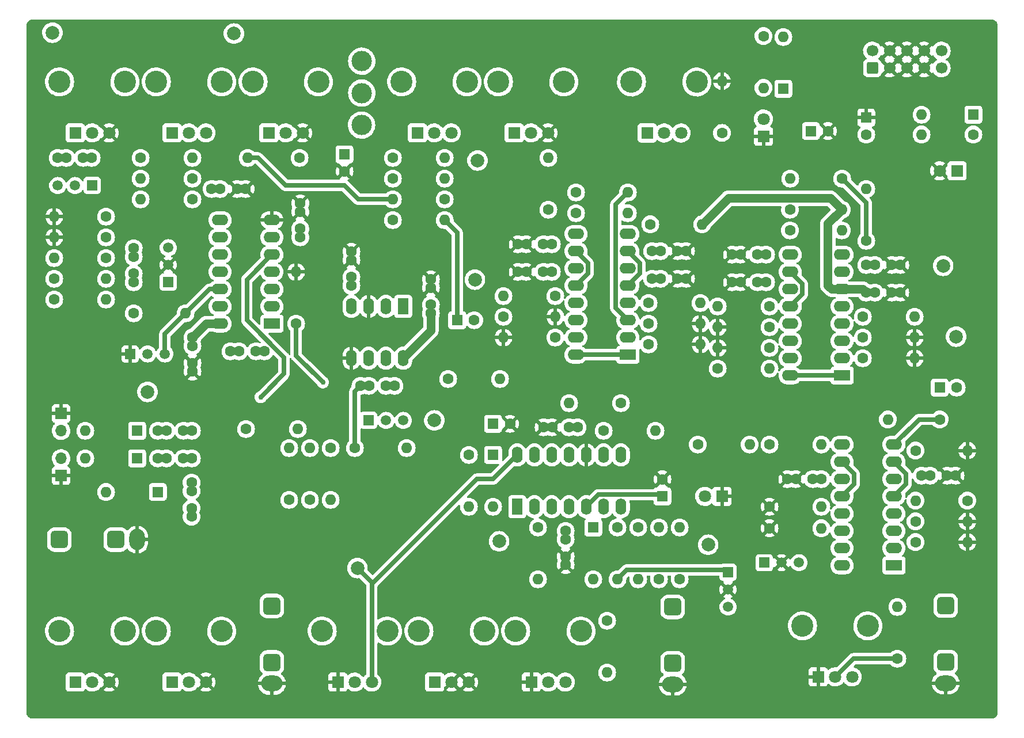
<source format=gbl>
%TF.GenerationSoftware,KiCad,Pcbnew,(6.0.0-0)*%
%TF.CreationDate,2022-04-11T21:10:03+01:00*%
%TF.ProjectId,bcm-drum-synth,62636d2d-6472-4756-9d2d-73796e74682e,r01*%
%TF.SameCoordinates,Original*%
%TF.FileFunction,Copper,L2,Bot*%
%TF.FilePolarity,Positive*%
%FSLAX46Y46*%
G04 Gerber Fmt 4.6, Leading zero omitted, Abs format (unit mm)*
G04 Created by KiCad (PCBNEW (6.0.0-0)) date 2022-04-11 21:10:03*
%MOMM*%
%LPD*%
G01*
G04 APERTURE LIST*
G04 Aperture macros list*
%AMRoundRect*
0 Rectangle with rounded corners*
0 $1 Rounding radius*
0 $2 $3 $4 $5 $6 $7 $8 $9 X,Y pos of 4 corners*
0 Add a 4 corners polygon primitive as box body*
4,1,4,$2,$3,$4,$5,$6,$7,$8,$9,$2,$3,0*
0 Add four circle primitives for the rounded corners*
1,1,$1+$1,$2,$3*
1,1,$1+$1,$4,$5*
1,1,$1+$1,$6,$7*
1,1,$1+$1,$8,$9*
0 Add four rect primitives between the rounded corners*
20,1,$1+$1,$2,$3,$4,$5,0*
20,1,$1+$1,$4,$5,$6,$7,0*
20,1,$1+$1,$6,$7,$8,$9,0*
20,1,$1+$1,$8,$9,$2,$3,0*%
G04 Aperture macros list end*
%TA.AperFunction,ComponentPad*%
%ADD10C,1.600000*%
%TD*%
%TA.AperFunction,ComponentPad*%
%ADD11O,1.600000X1.600000*%
%TD*%
%TA.AperFunction,ComponentPad*%
%ADD12C,2.000000*%
%TD*%
%TA.AperFunction,ComponentPad*%
%ADD13C,3.240000*%
%TD*%
%TA.AperFunction,ComponentPad*%
%ADD14R,1.800000X1.800000*%
%TD*%
%TA.AperFunction,ComponentPad*%
%ADD15C,1.800000*%
%TD*%
%TA.AperFunction,ComponentPad*%
%ADD16R,1.500000X1.500000*%
%TD*%
%TA.AperFunction,ComponentPad*%
%ADD17C,1.500000*%
%TD*%
%TA.AperFunction,ComponentPad*%
%ADD18R,1.600000X1.600000*%
%TD*%
%TA.AperFunction,ComponentPad*%
%ADD19C,3.000000*%
%TD*%
%TA.AperFunction,ComponentPad*%
%ADD20R,2.400000X1.600000*%
%TD*%
%TA.AperFunction,ComponentPad*%
%ADD21O,2.400000X1.600000*%
%TD*%
%TA.AperFunction,ComponentPad*%
%ADD22R,1.700000X1.700000*%
%TD*%
%TA.AperFunction,ComponentPad*%
%ADD23O,1.700000X1.700000*%
%TD*%
%TA.AperFunction,ComponentPad*%
%ADD24O,3.100000X2.300000*%
%TD*%
%TA.AperFunction,ComponentPad*%
%ADD25RoundRect,0.650000X-0.650000X-0.650000X0.650000X-0.650000X0.650000X0.650000X-0.650000X0.650000X0*%
%TD*%
%TA.AperFunction,ComponentPad*%
%ADD26R,1.600000X2.400000*%
%TD*%
%TA.AperFunction,ComponentPad*%
%ADD27O,1.600000X2.400000*%
%TD*%
%TA.AperFunction,ComponentPad*%
%ADD28O,2.300000X3.100000*%
%TD*%
%TA.AperFunction,ComponentPad*%
%ADD29RoundRect,0.650000X0.650000X-0.650000X0.650000X0.650000X-0.650000X0.650000X-0.650000X-0.650000X0*%
%TD*%
%TA.AperFunction,ComponentPad*%
%ADD30RoundRect,0.250000X0.600000X-0.600000X0.600000X0.600000X-0.600000X0.600000X-0.600000X-0.600000X0*%
%TD*%
%TA.AperFunction,ComponentPad*%
%ADD31C,1.700000*%
%TD*%
%TA.AperFunction,ViaPad*%
%ADD32C,0.762000*%
%TD*%
%TA.AperFunction,Conductor*%
%ADD33C,0.635000*%
%TD*%
%TA.AperFunction,Conductor*%
%ADD34C,1.270000*%
%TD*%
G04 APERTURE END LIST*
D10*
%TO.P,R62,1*%
%TO.N,Net-(R62-Pad1)*%
X176784000Y-115824000D03*
D11*
%TO.P,R62,2*%
%TO.N,Net-(J6-PadT)*%
X176784000Y-108204000D03*
%TD*%
D10*
%TO.P,C16,1*%
%TO.N,GND*%
X145716000Y-55880000D03*
X144466000Y-55880000D03*
%TO.P,C16,2*%
%TO.N,Net-(C16-Pad2)*%
X140716000Y-55880000D03*
X141966000Y-55880000D03*
%TD*%
%TO.P,R50,1*%
%TO.N,Net-(R43-Pad1)*%
X171704000Y-65532000D03*
D11*
%TO.P,R50,2*%
%TO.N,Net-(R47-Pad1)*%
X179324000Y-65532000D03*
%TD*%
D10*
%TO.P,R59,1*%
%TO.N,Net-(R47-Pad1)*%
X168656000Y-45212000D03*
D11*
%TO.P,R59,2*%
%TO.N,Net-(R59-Pad2)*%
X161036000Y-45212000D03*
%TD*%
D10*
%TO.P,R46,1*%
%TO.N,Net-(R41-Pad2)*%
X171704000Y-71628000D03*
D11*
%TO.P,R46,2*%
%TO.N,GND*%
X179324000Y-71628000D03*
%TD*%
D12*
%TO.P,TP10,1,1*%
%TO.N,Net-(R47-Pad1)*%
X183515000Y-58039000D03*
%TD*%
D10*
%TO.P,C28,1*%
%TO.N,+12V*%
X128016000Y-97028000D03*
X128016000Y-98278000D03*
%TO.P,C28,2*%
%TO.N,GND*%
X128016000Y-102028000D03*
X128016000Y-100778000D03*
%TD*%
%TO.P,C17,1*%
%TO.N,GND*%
X175962000Y-57912000D03*
X177212000Y-57912000D03*
%TO.P,C17,2*%
%TO.N,Net-(C17-Pad2)*%
X173462000Y-57912000D03*
X172212000Y-57912000D03*
%TD*%
%TO.P,R12,1*%
%TO.N,Net-(R12-Pad1)*%
X110236000Y-48260000D03*
D11*
%TO.P,R12,2*%
%TO.N,Net-(R11-Pad2)*%
X102616000Y-48260000D03*
%TD*%
D10*
%TO.P,R45,1*%
%TO.N,Net-(R40-Pad2)*%
X140208000Y-69596000D03*
D11*
%TO.P,R45,2*%
%TO.N,GND*%
X147828000Y-69596000D03*
%TD*%
D13*
%TO.P,RV2,*%
%TO.N,*%
X77444000Y-30988000D03*
X67844000Y-30988000D03*
D14*
%TO.P,RV2,1,1*%
%TO.N,Net-(R2-Pad2)*%
X70144000Y-38488000D03*
D15*
%TO.P,RV2,2,2*%
%TO.N,Net-(R4-Pad2)*%
X72644000Y-38488000D03*
%TO.P,RV2,3,3*%
X75144000Y-38488000D03*
%TD*%
D10*
%TO.P,R15,1*%
%TO.N,Net-(C9-Pad2)*%
X88392000Y-66548000D03*
D11*
%TO.P,R15,2*%
%TO.N,GND*%
X88392000Y-58928000D03*
%TD*%
D10*
%TO.P,C4,1*%
%TO.N,Net-(C4-Pad1)*%
X69322000Y-86360000D03*
X68072000Y-86360000D03*
%TO.P,C4,2*%
%TO.N,Net-(C4-Pad2)*%
X73072000Y-86360000D03*
X71822000Y-86360000D03*
%TD*%
%TO.P,C3,1*%
%TO.N,GND*%
X89000000Y-50098000D03*
X89000000Y-48848000D03*
%TO.P,C3,2*%
%TO.N,Net-(C3-Pad2)*%
X89000000Y-52598000D03*
X89000000Y-53848000D03*
%TD*%
%TO.P,C14,1*%
%TO.N,GND*%
X153730000Y-56388000D03*
X152480000Y-56388000D03*
%TO.P,C14,2*%
%TO.N,Net-(C14-Pad2)*%
X157480000Y-56388000D03*
X156230000Y-56388000D03*
%TD*%
%TO.P,R56,1*%
%TO.N,Net-(R53-Pad1)*%
X135636000Y-96520000D03*
D11*
%TO.P,R56,2*%
%TO.N,Net-(Q6-Pad1)*%
X135636000Y-104140000D03*
%TD*%
D10*
%TO.P,C13,1*%
%TO.N,GND*%
X120984000Y-54864000D03*
X122234000Y-54864000D03*
%TO.P,C13,2*%
%TO.N,Net-(C13-Pad2)*%
X124734000Y-54864000D03*
X125984000Y-54864000D03*
%TD*%
%TO.P,R57,1*%
%TO.N,Net-(R49-Pad2)*%
X150368000Y-73152000D03*
D11*
%TO.P,R57,2*%
%TO.N,Net-(R29-Pad1)*%
X157988000Y-73152000D03*
%TD*%
D16*
%TO.P,Q4,1,E*%
%TO.N,Net-(Q4-Pad1)*%
X99060000Y-80772000D03*
D17*
%TO.P,Q4,2,B*%
%TO.N,Net-(C11-Pad2)*%
X101600000Y-80772000D03*
%TO.P,Q4,3,C*%
%TO.N,Net-(Q4-Pad3)*%
X104140000Y-80772000D03*
%TD*%
D10*
%TO.P,R11,1*%
%TO.N,Net-(R11-Pad1)*%
X88900000Y-42164000D03*
D11*
%TO.P,R11,2*%
%TO.N,Net-(R11-Pad2)*%
X81280000Y-42164000D03*
%TD*%
D10*
%TO.P,R48,1*%
%TO.N,Net-(R48-Pad1)*%
X179451000Y-98679000D03*
D11*
%TO.P,R48,2*%
%TO.N,GND*%
X187071000Y-98679000D03*
%TD*%
D10*
%TO.P,C31,1*%
%TO.N,GND*%
X184090000Y-88900000D03*
X185340000Y-88900000D03*
%TO.P,C31,2*%
%TO.N,-12V*%
X181590000Y-88900000D03*
X180340000Y-88900000D03*
%TD*%
%TO.P,R52,1*%
%TO.N,Net-(R51-Pad2)*%
X179451000Y-85217000D03*
D11*
%TO.P,R52,2*%
%TO.N,GND*%
X187071000Y-85217000D03*
%TD*%
D18*
%TO.P,C12,1*%
%TO.N,Net-(C12-Pad1)*%
X117348000Y-81280000D03*
D10*
%TO.P,C12,2*%
%TO.N,GND*%
X119848000Y-81280000D03*
%TD*%
%TO.P,R8,1*%
%TO.N,+12V*%
X60452000Y-56896000D03*
D11*
%TO.P,R8,2*%
%TO.N,Net-(C8-Pad1)*%
X52832000Y-56896000D03*
%TD*%
D10*
%TO.P,R49,1*%
%TO.N,Net-(R42-Pad1)*%
X140208000Y-63500000D03*
D11*
%TO.P,R49,2*%
%TO.N,Net-(R49-Pad2)*%
X147828000Y-63500000D03*
%TD*%
D10*
%TO.P,R44,1*%
%TO.N,Net-(C9-Pad2)*%
X123952000Y-96520000D03*
D11*
%TO.P,R44,2*%
%TO.N,Net-(D5-Pad2)*%
X123952000Y-104140000D03*
%TD*%
D12*
%TO.P,TP3,1,1*%
%TO.N,Net-(R4-Pad2)*%
X79248000Y-23876000D03*
%TD*%
D18*
%TO.P,C18,1*%
%TO.N,Net-(C18-Pad1)*%
X183007000Y-75946000D03*
D10*
%TO.P,C18,2*%
%TO.N,Net-(C18-Pad2)*%
X185507000Y-75946000D03*
%TD*%
D13*
%TO.P,RV6,*%
%TO.N,*%
X53620000Y-30988000D03*
X63220000Y-30988000D03*
D14*
%TO.P,RV6,1,1*%
%TO.N,Net-(C8-Pad2)*%
X55920000Y-38488000D03*
D15*
%TO.P,RV6,2,2*%
%TO.N,Net-(R14-Pad1)*%
X58420000Y-38488000D03*
%TO.P,RV6,3,3*%
%TO.N,GND*%
X60920000Y-38488000D03*
%TD*%
D10*
%TO.P,C25,1*%
%TO.N,GND*%
X145716000Y-59944000D03*
X144466000Y-59944000D03*
%TO.P,C25,2*%
%TO.N,-12V*%
X141966000Y-59944000D03*
X140716000Y-59944000D03*
%TD*%
D12*
%TO.P,TP5,1,1*%
%TO.N,Net-(C9-Pad2)*%
X118237000Y-98552000D03*
%TD*%
D10*
%TO.P,R42,1*%
%TO.N,Net-(R42-Pad1)*%
X140208000Y-66548000D03*
D11*
%TO.P,R42,2*%
%TO.N,GND*%
X147828000Y-66548000D03*
%TD*%
D13*
%TO.P,RV10,*%
%TO.N,*%
X101828000Y-111760000D03*
X92228000Y-111760000D03*
D14*
%TO.P,RV10,1,1*%
%TO.N,GND*%
X94528000Y-119260000D03*
D15*
%TO.P,RV10,2,2*%
%TO.N,Net-(R33-Pad2)*%
X97028000Y-119260000D03*
%TO.P,RV10,3,3*%
%TO.N,Net-(RV10-Pad3)*%
X99528000Y-119260000D03*
%TD*%
D10*
%TO.P,R22,1*%
%TO.N,Net-(J5-PadT)*%
X141732000Y-104140000D03*
D11*
%TO.P,R22,2*%
%TO.N,Net-(R21-Pad1)*%
X141732000Y-96520000D03*
%TD*%
D10*
%TO.P,R31,1*%
%TO.N,Net-(R26-Pad1)*%
X126492000Y-62484000D03*
D11*
%TO.P,R31,2*%
%TO.N,Net-(R31-Pad2)*%
X118872000Y-62484000D03*
%TD*%
D10*
%TO.P,C19,1*%
%TO.N,+12V*%
X73152000Y-68580000D03*
X73152000Y-69830000D03*
%TO.P,C19,2*%
%TO.N,GND*%
X73152000Y-73580000D03*
X73152000Y-72330000D03*
%TD*%
D19*
%TO.P,SW1,1,A*%
%TO.N,Net-(C2-Pad1)*%
X98018600Y-37340000D03*
%TO.P,SW1,2,B*%
%TO.N,Net-(C3-Pad2)*%
X98044000Y-32640000D03*
%TO.P,SW1,3,C*%
%TO.N,unconnected-(SW1-Pad3)*%
X98044000Y-27940000D03*
%TD*%
D20*
%TO.P,U1,1*%
%TO.N,Net-(C9-Pad2)*%
X84836000Y-66548000D03*
D21*
%TO.P,U1,2*%
X84836000Y-64008000D03*
%TO.P,U1,3*%
%TO.N,Net-(U1-Pad13)*%
X84836000Y-61468000D03*
%TO.P,U1,4*%
%TO.N,Net-(R5-Pad1)*%
X84836000Y-58928000D03*
%TO.P,U1,5*%
%TO.N,Net-(C3-Pad2)*%
X84836000Y-56388000D03*
%TO.P,U1,6*%
X84836000Y-53848000D03*
%TO.P,U1,7,GND*%
%TO.N,GND*%
X84836000Y-51308000D03*
%TO.P,U1,8*%
%TO.N,Net-(C1-Pad2)*%
X77216000Y-51308000D03*
%TO.P,U1,9*%
X77216000Y-53848000D03*
%TO.P,U1,10*%
%TO.N,Net-(R4-Pad1)*%
X77216000Y-56388000D03*
%TO.P,U1,11*%
%TO.N,Net-(C9-Pad1)*%
X77216000Y-58928000D03*
%TO.P,U1,12*%
%TO.N,Net-(Q3-Pad3)*%
X77216000Y-61468000D03*
%TO.P,U1,13*%
%TO.N,Net-(U1-Pad13)*%
X77216000Y-64008000D03*
%TO.P,U1,14,VCC*%
%TO.N,+12V*%
X77216000Y-66548000D03*
%TD*%
D14*
%TO.P,D9,1,K*%
%TO.N,GND*%
X157099000Y-38989000D03*
D15*
%TO.P,D9,2,A*%
%TO.N,Net-(D9-Pad2)*%
X157099000Y-36449000D03*
%TD*%
D13*
%TO.P,RV12,*%
%TO.N,*%
X162840000Y-111000000D03*
X172440000Y-111000000D03*
D14*
%TO.P,RV12,1,1*%
%TO.N,GND*%
X165140000Y-118500000D03*
D15*
%TO.P,RV12,2,2*%
%TO.N,Net-(R62-Pad1)*%
X167640000Y-118500000D03*
%TO.P,RV12,3,3*%
%TO.N,Net-(C18-Pad2)*%
X170140000Y-118500000D03*
%TD*%
D18*
%TO.P,C15,1*%
%TO.N,Net-(C15-Pad1)*%
X142240000Y-91948000D03*
D10*
%TO.P,C15,2*%
%TO.N,GND*%
X142240000Y-89448000D03*
%TD*%
%TO.P,C7,1*%
%TO.N,Net-(C7-Pad1)*%
X64516000Y-60452000D03*
X64516000Y-59202000D03*
%TO.P,C7,2*%
%TO.N,Net-(C7-Pad2)*%
X64516000Y-55452000D03*
X64516000Y-56702000D03*
%TD*%
%TO.P,R27,1*%
%TO.N,Net-(R27-Pad1)*%
X157988000Y-67056000D03*
D11*
%TO.P,R27,2*%
%TO.N,GND*%
X150368000Y-67056000D03*
%TD*%
D10*
%TO.P,R2,1*%
%TO.N,Net-(C1-Pad2)*%
X73152000Y-45212000D03*
D11*
%TO.P,R2,2*%
%TO.N,Net-(R2-Pad2)*%
X65532000Y-45212000D03*
%TD*%
D10*
%TO.P,R13,1*%
%TO.N,Net-(R13-Pad1)*%
X87376000Y-92456000D03*
D11*
%TO.P,R13,2*%
%TO.N,Net-(C11-Pad1)*%
X87376000Y-84836000D03*
%TD*%
D12*
%TO.P,TP9,1,1*%
%TO.N,Net-(R53-Pad1)*%
X148971000Y-99060000D03*
%TD*%
D10*
%TO.P,C26,1*%
%TO.N,+12V*%
X156230000Y-60452000D03*
X157480000Y-60452000D03*
%TO.P,C26,2*%
%TO.N,GND*%
X153730000Y-60452000D03*
X152480000Y-60452000D03*
%TD*%
%TO.P,R26,1*%
%TO.N,Net-(R26-Pad1)*%
X118872000Y-65532000D03*
D11*
%TO.P,R26,2*%
%TO.N,GND*%
X126492000Y-65532000D03*
%TD*%
D22*
%TO.P,J2,1,Pin_1*%
%TO.N,GND*%
X53848000Y-79756000D03*
D23*
%TO.P,J2,2,Pin_2*%
%TO.N,Net-(D2-Pad2)*%
X53848000Y-82296000D03*
%TD*%
D10*
%TO.P,R38,1*%
%TO.N,Net-(R31-Pad2)*%
X129540000Y-50292000D03*
D11*
%TO.P,R38,2*%
%TO.N,-12V*%
X137160000Y-50292000D03*
%TD*%
D10*
%TO.P,C29,1*%
%TO.N,GND*%
X124774000Y-81788000D03*
X126024000Y-81788000D03*
%TO.P,C29,2*%
%TO.N,-12V*%
X129774000Y-81788000D03*
X128524000Y-81788000D03*
%TD*%
%TO.P,C11,1*%
%TO.N,Net-(C11-Pad1)*%
X97850000Y-75692000D03*
X99100000Y-75692000D03*
%TO.P,C11,2*%
%TO.N,Net-(C11-Pad2)*%
X101600000Y-75692000D03*
X102850000Y-75692000D03*
%TD*%
%TO.P,R60,1*%
%TO.N,Net-(R60-Pad1)*%
X151000000Y-38500000D03*
D11*
%TO.P,R60,2*%
%TO.N,GND*%
X151000000Y-30880000D03*
%TD*%
D10*
%TO.P,R41,1*%
%TO.N,Net-(R32-Pad2)*%
X161000000Y-52832000D03*
D11*
%TO.P,R41,2*%
%TO.N,Net-(R41-Pad2)*%
X168620000Y-52832000D03*
%TD*%
D10*
%TO.P,R61,1*%
%TO.N,Net-(R26-Pad1)*%
X125476000Y-49784000D03*
D11*
%TO.P,R61,2*%
%TO.N,Net-(R61-Pad2)*%
X125476000Y-42164000D03*
%TD*%
D16*
%TO.P,Q5,1,E*%
%TO.N,Net-(Q5-Pad1)*%
X157226000Y-101706000D03*
D17*
%TO.P,Q5,2,B*%
%TO.N,GND*%
X159766000Y-101706000D03*
%TO.P,Q5,3,C*%
%TO.N,Net-(Q5-Pad3)*%
X162306000Y-101706000D03*
%TD*%
D12*
%TO.P,TP2,1,1*%
%TO.N,Net-(R5-Pad2)*%
X115062000Y-42545000D03*
%TD*%
D10*
%TO.P,C24,1*%
%TO.N,+12V*%
X125984000Y-58928000D03*
X124734000Y-58928000D03*
%TO.P,C24,2*%
%TO.N,GND*%
X120984000Y-58928000D03*
X122234000Y-58928000D03*
%TD*%
%TO.P,R55,1*%
%TO.N,Net-(R47-Pad1)*%
X172212000Y-54356000D03*
D11*
%TO.P,R55,2*%
%TO.N,-12V*%
X172212000Y-46736000D03*
%TD*%
D18*
%TO.P,D5,1,K*%
%TO.N,Net-(C15-Pad1)*%
X132080000Y-96520000D03*
D11*
%TO.P,D5,2,A*%
%TO.N,Net-(D5-Pad2)*%
X132080000Y-104140000D03*
%TD*%
D22*
%TO.P,J1,1,Pin_1*%
%TO.N,GND*%
X53848000Y-88900000D03*
D23*
%TO.P,J1,2,Pin_2*%
%TO.N,Net-(D1-Pad2)*%
X53848000Y-86360000D03*
%TD*%
D24*
%TO.P,J5,S*%
%TO.N,GND*%
X143764000Y-119604000D03*
D25*
%TO.P,J5,T*%
%TO.N,Net-(J5-PadT)*%
X143764000Y-108204000D03*
%TO.P,J5,TN*%
%TO.N,unconnected-(J5-PadTN)*%
X143764000Y-116504000D03*
%TD*%
D26*
%TO.P,U3,1*%
%TO.N,Net-(D4-Pad2)*%
X120904000Y-93472000D03*
D27*
%TO.P,U3,2,-*%
X123444000Y-93472000D03*
%TO.P,U3,3,+*%
%TO.N,Net-(C9-Pad2)*%
X125984000Y-93472000D03*
%TO.P,U3,4,V+*%
%TO.N,+12V*%
X128524000Y-93472000D03*
%TO.P,U3,5,+*%
%TO.N,Net-(C15-Pad1)*%
X131064000Y-93472000D03*
%TO.P,U3,6,-*%
%TO.N,Net-(R53-Pad1)*%
X133604000Y-93472000D03*
%TO.P,U3,7*%
X136144000Y-93472000D03*
%TO.P,U3,8*%
%TO.N,Net-(R30-Pad2)*%
X136144000Y-85852000D03*
%TO.P,U3,9,-*%
%TO.N,Net-(R21-Pad1)*%
X133604000Y-85852000D03*
%TO.P,U3,10,+*%
%TO.N,GND*%
X131064000Y-85852000D03*
%TO.P,U3,11,V-*%
%TO.N,-12V*%
X128524000Y-85852000D03*
%TO.P,U3,12,+*%
%TO.N,Net-(C12-Pad1)*%
X125984000Y-85852000D03*
%TO.P,U3,13,-*%
%TO.N,Net-(RV10-Pad3)*%
X123444000Y-85852000D03*
%TO.P,U3,14*%
X120904000Y-85852000D03*
%TD*%
D10*
%TO.P,R20,1*%
%TO.N,Net-(R20-Pad1)*%
X134112000Y-110236000D03*
D11*
%TO.P,R20,2*%
%TO.N,+12V*%
X134112000Y-117856000D03*
%TD*%
D12*
%TO.P,TP6,1,1*%
%TO.N,Net-(C10-Pad2)*%
X114681000Y-60071000D03*
%TD*%
D10*
%TO.P,R4,1*%
%TO.N,Net-(R4-Pad1)*%
X73152000Y-48260000D03*
D11*
%TO.P,R4,2*%
%TO.N,Net-(R4-Pad2)*%
X65532000Y-48260000D03*
%TD*%
D10*
%TO.P,C22,1*%
%TO.N,+12V*%
X108204000Y-65024000D03*
X108204000Y-63774000D03*
%TO.P,C22,2*%
%TO.N,GND*%
X108204000Y-60024000D03*
X108204000Y-61274000D03*
%TD*%
%TO.P,R28,1*%
%TO.N,Net-(C10-Pad2)*%
X126492000Y-68580000D03*
D11*
%TO.P,R28,2*%
%TO.N,GND*%
X118872000Y-68580000D03*
%TD*%
D10*
%TO.P,R1,1*%
%TO.N,Net-(C3-Pad2)*%
X102616000Y-42164000D03*
D11*
%TO.P,R1,2*%
%TO.N,Net-(R1-Pad2)*%
X110236000Y-42164000D03*
%TD*%
D13*
%TO.P,RV4,*%
%TO.N,*%
X118136000Y-30988000D03*
X127736000Y-30988000D03*
D14*
%TO.P,RV4,1,1*%
%TO.N,Net-(R5-Pad2)*%
X120436000Y-38488000D03*
D15*
%TO.P,RV4,2,2*%
%TO.N,Net-(R12-Pad1)*%
X122936000Y-38488000D03*
%TO.P,RV4,3,3*%
%TO.N,GND*%
X125436000Y-38488000D03*
%TD*%
D10*
%TO.P,R10,1*%
%TO.N,+12V*%
X64516000Y-65024000D03*
D11*
%TO.P,R10,2*%
%TO.N,Net-(Q3-Pad3)*%
X72136000Y-65024000D03*
%TD*%
D10*
%TO.P,C5,1*%
%TO.N,Net-(C5-Pad1)*%
X69322000Y-82296000D03*
X68072000Y-82296000D03*
%TO.P,C5,2*%
%TO.N,Net-(C4-Pad2)*%
X73072000Y-82296000D03*
X71822000Y-82296000D03*
%TD*%
D18*
%TO.P,D4,1,K*%
%TO.N,Net-(C12-Pad1)*%
X117348000Y-85852000D03*
D11*
%TO.P,D4,2,A*%
%TO.N,Net-(D4-Pad2)*%
X117348000Y-93472000D03*
%TD*%
D10*
%TO.P,C23,1*%
%TO.N,GND*%
X96520000Y-57210000D03*
X96520000Y-55960000D03*
%TO.P,C23,2*%
%TO.N,-12V*%
X96520000Y-59710000D03*
X96520000Y-60960000D03*
%TD*%
%TO.P,R43,1*%
%TO.N,Net-(R43-Pad1)*%
X171704000Y-68580000D03*
D11*
%TO.P,R43,2*%
%TO.N,GND*%
X179324000Y-68580000D03*
%TD*%
D18*
%TO.P,D8,1,K*%
%TO.N,Net-(D8-Pad1)*%
X187960000Y-35814000D03*
D11*
%TO.P,D8,2,A*%
%TO.N,-12V*%
X180340000Y-35814000D03*
%TD*%
D10*
%TO.P,R14,1*%
%TO.N,Net-(R14-Pad1)*%
X65532000Y-42164000D03*
D11*
%TO.P,R14,2*%
%TO.N,Net-(R11-Pad2)*%
X73152000Y-42164000D03*
%TD*%
D10*
%TO.P,R18,1*%
%TO.N,Net-(R18-Pad1)*%
X81026000Y-82042000D03*
D11*
%TO.P,R18,2*%
%TO.N,Net-(C11-Pad1)*%
X88646000Y-82042000D03*
%TD*%
D10*
%TO.P,R39,1*%
%TO.N,Net-(R32-Pad2)*%
X161000000Y-49784000D03*
D11*
%TO.P,R39,2*%
%TO.N,-12V*%
X168620000Y-49784000D03*
%TD*%
D10*
%TO.P,R63,1*%
%TO.N,+12V*%
X157099000Y-24257000D03*
D11*
%TO.P,R63,2*%
%TO.N,Net-(D9-Pad2)*%
X157099000Y-31877000D03*
%TD*%
D18*
%TO.P,D7,1,K*%
%TO.N,+12V*%
X160020000Y-32004000D03*
D11*
%TO.P,D7,2,A*%
%TO.N,Net-(D7-Pad2)*%
X160020000Y-24384000D03*
%TD*%
D18*
%TO.P,D3,1,K*%
%TO.N,Net-(C6-Pad1)*%
X68072000Y-91313000D03*
D11*
%TO.P,D3,2,A*%
%TO.N,Net-(D3-Pad2)*%
X60452000Y-91313000D03*
%TD*%
D10*
%TO.P,R16,1*%
%TO.N,Net-(R11-Pad2)*%
X102616000Y-51308000D03*
D11*
%TO.P,R16,2*%
%TO.N,Net-(C10-Pad1)*%
X110236000Y-51308000D03*
%TD*%
D10*
%TO.P,R6,1*%
%TO.N,+12V*%
X52832000Y-59944000D03*
D11*
%TO.P,R6,2*%
%TO.N,Net-(C7-Pad2)*%
X60452000Y-59944000D03*
%TD*%
D10*
%TO.P,R54,1*%
%TO.N,Net-(R49-Pad2)*%
X140462000Y-51943000D03*
D11*
%TO.P,R54,2*%
%TO.N,-12V*%
X148082000Y-51943000D03*
%TD*%
D28*
%TO.P,J3,S*%
%TO.N,GND*%
X64994000Y-98298000D03*
D29*
%TO.P,J3,T*%
%TO.N,Net-(D3-Pad2)*%
X53594000Y-98298000D03*
%TO.P,J3,TN*%
%TO.N,unconnected-(J3-PadTN)*%
X61894000Y-98298000D03*
%TD*%
D12*
%TO.P,TP7,1,1*%
%TO.N,Net-(Q4-Pad3)*%
X108712000Y-80772000D03*
%TD*%
D10*
%TO.P,R3,1*%
%TO.N,+12V*%
X52832000Y-62992000D03*
D11*
%TO.P,R3,2*%
%TO.N,Net-(C7-Pad1)*%
X60452000Y-62992000D03*
%TD*%
D20*
%TO.P,U5,1*%
%TO.N,/I_FREQ*%
X168656000Y-74168000D03*
D21*
%TO.P,U5,2,DIODE_BIAS*%
%TO.N,unconnected-(U5-Pad2)*%
X168656000Y-71628000D03*
%TO.P,U5,3,+*%
%TO.N,Net-(R41-Pad2)*%
X168656000Y-69088000D03*
%TO.P,U5,4,-*%
%TO.N,Net-(R43-Pad1)*%
X168656000Y-66548000D03*
%TO.P,U5,5*%
%TO.N,Net-(C17-Pad2)*%
X168656000Y-64008000D03*
%TO.P,U5,6,V-*%
%TO.N,-12V*%
X168656000Y-61468000D03*
%TO.P,U5,7*%
%TO.N,Net-(C17-Pad2)*%
X168656000Y-58928000D03*
%TO.P,U5,8*%
%TO.N,Net-(R47-Pad1)*%
X168656000Y-56388000D03*
%TO.P,U5,9*%
%TO.N,Net-(R32-Pad2)*%
X161036000Y-56388000D03*
%TO.P,U5,10*%
%TO.N,Net-(C14-Pad2)*%
X161036000Y-58928000D03*
%TO.P,U5,11,V+*%
%TO.N,+12V*%
X161036000Y-61468000D03*
%TO.P,U5,12*%
%TO.N,Net-(C14-Pad2)*%
X161036000Y-64008000D03*
%TO.P,U5,13,-*%
%TO.N,Net-(R27-Pad1)*%
X161036000Y-66548000D03*
%TO.P,U5,14,+*%
%TO.N,Net-(R29-Pad1)*%
X161036000Y-69088000D03*
%TO.P,U5,15,DIODE_BIAS*%
%TO.N,unconnected-(U5-Pad15)*%
X161036000Y-71628000D03*
%TO.P,U5,16*%
%TO.N,/I_FREQ*%
X161036000Y-74168000D03*
%TD*%
D10*
%TO.P,R64,1*%
%TO.N,Net-(D10-Pad1)*%
X187960000Y-38735000D03*
D11*
%TO.P,R64,2*%
%TO.N,-12V*%
X180340000Y-38735000D03*
%TD*%
D20*
%TO.P,U4,1*%
%TO.N,/I_FREQ*%
X137160000Y-71120000D03*
D21*
%TO.P,U4,2,DIODE_BIAS*%
%TO.N,unconnected-(U4-Pad2)*%
X137160000Y-68580000D03*
%TO.P,U4,3,+*%
%TO.N,Net-(R40-Pad2)*%
X137160000Y-66040000D03*
%TO.P,U4,4,-*%
%TO.N,Net-(R42-Pad1)*%
X137160000Y-63500000D03*
%TO.P,U4,5*%
%TO.N,Net-(C16-Pad2)*%
X137160000Y-60960000D03*
%TO.P,U4,6,V-*%
%TO.N,-12V*%
X137160000Y-58420000D03*
%TO.P,U4,7*%
%TO.N,Net-(C16-Pad2)*%
X137160000Y-55880000D03*
%TO.P,U4,8*%
%TO.N,Net-(R49-Pad2)*%
X137160000Y-53340000D03*
%TO.P,U4,9*%
%TO.N,Net-(R31-Pad2)*%
X129540000Y-53340000D03*
%TO.P,U4,10*%
%TO.N,Net-(C13-Pad2)*%
X129540000Y-55880000D03*
%TO.P,U4,11,V+*%
%TO.N,+12V*%
X129540000Y-58420000D03*
%TO.P,U4,12*%
%TO.N,Net-(C13-Pad2)*%
X129540000Y-60960000D03*
%TO.P,U4,13,-*%
%TO.N,Net-(R26-Pad1)*%
X129540000Y-63500000D03*
%TO.P,U4,14,+*%
%TO.N,Net-(C10-Pad2)*%
X129540000Y-66040000D03*
%TO.P,U4,15,DIODE_BIAS*%
%TO.N,unconnected-(U4-Pad15)*%
X129540000Y-68580000D03*
%TO.P,U4,16*%
%TO.N,/I_FREQ*%
X129540000Y-71120000D03*
%TD*%
D10*
%TO.P,R32,1*%
%TO.N,Net-(R27-Pad1)*%
X157988000Y-64008000D03*
D11*
%TO.P,R32,2*%
%TO.N,Net-(R32-Pad2)*%
X150368000Y-64008000D03*
%TD*%
D10*
%TO.P,R40,1*%
%TO.N,Net-(R31-Pad2)*%
X129540000Y-47244000D03*
D11*
%TO.P,R40,2*%
%TO.N,Net-(R40-Pad2)*%
X137160000Y-47244000D03*
%TD*%
D13*
%TO.P,RV1,*%
%TO.N,*%
X113512000Y-30988000D03*
X103912000Y-30988000D03*
D14*
%TO.P,RV1,1,1*%
%TO.N,Net-(R1-Pad2)*%
X106212000Y-38488000D03*
D15*
%TO.P,RV1,2,2*%
%TO.N,Net-(R5-Pad2)*%
X108712000Y-38488000D03*
%TO.P,RV1,3,3*%
X111212000Y-38488000D03*
%TD*%
D18*
%TO.P,C20,1*%
%TO.N,+12V*%
X164084000Y-38227000D03*
D10*
%TO.P,C20,2*%
%TO.N,GND*%
X166584000Y-38227000D03*
%TD*%
D14*
%TO.P,D6,1,K*%
%TO.N,GND*%
X151003000Y-91948000D03*
D15*
%TO.P,D6,2,A*%
%TO.N,Net-(D6-Pad2)*%
X148463000Y-91948000D03*
%TD*%
D12*
%TO.P,TP1,1,1*%
%TO.N,Net-(C4-Pad2)*%
X66548000Y-76581000D03*
%TD*%
D10*
%TO.P,R17,1*%
%TO.N,Net-(J4-PadT)*%
X90424000Y-92456000D03*
D11*
%TO.P,R17,2*%
%TO.N,Net-(C11-Pad1)*%
X90424000Y-84836000D03*
%TD*%
D10*
%TO.P,R9,1*%
%TO.N,Net-(Q2-Pad1)*%
X60452000Y-50800000D03*
D11*
%TO.P,R9,2*%
%TO.N,GND*%
X52832000Y-50800000D03*
%TD*%
D12*
%TO.P,TP4,1,1*%
%TO.N,Net-(C8-Pad2)*%
X52578000Y-23749000D03*
%TD*%
D13*
%TO.P,RV7,*%
%TO.N,*%
X53620000Y-111760000D03*
X63220000Y-111760000D03*
D14*
%TO.P,RV7,1,1*%
%TO.N,+12V*%
X55920000Y-119260000D03*
D15*
%TO.P,RV7,2,2*%
%TO.N,Net-(R18-Pad1)*%
X58420000Y-119260000D03*
%TO.P,RV7,3,3*%
%TO.N,GND*%
X60920000Y-119260000D03*
%TD*%
D10*
%TO.P,R37,1*%
%TO.N,Net-(R34-Pad2)*%
X157988000Y-84328000D03*
D11*
%TO.P,R37,2*%
%TO.N,Net-(C15-Pad1)*%
X165608000Y-84328000D03*
%TD*%
D10*
%TO.P,C27,1*%
%TO.N,GND*%
X175962000Y-61976000D03*
X177212000Y-61976000D03*
%TO.P,C27,2*%
%TO.N,-12V*%
X172212000Y-61976000D03*
X173462000Y-61976000D03*
%TD*%
D13*
%TO.P,RV8,*%
%TO.N,*%
X130276000Y-111760000D03*
X120676000Y-111760000D03*
D14*
%TO.P,RV8,1,1*%
%TO.N,GND*%
X122976000Y-119260000D03*
D15*
%TO.P,RV8,2,2*%
%TO.N,Net-(R20-Pad1)*%
X125476000Y-119260000D03*
%TO.P,RV8,3,3*%
%TO.N,+12V*%
X127976000Y-119260000D03*
%TD*%
D10*
%TO.P,R58,1*%
%TO.N,Net-(C18-Pad1)*%
X183007000Y-80645000D03*
D11*
%TO.P,R58,2*%
%TO.N,-12V*%
X175387000Y-80645000D03*
%TD*%
D10*
%TO.P,R24,1*%
%TO.N,Net-(R21-Pad1)*%
X136144000Y-78232000D03*
D11*
%TO.P,R24,2*%
%TO.N,-12V*%
X128524000Y-78232000D03*
%TD*%
D10*
%TO.P,R5,1*%
%TO.N,Net-(R5-Pad1)*%
X102616000Y-45212000D03*
D11*
%TO.P,R5,2*%
%TO.N,Net-(R5-Pad2)*%
X110236000Y-45212000D03*
%TD*%
D24*
%TO.P,J4,S*%
%TO.N,GND*%
X84836000Y-119480000D03*
D25*
%TO.P,J4,T*%
%TO.N,Net-(J4-PadT)*%
X84836000Y-108080000D03*
%TO.P,J4,TN*%
%TO.N,unconnected-(J4-PadTN)*%
X84836000Y-116380000D03*
%TD*%
D10*
%TO.P,R35,1*%
%TO.N,Net-(R30-Pad2)*%
X147447000Y-84328000D03*
D11*
%TO.P,R35,2*%
%TO.N,Net-(Q5-Pad1)*%
X155067000Y-84328000D03*
%TD*%
D26*
%TO.P,U2,1*%
%TO.N,Net-(C10-Pad1)*%
X104140000Y-64008000D03*
D27*
%TO.P,U2,2,-*%
%TO.N,Net-(R11-Pad2)*%
X101600000Y-64008000D03*
%TO.P,U2,3,+*%
%TO.N,GND*%
X99060000Y-64008000D03*
%TO.P,U2,4,V-*%
%TO.N,-12V*%
X96520000Y-64008000D03*
%TO.P,U2,5,+*%
%TO.N,GND*%
X96520000Y-71628000D03*
%TO.P,U2,6,-*%
%TO.N,Net-(C11-Pad1)*%
X99060000Y-71628000D03*
%TO.P,U2,7*%
%TO.N,Net-(C11-Pad2)*%
X101600000Y-71628000D03*
%TO.P,U2,8,V+*%
%TO.N,+12V*%
X104140000Y-71628000D03*
%TD*%
D10*
%TO.P,R25,1*%
%TO.N,Net-(C12-Pad1)*%
X113792000Y-85852000D03*
D11*
%TO.P,R25,2*%
%TO.N,Net-(R25-Pad2)*%
X113792000Y-93472000D03*
%TD*%
D10*
%TO.P,R21,1*%
%TO.N,Net-(R21-Pad1)*%
X138684000Y-96520000D03*
D11*
%TO.P,R21,2*%
%TO.N,Net-(R20-Pad1)*%
X138684000Y-104140000D03*
%TD*%
D30*
%TO.P,J7,1,Pin_1*%
%TO.N,Net-(D7-Pad2)*%
X173101000Y-28956000D03*
D31*
%TO.P,J7,2,Pin_2*%
X173101000Y-26416000D03*
%TO.P,J7,3,Pin_3*%
%TO.N,GND*%
X175641000Y-28956000D03*
%TO.P,J7,4,Pin_4*%
X175641000Y-26416000D03*
%TO.P,J7,5,Pin_5*%
X178181000Y-28956000D03*
%TO.P,J7,6,Pin_6*%
X178181000Y-26416000D03*
%TO.P,J7,7,Pin_7*%
X180721000Y-28956000D03*
%TO.P,J7,8,Pin_8*%
X180721000Y-26416000D03*
%TO.P,J7,9,Pin_9*%
%TO.N,Net-(D8-Pad1)*%
X183261000Y-28956000D03*
%TO.P,J7,10,Pin_10*%
X183261000Y-26416000D03*
%TD*%
D20*
%TO.P,U6,1*%
%TO.N,Net-(Q6-Pad3)*%
X176276000Y-102108000D03*
D21*
%TO.P,U6,2,DIODE_BIAS*%
%TO.N,unconnected-(U6-Pad2)*%
X176276000Y-99568000D03*
%TO.P,U6,3,+*%
%TO.N,Net-(R48-Pad1)*%
X176276000Y-97028000D03*
%TO.P,U6,4,-*%
%TO.N,Net-(R47-Pad1)*%
X176276000Y-94488000D03*
%TO.P,U6,5*%
%TO.N,Net-(R51-Pad2)*%
X176276000Y-91948000D03*
%TO.P,U6,6,V-*%
%TO.N,-12V*%
X176276000Y-89408000D03*
%TO.P,U6,7*%
%TO.N,Net-(R51-Pad2)*%
X176276000Y-86868000D03*
%TO.P,U6,8*%
%TO.N,Net-(C18-Pad1)*%
X176276000Y-84328000D03*
%TO.P,U6,9*%
%TO.N,Net-(C15-Pad1)*%
X168656000Y-84328000D03*
%TO.P,U6,10*%
%TO.N,Net-(U6-Pad10)*%
X168656000Y-86868000D03*
%TO.P,U6,11,V+*%
%TO.N,+12V*%
X168656000Y-89408000D03*
%TO.P,U6,12*%
%TO.N,Net-(U6-Pad10)*%
X168656000Y-91948000D03*
%TO.P,U6,13,-*%
%TO.N,Net-(R34-Pad2)*%
X168656000Y-94488000D03*
%TO.P,U6,14,+*%
%TO.N,Net-(R36-Pad2)*%
X168656000Y-97028000D03*
%TO.P,U6,15,DIODE_BIAS*%
%TO.N,unconnected-(U6-Pad15)*%
X168656000Y-99568000D03*
%TO.P,U6,16*%
%TO.N,Net-(Q5-Pad3)*%
X168656000Y-102108000D03*
%TD*%
D12*
%TO.P,TP11,1,1*%
%TO.N,Net-(C18-Pad2)*%
X185420000Y-68453000D03*
%TD*%
D13*
%TO.P,RV5,*%
%TO.N,*%
X77444000Y-111760000D03*
X67844000Y-111760000D03*
D14*
%TO.P,RV5,1,1*%
%TO.N,Net-(C3-Pad2)*%
X70144000Y-119260000D03*
D15*
%TO.P,RV5,2,2*%
%TO.N,Net-(R13-Pad1)*%
X72644000Y-119260000D03*
%TO.P,RV5,3,3*%
%TO.N,GND*%
X75144000Y-119260000D03*
%TD*%
D13*
%TO.P,RV9,*%
%TO.N,*%
X116052000Y-111760000D03*
X106452000Y-111760000D03*
D14*
%TO.P,RV9,1,1*%
%TO.N,Net-(R25-Pad2)*%
X108752000Y-119260000D03*
D15*
%TO.P,RV9,2,2*%
%TO.N,GND*%
X111252000Y-119260000D03*
%TO.P,RV9,3,3*%
X113752000Y-119260000D03*
%TD*%
D10*
%TO.P,R53,1*%
%TO.N,Net-(R53-Pad1)*%
X144780000Y-104140000D03*
D11*
%TO.P,R53,2*%
%TO.N,Net-(D6-Pad2)*%
X144780000Y-96520000D03*
%TD*%
D18*
%TO.P,D2,1,K*%
%TO.N,Net-(C5-Pad1)*%
X65024000Y-82296000D03*
D11*
%TO.P,D2,2,A*%
%TO.N,Net-(D2-Pad2)*%
X57404000Y-82296000D03*
%TD*%
D14*
%TO.P,D10,1,K*%
%TO.N,Net-(D10-Pad1)*%
X185547000Y-44069000D03*
D15*
%TO.P,D10,2,A*%
%TO.N,GND*%
X183007000Y-44069000D03*
%TD*%
D10*
%TO.P,R29,1*%
%TO.N,Net-(R29-Pad1)*%
X157988000Y-70104000D03*
D11*
%TO.P,R29,2*%
%TO.N,GND*%
X150368000Y-70104000D03*
%TD*%
D10*
%TO.P,R33,1*%
%TO.N,Net-(C11-Pad1)*%
X93472000Y-84836000D03*
D11*
%TO.P,R33,2*%
%TO.N,Net-(R33-Pad2)*%
X93472000Y-92456000D03*
%TD*%
D13*
%TO.P,RV11,*%
%TO.N,*%
X137700000Y-31000000D03*
X147300000Y-31000000D03*
D14*
%TO.P,RV11,1,1*%
%TO.N,Net-(R59-Pad2)*%
X140000000Y-38500000D03*
D15*
%TO.P,RV11,2,2*%
%TO.N,Net-(R61-Pad2)*%
X142500000Y-38500000D03*
%TO.P,RV11,3,3*%
%TO.N,Net-(R60-Pad1)*%
X145000000Y-38500000D03*
%TD*%
D10*
%TO.P,C30,1*%
%TO.N,+12V*%
X164358000Y-89408000D03*
X165608000Y-89408000D03*
%TO.P,C30,2*%
%TO.N,GND*%
X161858000Y-89408000D03*
X160608000Y-89408000D03*
%TD*%
D16*
%TO.P,Q3,1,E*%
%TO.N,GND*%
X64008000Y-71000000D03*
D17*
%TO.P,Q3,2,B*%
%TO.N,Net-(C4-Pad2)*%
X66548000Y-71000000D03*
%TO.P,Q3,3,C*%
%TO.N,Net-(Q3-Pad3)*%
X69088000Y-71000000D03*
%TD*%
D18*
%TO.P,C2,1*%
%TO.N,Net-(C2-Pad1)*%
X95504000Y-41656000D03*
D10*
%TO.P,C2,2*%
%TO.N,GND*%
X95504000Y-44156000D03*
%TD*%
%TO.P,R34,1*%
%TO.N,GND*%
X157988000Y-93472000D03*
D11*
%TO.P,R34,2*%
%TO.N,Net-(R34-Pad2)*%
X165608000Y-93472000D03*
%TD*%
D10*
%TO.P,R47,1*%
%TO.N,Net-(R47-Pad1)*%
X179451000Y-95631000D03*
D11*
%TO.P,R47,2*%
%TO.N,GND*%
X187071000Y-95631000D03*
%TD*%
D16*
%TO.P,Q1,1,E*%
%TO.N,Net-(C7-Pad1)*%
X69596000Y-60452000D03*
D17*
%TO.P,Q1,2,B*%
%TO.N,GND*%
X69596000Y-57912000D03*
%TO.P,Q1,3,C*%
%TO.N,unconnected-(Q1-Pad3)*%
X69596000Y-55372000D03*
%TD*%
D10*
%TO.P,R7,1*%
%TO.N,Net-(C7-Pad2)*%
X60452000Y-53848000D03*
D11*
%TO.P,R7,2*%
%TO.N,GND*%
X52832000Y-53848000D03*
%TD*%
D10*
%TO.P,C1,1*%
%TO.N,GND*%
X80966000Y-46736000D03*
X79716000Y-46736000D03*
%TO.P,C1,2*%
%TO.N,Net-(C1-Pad2)*%
X77216000Y-46736000D03*
X75966000Y-46736000D03*
%TD*%
D18*
%TO.P,D1,1,K*%
%TO.N,Net-(C4-Pad1)*%
X65024000Y-86360000D03*
D11*
%TO.P,D1,2,A*%
%TO.N,Net-(D1-Pad2)*%
X57404000Y-86360000D03*
%TD*%
D10*
%TO.P,R30,1*%
%TO.N,Net-(R21-Pad1)*%
X133604000Y-82296000D03*
D11*
%TO.P,R30,2*%
%TO.N,Net-(R30-Pad2)*%
X141224000Y-82296000D03*
%TD*%
D16*
%TO.P,Q2,1,E*%
%TO.N,Net-(Q2-Pad1)*%
X58420000Y-46228000D03*
D17*
%TO.P,Q2,2,B*%
%TO.N,Net-(C7-Pad2)*%
X55880000Y-46228000D03*
%TO.P,Q2,3,C*%
%TO.N,Net-(C8-Pad1)*%
X53340000Y-46228000D03*
%TD*%
D10*
%TO.P,C9,1*%
%TO.N,Net-(C9-Pad1)*%
X79990000Y-70612000D03*
X78740000Y-70612000D03*
%TO.P,C9,2*%
%TO.N,Net-(C9-Pad2)*%
X83740000Y-70612000D03*
X82490000Y-70612000D03*
%TD*%
D24*
%TO.P,J6,S*%
%TO.N,GND*%
X183896000Y-119416000D03*
D25*
%TO.P,J6,T*%
%TO.N,Net-(J6-PadT)*%
X183896000Y-108016000D03*
%TO.P,J6,TN*%
%TO.N,unconnected-(J6-PadTN)*%
X183896000Y-116316000D03*
%TD*%
D16*
%TO.P,Q6,1,E*%
%TO.N,Net-(Q6-Pad1)*%
X151892000Y-103124000D03*
D17*
%TO.P,Q6,2,B*%
%TO.N,GND*%
X151892000Y-105664000D03*
%TO.P,Q6,3,C*%
%TO.N,Net-(Q6-Pad3)*%
X151892000Y-108204000D03*
%TD*%
D10*
%TO.P,R36,1*%
%TO.N,GND*%
X157988000Y-96647000D03*
D11*
%TO.P,R36,2*%
%TO.N,Net-(R36-Pad2)*%
X165608000Y-96647000D03*
%TD*%
D10*
%TO.P,C8,1*%
%TO.N,Net-(C8-Pad1)*%
X54590000Y-42164000D03*
X53340000Y-42164000D03*
%TO.P,C8,2*%
%TO.N,Net-(C8-Pad2)*%
X57090000Y-42164000D03*
X58340000Y-42164000D03*
%TD*%
%TO.P,R23,1*%
%TO.N,Net-(Q4-Pad3)*%
X110744000Y-74676000D03*
D11*
%TO.P,R23,2*%
%TO.N,/I_FREQ*%
X118364000Y-74676000D03*
%TD*%
D10*
%TO.P,R51,1*%
%TO.N,Net-(R47-Pad1)*%
X187071000Y-92583000D03*
D11*
%TO.P,R51,2*%
%TO.N,Net-(R51-Pad2)*%
X179451000Y-92583000D03*
%TD*%
D13*
%TO.P,RV3,*%
%TO.N,*%
X82068000Y-30988000D03*
X91668000Y-30988000D03*
D14*
%TO.P,RV3,1,1*%
%TO.N,Net-(R4-Pad2)*%
X84368000Y-38488000D03*
D15*
%TO.P,RV3,2,2*%
%TO.N,Net-(R11-Pad1)*%
X86868000Y-38488000D03*
%TO.P,RV3,3,3*%
%TO.N,GND*%
X89368000Y-38488000D03*
%TD*%
D12*
%TO.P,TP8,1,1*%
%TO.N,Net-(RV10-Pad3)*%
X97409000Y-102489000D03*
%TD*%
D18*
%TO.P,C10,1*%
%TO.N,Net-(C10-Pad1)*%
X112078888Y-66040000D03*
D10*
%TO.P,C10,2*%
%TO.N,Net-(C10-Pad2)*%
X114578888Y-66040000D03*
%TD*%
%TO.P,C6,1*%
%TO.N,Net-(C6-Pad1)*%
X73025000Y-93666000D03*
X73025000Y-94916000D03*
%TO.P,C6,2*%
%TO.N,Net-(C4-Pad2)*%
X73025000Y-91166000D03*
X73025000Y-89916000D03*
%TD*%
%TO.P,R19,1*%
%TO.N,Net-(C11-Pad1)*%
X97028000Y-84836000D03*
D11*
%TO.P,R19,2*%
%TO.N,Net-(Q4-Pad1)*%
X104648000Y-84836000D03*
%TD*%
D18*
%TO.P,C21,1*%
%TO.N,GND*%
X172212000Y-36235000D03*
D10*
%TO.P,C21,2*%
%TO.N,-12V*%
X172212000Y-38735000D03*
%TD*%
D32*
%TO.N,GND*%
X127381000Y-46482000D03*
X129032000Y-74803000D03*
X79756000Y-66802000D03*
X109347000Y-69850000D03*
X153543000Y-51054000D03*
X104013000Y-68580000D03*
X148971000Y-58420000D03*
X79629000Y-60833000D03*
X147701000Y-48768000D03*
X123190000Y-72136000D03*
X55880000Y-53594000D03*
X108331000Y-85725000D03*
X57912000Y-59563000D03*
X106045000Y-75311000D03*
X133985000Y-40513000D03*
X133477000Y-55626000D03*
X94742000Y-51435000D03*
X82423000Y-65151000D03*
%TO.N,Net-(C3-Pad2)*%
X83185000Y-77343000D03*
%TO.N,Net-(C9-Pad2)*%
X92329000Y-75184000D03*
%TD*%
D33*
%TO.N,Net-(C3-Pad2)*%
X81153000Y-66040000D02*
X81153000Y-60071000D01*
X86607011Y-73920989D02*
X86607011Y-71494011D01*
X83185000Y-77343000D02*
X86607011Y-73920989D01*
X86607011Y-71494011D02*
X81153000Y-66040000D01*
X81153000Y-60071000D02*
X84836000Y-56388000D01*
%TO.N,Net-(C9-Pad2)*%
X88392000Y-71247000D02*
X92329000Y-75184000D01*
X88392000Y-66548000D02*
X88392000Y-71247000D01*
%TO.N,Net-(C10-Pad1)*%
X112078888Y-53150888D02*
X110236000Y-51308000D01*
X112078888Y-66040000D02*
X112078888Y-53150888D01*
%TO.N,Net-(C11-Pad1)*%
X97028000Y-84836000D02*
X97028000Y-76514000D01*
X97028000Y-76514000D02*
X97850000Y-75692000D01*
%TO.N,Net-(C13-Pad2)*%
X129540000Y-55880000D02*
X131311020Y-57651020D01*
X131311020Y-57651020D02*
X131311020Y-59188980D01*
X131311020Y-59188980D02*
X129540000Y-60960000D01*
%TO.N,Net-(C14-Pad2)*%
X162807020Y-60699020D02*
X162807020Y-62236980D01*
X162807020Y-62236980D02*
X161036000Y-64008000D01*
X161036000Y-58928000D02*
X162807020Y-60699020D01*
%TO.N,Net-(C15-Pad1)*%
X131064000Y-93472000D02*
X132835020Y-91700980D01*
X141992980Y-91700980D02*
X142240000Y-91948000D01*
X132835020Y-91700980D02*
X141992980Y-91700980D01*
%TO.N,Net-(C16-Pad2)*%
X138931020Y-59188980D02*
X137160000Y-60960000D01*
X137160000Y-55880000D02*
X138931020Y-57651020D01*
X138931020Y-57651020D02*
X138931020Y-59188980D01*
%TO.N,Net-(C18-Pad1)*%
X176276000Y-84328000D02*
X179959000Y-80645000D01*
X179959000Y-80645000D02*
X183007000Y-80645000D01*
D34*
%TO.N,+12V*%
X75184000Y-66548000D02*
X73152000Y-68580000D01*
X77216000Y-66548000D02*
X75184000Y-66548000D01*
X108204000Y-67564000D02*
X104140000Y-71628000D01*
X108204000Y-65024000D02*
X108204000Y-67564000D01*
%TO.N,-12V*%
X166567480Y-60903480D02*
X167132000Y-61468000D01*
X151929511Y-48095489D02*
X148082000Y-51943000D01*
X167132000Y-61468000D02*
X168656000Y-61468000D01*
X166567480Y-51836520D02*
X166567480Y-60903480D01*
X171704000Y-61468000D02*
X172212000Y-61976000D01*
X166931489Y-48095489D02*
X151929511Y-48095489D01*
X168656000Y-61468000D02*
X171704000Y-61468000D01*
X168620000Y-49784000D02*
X166931489Y-48095489D01*
X168620000Y-49784000D02*
X166567480Y-51836520D01*
D33*
%TO.N,Net-(Q3-Pad3)*%
X77216000Y-61468000D02*
X75692000Y-61468000D01*
X69088000Y-68072000D02*
X72136000Y-65024000D01*
X69088000Y-71000000D02*
X69088000Y-68072000D01*
X75692000Y-61468000D02*
X72136000Y-65024000D01*
%TO.N,Net-(Q6-Pad1)*%
X137007011Y-102768989D02*
X151536989Y-102768989D01*
X135636000Y-104140000D02*
X137007011Y-102768989D01*
X151536989Y-102768989D02*
X151892000Y-103124000D01*
%TO.N,Net-(R11-Pad2)*%
X97536000Y-48260000D02*
X95504000Y-46228000D01*
X95504000Y-46228000D02*
X86868000Y-46228000D01*
X102616000Y-48260000D02*
X97536000Y-48260000D01*
X82804000Y-42164000D02*
X81280000Y-42164000D01*
X86868000Y-46228000D02*
X82804000Y-42164000D01*
%TO.N,/I_FREQ*%
X129540000Y-71120000D02*
X137160000Y-71120000D01*
X161036000Y-74168000D02*
X168656000Y-74168000D01*
%TO.N,Net-(R40-Pad2)*%
X135388980Y-49015020D02*
X137160000Y-47244000D01*
X135388980Y-64268980D02*
X135388980Y-49015020D01*
X137160000Y-66040000D02*
X135388980Y-64268980D01*
%TO.N,Net-(R47-Pad1)*%
X168656000Y-45212000D02*
X172212000Y-48768000D01*
X172212000Y-48768000D02*
X172212000Y-54356000D01*
%TO.N,Net-(R51-Pad2)*%
X176276000Y-86868000D02*
X178047020Y-88639020D01*
X178047020Y-88639020D02*
X178047020Y-90176980D01*
X178047020Y-90176980D02*
X176276000Y-91948000D01*
%TO.N,Net-(R62-Pad1)*%
X170316000Y-115824000D02*
X176784000Y-115824000D01*
X167640000Y-118500000D02*
X170316000Y-115824000D01*
%TO.N,Net-(RV10-Pad3)*%
X99695000Y-104648000D02*
X114935000Y-89408000D01*
X99528000Y-104815000D02*
X99695000Y-104648000D01*
X99528000Y-119260000D02*
X99528000Y-104815000D01*
X114935000Y-89408000D02*
X117348000Y-89408000D01*
X117348000Y-89408000D02*
X120904000Y-85852000D01*
X99568000Y-104648000D02*
X99695000Y-104648000D01*
X97409000Y-102489000D02*
X99568000Y-104648000D01*
%TO.N,Net-(U6-Pad10)*%
X170427020Y-88639020D02*
X170427020Y-90176980D01*
X168656000Y-86868000D02*
X170427020Y-88639020D01*
X170427020Y-90176980D02*
X168656000Y-91948000D01*
%TD*%
%TA.AperFunction,Conductor*%
%TO.N,GND*%
G36*
X190724057Y-21845500D02*
G01*
X190738858Y-21847805D01*
X190738861Y-21847805D01*
X190747730Y-21849186D01*
X190758728Y-21847748D01*
X190787411Y-21847291D01*
X190890307Y-21857425D01*
X190914531Y-21862244D01*
X191033733Y-21898404D01*
X191056553Y-21907856D01*
X191166400Y-21966570D01*
X191186938Y-21980293D01*
X191283223Y-22059312D01*
X191300688Y-22076777D01*
X191379707Y-22173062D01*
X191393430Y-22193600D01*
X191452144Y-22303447D01*
X191461596Y-22326267D01*
X191497756Y-22445469D01*
X191502575Y-22469693D01*
X191508549Y-22530346D01*
X191512044Y-22565834D01*
X191511592Y-22581876D01*
X191512305Y-22581885D01*
X191512195Y-22590858D01*
X191510814Y-22599730D01*
X191511978Y-22608632D01*
X191511978Y-22608635D01*
X191514936Y-22631251D01*
X191516000Y-22647589D01*
X191516000Y-123775672D01*
X191514500Y-123795056D01*
X191510814Y-123818730D01*
X191512252Y-123829728D01*
X191512709Y-123858412D01*
X191502575Y-123961305D01*
X191497756Y-123985531D01*
X191461596Y-124104733D01*
X191452144Y-124127553D01*
X191393430Y-124237400D01*
X191379707Y-124257938D01*
X191300688Y-124354223D01*
X191283223Y-124371688D01*
X191186938Y-124450707D01*
X191166400Y-124464430D01*
X191056553Y-124523144D01*
X191033733Y-124532596D01*
X190914531Y-124568756D01*
X190890307Y-124573575D01*
X190794163Y-124583044D01*
X190778124Y-124582592D01*
X190778115Y-124583305D01*
X190769142Y-124583195D01*
X190760270Y-124581814D01*
X190751368Y-124582978D01*
X190751365Y-124582978D01*
X190728749Y-124585936D01*
X190712411Y-124587000D01*
X49579328Y-124587000D01*
X49559943Y-124585500D01*
X49545142Y-124583195D01*
X49545139Y-124583195D01*
X49536270Y-124581814D01*
X49525272Y-124583252D01*
X49496589Y-124583709D01*
X49393693Y-124573575D01*
X49369469Y-124568756D01*
X49250267Y-124532596D01*
X49227447Y-124523144D01*
X49117600Y-124464430D01*
X49097062Y-124450707D01*
X49000777Y-124371688D01*
X48983312Y-124354223D01*
X48904293Y-124257938D01*
X48890570Y-124237400D01*
X48831856Y-124127553D01*
X48822404Y-124104733D01*
X48786244Y-123985531D01*
X48781425Y-123961305D01*
X48771956Y-123865166D01*
X48772408Y-123849124D01*
X48771695Y-123849115D01*
X48771805Y-123840142D01*
X48773186Y-123831270D01*
X48771547Y-123818730D01*
X48769064Y-123799749D01*
X48768000Y-123783411D01*
X48768000Y-120208134D01*
X54511500Y-120208134D01*
X54518255Y-120270316D01*
X54569385Y-120406705D01*
X54656739Y-120523261D01*
X54773295Y-120610615D01*
X54909684Y-120661745D01*
X54971866Y-120668500D01*
X56868134Y-120668500D01*
X56930316Y-120661745D01*
X57066705Y-120610615D01*
X57183261Y-120523261D01*
X57270615Y-120406705D01*
X57285686Y-120366504D01*
X57328328Y-120309739D01*
X57394890Y-120285040D01*
X57464239Y-120300248D01*
X57484150Y-120313788D01*
X57609349Y-120417730D01*
X57809322Y-120534584D01*
X58025694Y-120617209D01*
X58030760Y-120618240D01*
X58030761Y-120618240D01*
X58083846Y-120629040D01*
X58252656Y-120663385D01*
X58382089Y-120668131D01*
X58478949Y-120671683D01*
X58478953Y-120671683D01*
X58484113Y-120671872D01*
X58489233Y-120671216D01*
X58489235Y-120671216D01*
X58582907Y-120659216D01*
X58713847Y-120642442D01*
X58718795Y-120640957D01*
X58718802Y-120640956D01*
X58930747Y-120577369D01*
X58935690Y-120575886D01*
X59017161Y-120535974D01*
X59139049Y-120476262D01*
X59139052Y-120476260D01*
X59143684Y-120473991D01*
X59217406Y-120421406D01*
X60123423Y-120421406D01*
X60128704Y-120428461D01*
X60305080Y-120531527D01*
X60314363Y-120535974D01*
X60521003Y-120614883D01*
X60530901Y-120617759D01*
X60747653Y-120661857D01*
X60757883Y-120663076D01*
X60978914Y-120671182D01*
X60989223Y-120670714D01*
X61208623Y-120642608D01*
X61218688Y-120640468D01*
X61430557Y-120576905D01*
X61440152Y-120573144D01*
X61638778Y-120475838D01*
X61647636Y-120470559D01*
X61705097Y-120429572D01*
X61713497Y-120418874D01*
X61706510Y-120405721D01*
X61508923Y-120208134D01*
X68735500Y-120208134D01*
X68742255Y-120270316D01*
X68793385Y-120406705D01*
X68880739Y-120523261D01*
X68997295Y-120610615D01*
X69133684Y-120661745D01*
X69195866Y-120668500D01*
X71092134Y-120668500D01*
X71154316Y-120661745D01*
X71290705Y-120610615D01*
X71407261Y-120523261D01*
X71494615Y-120406705D01*
X71509686Y-120366504D01*
X71552328Y-120309739D01*
X71618890Y-120285040D01*
X71688239Y-120300248D01*
X71708150Y-120313788D01*
X71833349Y-120417730D01*
X72033322Y-120534584D01*
X72249694Y-120617209D01*
X72254760Y-120618240D01*
X72254761Y-120618240D01*
X72307846Y-120629040D01*
X72476656Y-120663385D01*
X72606089Y-120668131D01*
X72702949Y-120671683D01*
X72702953Y-120671683D01*
X72708113Y-120671872D01*
X72713233Y-120671216D01*
X72713235Y-120671216D01*
X72806907Y-120659216D01*
X72937847Y-120642442D01*
X72942795Y-120640957D01*
X72942802Y-120640956D01*
X73154747Y-120577369D01*
X73159690Y-120575886D01*
X73241161Y-120535974D01*
X73363049Y-120476262D01*
X73363052Y-120476260D01*
X73367684Y-120473991D01*
X73441406Y-120421406D01*
X74347423Y-120421406D01*
X74352704Y-120428461D01*
X74529080Y-120531527D01*
X74538363Y-120535974D01*
X74745003Y-120614883D01*
X74754901Y-120617759D01*
X74971653Y-120661857D01*
X74981883Y-120663076D01*
X75202914Y-120671182D01*
X75213223Y-120670714D01*
X75432623Y-120642608D01*
X75442688Y-120640468D01*
X75654557Y-120576905D01*
X75664152Y-120573144D01*
X75862778Y-120475838D01*
X75871636Y-120470559D01*
X75929097Y-120429572D01*
X75937497Y-120418874D01*
X75930510Y-120405721D01*
X75156811Y-119632021D01*
X75142868Y-119624408D01*
X75141034Y-119624539D01*
X75134420Y-119628790D01*
X74354180Y-120409031D01*
X74347423Y-120421406D01*
X73441406Y-120421406D01*
X73556243Y-120339494D01*
X73720303Y-120176005D01*
X73794714Y-120072451D01*
X73850709Y-120028803D01*
X73921412Y-120022357D01*
X73981572Y-120052543D01*
X73984555Y-120055242D01*
X73993330Y-120051459D01*
X74771979Y-119272811D01*
X74778356Y-119261132D01*
X75508408Y-119261132D01*
X75508539Y-119262966D01*
X75512790Y-119269580D01*
X76290307Y-120047096D01*
X76302313Y-120053652D01*
X76314052Y-120044684D01*
X76352010Y-119991859D01*
X76357321Y-119983020D01*
X76455318Y-119784737D01*
X76459117Y-119775142D01*
X76467910Y-119746200D01*
X82794797Y-119746200D01*
X82853117Y-119989123D01*
X82856166Y-119998508D01*
X82952248Y-120230470D01*
X82956729Y-120239264D01*
X83087920Y-120453348D01*
X83093712Y-120461321D01*
X83256784Y-120652252D01*
X83263748Y-120659216D01*
X83454679Y-120822288D01*
X83462652Y-120828080D01*
X83676736Y-120959271D01*
X83685530Y-120963752D01*
X83917492Y-121059834D01*
X83926877Y-121062883D01*
X84171017Y-121121496D01*
X84180764Y-121123039D01*
X84368399Y-121137807D01*
X84373325Y-121138000D01*
X84563885Y-121138000D01*
X84579124Y-121133525D01*
X84580329Y-121132135D01*
X84582000Y-121124452D01*
X84582000Y-121119885D01*
X85090000Y-121119885D01*
X85094475Y-121135124D01*
X85095865Y-121136329D01*
X85103548Y-121138000D01*
X85298675Y-121138000D01*
X85303601Y-121137807D01*
X85491236Y-121123039D01*
X85500983Y-121121496D01*
X85745123Y-121062883D01*
X85754508Y-121059834D01*
X85986470Y-120963752D01*
X85995264Y-120959271D01*
X86209348Y-120828080D01*
X86217321Y-120822288D01*
X86408252Y-120659216D01*
X86415216Y-120652252D01*
X86578288Y-120461321D01*
X86584080Y-120453348D01*
X86715271Y-120239264D01*
X86719752Y-120230470D01*
X86730439Y-120204669D01*
X93120001Y-120204669D01*
X93120371Y-120211490D01*
X93125895Y-120262352D01*
X93129521Y-120277604D01*
X93174676Y-120398054D01*
X93183214Y-120413649D01*
X93259715Y-120515724D01*
X93272276Y-120528285D01*
X93374351Y-120604786D01*
X93389946Y-120613324D01*
X93510394Y-120658478D01*
X93525649Y-120662105D01*
X93576514Y-120667631D01*
X93583328Y-120668000D01*
X94255885Y-120668000D01*
X94271124Y-120663525D01*
X94272329Y-120662135D01*
X94274000Y-120654452D01*
X94274000Y-120649884D01*
X94782000Y-120649884D01*
X94786475Y-120665123D01*
X94787865Y-120666328D01*
X94795548Y-120667999D01*
X95472669Y-120667999D01*
X95479490Y-120667629D01*
X95530352Y-120662105D01*
X95545604Y-120658479D01*
X95666054Y-120613324D01*
X95681649Y-120604786D01*
X95783724Y-120528285D01*
X95796285Y-120515724D01*
X95872786Y-120413649D01*
X95881325Y-120398052D01*
X95893278Y-120366167D01*
X95935919Y-120309402D01*
X96002480Y-120284702D01*
X96071829Y-120299909D01*
X96091741Y-120313448D01*
X96217349Y-120417730D01*
X96417322Y-120534584D01*
X96633694Y-120617209D01*
X96638760Y-120618240D01*
X96638761Y-120618240D01*
X96691846Y-120629040D01*
X96860656Y-120663385D01*
X96990089Y-120668131D01*
X97086949Y-120671683D01*
X97086953Y-120671683D01*
X97092113Y-120671872D01*
X97097233Y-120671216D01*
X97097235Y-120671216D01*
X97190907Y-120659216D01*
X97321847Y-120642442D01*
X97326795Y-120640957D01*
X97326802Y-120640956D01*
X97538747Y-120577369D01*
X97543690Y-120575886D01*
X97625161Y-120535974D01*
X97747049Y-120476262D01*
X97747052Y-120476260D01*
X97751684Y-120473991D01*
X97940243Y-120339494D01*
X98104303Y-120176005D01*
X98173370Y-120079888D01*
X98229365Y-120036240D01*
X98300068Y-120029794D01*
X98363033Y-120062597D01*
X98383128Y-120087584D01*
X98384799Y-120090311D01*
X98384804Y-120090317D01*
X98387501Y-120094719D01*
X98539147Y-120269784D01*
X98717349Y-120417730D01*
X98917322Y-120534584D01*
X99133694Y-120617209D01*
X99138760Y-120618240D01*
X99138761Y-120618240D01*
X99191846Y-120629040D01*
X99360656Y-120663385D01*
X99490089Y-120668131D01*
X99586949Y-120671683D01*
X99586953Y-120671683D01*
X99592113Y-120671872D01*
X99597233Y-120671216D01*
X99597235Y-120671216D01*
X99690907Y-120659216D01*
X99821847Y-120642442D01*
X99826795Y-120640957D01*
X99826802Y-120640956D01*
X100038747Y-120577369D01*
X100043690Y-120575886D01*
X100125161Y-120535974D01*
X100247049Y-120476262D01*
X100247052Y-120476260D01*
X100251684Y-120473991D01*
X100440243Y-120339494D01*
X100572062Y-120208134D01*
X107343500Y-120208134D01*
X107350255Y-120270316D01*
X107401385Y-120406705D01*
X107488739Y-120523261D01*
X107605295Y-120610615D01*
X107741684Y-120661745D01*
X107803866Y-120668500D01*
X109700134Y-120668500D01*
X109762316Y-120661745D01*
X109898705Y-120610615D01*
X110015261Y-120523261D01*
X110091597Y-120421406D01*
X110455423Y-120421406D01*
X110460704Y-120428461D01*
X110637080Y-120531527D01*
X110646363Y-120535974D01*
X110853003Y-120614883D01*
X110862901Y-120617759D01*
X111079653Y-120661857D01*
X111089883Y-120663076D01*
X111310914Y-120671182D01*
X111321223Y-120670714D01*
X111540623Y-120642608D01*
X111550688Y-120640468D01*
X111762557Y-120576905D01*
X111772152Y-120573144D01*
X111970778Y-120475838D01*
X111979636Y-120470559D01*
X112037097Y-120429572D01*
X112043509Y-120421406D01*
X112955423Y-120421406D01*
X112960704Y-120428461D01*
X113137080Y-120531527D01*
X113146363Y-120535974D01*
X113353003Y-120614883D01*
X113362901Y-120617759D01*
X113579653Y-120661857D01*
X113589883Y-120663076D01*
X113810914Y-120671182D01*
X113821223Y-120670714D01*
X114040623Y-120642608D01*
X114050688Y-120640468D01*
X114262557Y-120576905D01*
X114272152Y-120573144D01*
X114470778Y-120475838D01*
X114479636Y-120470559D01*
X114537097Y-120429572D01*
X114545497Y-120418874D01*
X114538510Y-120405721D01*
X114337458Y-120204669D01*
X121568001Y-120204669D01*
X121568371Y-120211490D01*
X121573895Y-120262352D01*
X121577521Y-120277604D01*
X121622676Y-120398054D01*
X121631214Y-120413649D01*
X121707715Y-120515724D01*
X121720276Y-120528285D01*
X121822351Y-120604786D01*
X121837946Y-120613324D01*
X121958394Y-120658478D01*
X121973649Y-120662105D01*
X122024514Y-120667631D01*
X122031328Y-120668000D01*
X122703885Y-120668000D01*
X122719124Y-120663525D01*
X122720329Y-120662135D01*
X122722000Y-120654452D01*
X122722000Y-120649884D01*
X123230000Y-120649884D01*
X123234475Y-120665123D01*
X123235865Y-120666328D01*
X123243548Y-120667999D01*
X123920669Y-120667999D01*
X123927490Y-120667629D01*
X123978352Y-120662105D01*
X123993604Y-120658479D01*
X124114054Y-120613324D01*
X124129649Y-120604786D01*
X124231724Y-120528285D01*
X124244285Y-120515724D01*
X124320786Y-120413649D01*
X124329325Y-120398052D01*
X124341278Y-120366167D01*
X124383919Y-120309402D01*
X124450480Y-120284702D01*
X124519829Y-120299909D01*
X124539741Y-120313448D01*
X124665349Y-120417730D01*
X124865322Y-120534584D01*
X125081694Y-120617209D01*
X125086760Y-120618240D01*
X125086761Y-120618240D01*
X125139846Y-120629040D01*
X125308656Y-120663385D01*
X125438089Y-120668131D01*
X125534949Y-120671683D01*
X125534953Y-120671683D01*
X125540113Y-120671872D01*
X125545233Y-120671216D01*
X125545235Y-120671216D01*
X125638907Y-120659216D01*
X125769847Y-120642442D01*
X125774795Y-120640957D01*
X125774802Y-120640956D01*
X125986747Y-120577369D01*
X125991690Y-120575886D01*
X126073161Y-120535974D01*
X126195049Y-120476262D01*
X126195052Y-120476260D01*
X126199684Y-120473991D01*
X126388243Y-120339494D01*
X126552303Y-120176005D01*
X126621370Y-120079888D01*
X126677365Y-120036240D01*
X126748068Y-120029794D01*
X126811033Y-120062597D01*
X126831128Y-120087584D01*
X126832799Y-120090311D01*
X126832804Y-120090317D01*
X126835501Y-120094719D01*
X126987147Y-120269784D01*
X127165349Y-120417730D01*
X127365322Y-120534584D01*
X127581694Y-120617209D01*
X127586760Y-120618240D01*
X127586761Y-120618240D01*
X127639846Y-120629040D01*
X127808656Y-120663385D01*
X127938089Y-120668131D01*
X128034949Y-120671683D01*
X128034953Y-120671683D01*
X128040113Y-120671872D01*
X128045233Y-120671216D01*
X128045235Y-120671216D01*
X128138907Y-120659216D01*
X128269847Y-120642442D01*
X128274795Y-120640957D01*
X128274802Y-120640956D01*
X128486747Y-120577369D01*
X128491690Y-120575886D01*
X128573161Y-120535974D01*
X128695049Y-120476262D01*
X128695052Y-120476260D01*
X128699684Y-120473991D01*
X128888243Y-120339494D01*
X129052303Y-120176005D01*
X129187458Y-119987917D01*
X129189879Y-119983020D01*
X129245637Y-119870200D01*
X141722797Y-119870200D01*
X141781117Y-120113123D01*
X141784166Y-120122508D01*
X141880248Y-120354470D01*
X141884729Y-120363264D01*
X142015920Y-120577348D01*
X142021712Y-120585321D01*
X142184784Y-120776252D01*
X142191748Y-120783216D01*
X142382679Y-120946288D01*
X142390652Y-120952080D01*
X142604736Y-121083271D01*
X142613530Y-121087752D01*
X142845492Y-121183834D01*
X142854877Y-121186883D01*
X143099017Y-121245496D01*
X143108764Y-121247039D01*
X143296399Y-121261807D01*
X143301325Y-121262000D01*
X143491885Y-121262000D01*
X143507124Y-121257525D01*
X143508329Y-121256135D01*
X143510000Y-121248452D01*
X143510000Y-121243885D01*
X144018000Y-121243885D01*
X144022475Y-121259124D01*
X144023865Y-121260329D01*
X144031548Y-121262000D01*
X144226675Y-121262000D01*
X144231601Y-121261807D01*
X144419236Y-121247039D01*
X144428983Y-121245496D01*
X144673123Y-121186883D01*
X144682508Y-121183834D01*
X144914470Y-121087752D01*
X144923264Y-121083271D01*
X145137348Y-120952080D01*
X145145321Y-120946288D01*
X145336252Y-120783216D01*
X145343216Y-120776252D01*
X145506288Y-120585321D01*
X145512080Y-120577348D01*
X145643271Y-120363264D01*
X145647752Y-120354470D01*
X145743834Y-120122508D01*
X145746883Y-120113123D01*
X145804820Y-119871798D01*
X145802546Y-119860970D01*
X145791082Y-119858000D01*
X144036115Y-119858000D01*
X144020876Y-119862475D01*
X144019671Y-119863865D01*
X144018000Y-119871548D01*
X144018000Y-121243885D01*
X143510000Y-121243885D01*
X143510000Y-119876115D01*
X143505525Y-119860876D01*
X143504135Y-119859671D01*
X143496452Y-119858000D01*
X141738978Y-119858000D01*
X141724185Y-119862344D01*
X141722797Y-119870200D01*
X129245637Y-119870200D01*
X129287784Y-119784922D01*
X129287785Y-119784920D01*
X129290078Y-119780280D01*
X129357408Y-119558671D01*
X129372417Y-119444669D01*
X163732001Y-119444669D01*
X163732371Y-119451490D01*
X163737895Y-119502352D01*
X163741521Y-119517604D01*
X163786676Y-119638054D01*
X163795214Y-119653649D01*
X163871715Y-119755724D01*
X163884276Y-119768285D01*
X163986351Y-119844786D01*
X164001946Y-119853324D01*
X164122394Y-119898478D01*
X164137649Y-119902105D01*
X164188514Y-119907631D01*
X164195328Y-119908000D01*
X164867885Y-119908000D01*
X164883124Y-119903525D01*
X164884329Y-119902135D01*
X164886000Y-119894452D01*
X164886000Y-119889884D01*
X165394000Y-119889884D01*
X165398475Y-119905123D01*
X165399865Y-119906328D01*
X165407548Y-119907999D01*
X166084669Y-119907999D01*
X166091490Y-119907629D01*
X166142352Y-119902105D01*
X166157604Y-119898479D01*
X166278054Y-119853324D01*
X166293649Y-119844786D01*
X166395724Y-119768285D01*
X166408285Y-119755724D01*
X166484786Y-119653649D01*
X166493325Y-119638052D01*
X166505278Y-119606167D01*
X166547919Y-119549402D01*
X166614480Y-119524702D01*
X166683829Y-119539909D01*
X166703741Y-119553448D01*
X166829349Y-119657730D01*
X167029322Y-119774584D01*
X167245694Y-119857209D01*
X167250760Y-119858240D01*
X167250761Y-119858240D01*
X167270933Y-119862344D01*
X167472656Y-119903385D01*
X167603324Y-119908176D01*
X167698949Y-119911683D01*
X167698953Y-119911683D01*
X167704113Y-119911872D01*
X167709233Y-119911216D01*
X167709235Y-119911216D01*
X167808668Y-119898478D01*
X167933847Y-119882442D01*
X167938795Y-119880957D01*
X167938802Y-119880956D01*
X168150747Y-119817369D01*
X168155690Y-119815886D01*
X168218896Y-119784922D01*
X168359049Y-119716262D01*
X168359052Y-119716260D01*
X168363684Y-119713991D01*
X168552243Y-119579494D01*
X168716303Y-119416005D01*
X168785370Y-119319888D01*
X168841365Y-119276240D01*
X168912068Y-119269794D01*
X168975033Y-119302597D01*
X168995128Y-119327584D01*
X168996799Y-119330311D01*
X168996804Y-119330317D01*
X168999501Y-119334719D01*
X169151147Y-119509784D01*
X169329349Y-119657730D01*
X169529322Y-119774584D01*
X169745694Y-119857209D01*
X169750760Y-119858240D01*
X169750761Y-119858240D01*
X169770933Y-119862344D01*
X169972656Y-119903385D01*
X170103324Y-119908176D01*
X170198949Y-119911683D01*
X170198953Y-119911683D01*
X170204113Y-119911872D01*
X170209233Y-119911216D01*
X170209235Y-119911216D01*
X170308668Y-119898478D01*
X170433847Y-119882442D01*
X170438795Y-119880957D01*
X170438802Y-119880956D01*
X170650747Y-119817369D01*
X170655690Y-119815886D01*
X170718896Y-119784922D01*
X170859049Y-119716262D01*
X170859052Y-119716260D01*
X170863684Y-119713991D01*
X170908254Y-119682200D01*
X181854797Y-119682200D01*
X181913117Y-119925123D01*
X181916166Y-119934508D01*
X182012248Y-120166470D01*
X182016729Y-120175264D01*
X182147920Y-120389348D01*
X182153712Y-120397321D01*
X182316784Y-120588252D01*
X182323748Y-120595216D01*
X182514679Y-120758288D01*
X182522652Y-120764080D01*
X182736736Y-120895271D01*
X182745530Y-120899752D01*
X182977492Y-120995834D01*
X182986877Y-120998883D01*
X183231017Y-121057496D01*
X183240764Y-121059039D01*
X183428399Y-121073807D01*
X183433325Y-121074000D01*
X183623885Y-121074000D01*
X183639124Y-121069525D01*
X183640329Y-121068135D01*
X183642000Y-121060452D01*
X183642000Y-121055885D01*
X184150000Y-121055885D01*
X184154475Y-121071124D01*
X184155865Y-121072329D01*
X184163548Y-121074000D01*
X184358675Y-121074000D01*
X184363601Y-121073807D01*
X184551236Y-121059039D01*
X184560983Y-121057496D01*
X184805123Y-120998883D01*
X184814508Y-120995834D01*
X185046470Y-120899752D01*
X185055264Y-120895271D01*
X185269348Y-120764080D01*
X185277321Y-120758288D01*
X185468252Y-120595216D01*
X185475216Y-120588252D01*
X185638288Y-120397321D01*
X185644080Y-120389348D01*
X185775271Y-120175264D01*
X185779752Y-120166470D01*
X185875834Y-119934508D01*
X185878883Y-119925123D01*
X185936820Y-119683798D01*
X185934546Y-119672970D01*
X185923082Y-119670000D01*
X184168115Y-119670000D01*
X184152876Y-119674475D01*
X184151671Y-119675865D01*
X184150000Y-119683548D01*
X184150000Y-121055885D01*
X183642000Y-121055885D01*
X183642000Y-119688115D01*
X183637525Y-119672876D01*
X183636135Y-119671671D01*
X183628452Y-119670000D01*
X181870978Y-119670000D01*
X181856185Y-119674344D01*
X181854797Y-119682200D01*
X170908254Y-119682200D01*
X171052243Y-119579494D01*
X171216303Y-119416005D01*
X171351458Y-119227917D01*
X171353874Y-119223030D01*
X171390856Y-119148202D01*
X181855180Y-119148202D01*
X181857454Y-119159030D01*
X181868918Y-119162000D01*
X185921022Y-119162000D01*
X185935815Y-119157656D01*
X185937203Y-119149800D01*
X185878883Y-118906877D01*
X185875834Y-118897492D01*
X185779752Y-118665530D01*
X185775271Y-118656736D01*
X185644080Y-118442652D01*
X185638288Y-118434679D01*
X185475216Y-118243748D01*
X185468252Y-118236784D01*
X185277321Y-118073712D01*
X185276840Y-118073363D01*
X185276702Y-118073183D01*
X185273562Y-118070502D01*
X185274125Y-118069842D01*
X185233486Y-118017140D01*
X185227412Y-117946404D01*
X185260545Y-117883613D01*
X185279443Y-117867651D01*
X185285985Y-117863146D01*
X185285986Y-117863145D01*
X185290744Y-117859869D01*
X185295727Y-117854877D01*
X185437089Y-117713270D01*
X185437093Y-117713265D01*
X185441168Y-117709183D01*
X185561613Y-117533607D01*
X185617957Y-117406757D01*
X185645700Y-117344299D01*
X185645701Y-117344295D01*
X185648044Y-117339021D01*
X185675185Y-117225536D01*
X185696373Y-117136941D01*
X185696374Y-117136937D01*
X185697568Y-117131943D01*
X185702848Y-117058284D01*
X185704339Y-117037487D01*
X185704339Y-117037479D01*
X185704500Y-117035237D01*
X185704499Y-115596764D01*
X185697277Y-115498047D01*
X185647391Y-115291056D01*
X185560620Y-115096622D01*
X185550656Y-115082151D01*
X185443144Y-114926012D01*
X185443143Y-114926011D01*
X185439869Y-114921256D01*
X185435781Y-114917175D01*
X185293270Y-114774911D01*
X185293265Y-114774907D01*
X185289183Y-114770832D01*
X185189351Y-114702347D01*
X185118371Y-114653655D01*
X185118370Y-114653655D01*
X185113607Y-114650387D01*
X184952267Y-114578723D01*
X184924299Y-114566300D01*
X184924295Y-114566299D01*
X184919021Y-114563956D01*
X184784904Y-114531881D01*
X184716941Y-114515627D01*
X184716937Y-114515626D01*
X184711943Y-114514432D01*
X184675715Y-114511835D01*
X184617487Y-114507661D01*
X184617479Y-114507661D01*
X184615237Y-114507500D01*
X183902457Y-114507500D01*
X183176764Y-114507501D01*
X183174471Y-114507669D01*
X183174464Y-114507669D01*
X183083182Y-114514347D01*
X183083178Y-114514348D01*
X183078047Y-114514723D01*
X182871056Y-114564609D01*
X182676622Y-114651380D01*
X182671868Y-114654653D01*
X182671867Y-114654654D01*
X182507886Y-114767566D01*
X182501256Y-114772131D01*
X182497176Y-114776218D01*
X182497175Y-114776219D01*
X182354911Y-114918730D01*
X182354907Y-114918735D01*
X182350832Y-114922817D01*
X182347566Y-114927578D01*
X182301232Y-114995121D01*
X182230387Y-115098393D01*
X182201960Y-115162393D01*
X182147280Y-115285496D01*
X182143956Y-115292979D01*
X182142612Y-115298599D01*
X182097651Y-115486599D01*
X182094432Y-115500057D01*
X182087500Y-115596763D01*
X182087501Y-117035236D01*
X182087669Y-117037529D01*
X182087669Y-117037536D01*
X182094197Y-117126757D01*
X182094723Y-117133953D01*
X182144609Y-117340944D01*
X182231380Y-117535378D01*
X182234653Y-117540132D01*
X182234654Y-117540133D01*
X182270595Y-117592329D01*
X182352131Y-117710744D01*
X182356218Y-117714824D01*
X182356219Y-117714825D01*
X182498730Y-117857089D01*
X182498735Y-117857093D01*
X182502817Y-117861168D01*
X182507579Y-117864435D01*
X182507583Y-117864438D01*
X182512233Y-117867628D01*
X182557092Y-117922657D01*
X182565079Y-117993203D01*
X182533658Y-118056868D01*
X182518399Y-118070456D01*
X182518438Y-118070502D01*
X182516230Y-118072388D01*
X182515026Y-118073460D01*
X182514682Y-118073710D01*
X182323748Y-118236784D01*
X182316784Y-118243748D01*
X182153712Y-118434679D01*
X182147920Y-118442652D01*
X182016729Y-118656736D01*
X182012248Y-118665530D01*
X181916166Y-118897492D01*
X181913117Y-118906877D01*
X181855180Y-119148202D01*
X171390856Y-119148202D01*
X171451784Y-119024922D01*
X171451785Y-119024920D01*
X171454078Y-119020280D01*
X171521408Y-118798671D01*
X171551640Y-118569041D01*
X171551815Y-118561899D01*
X171553245Y-118503365D01*
X171553245Y-118503361D01*
X171553327Y-118500000D01*
X171545270Y-118402004D01*
X171534773Y-118274318D01*
X171534772Y-118274312D01*
X171534349Y-118269167D01*
X171496270Y-118117568D01*
X171479184Y-118049544D01*
X171479183Y-118049540D01*
X171477925Y-118044533D01*
X171463771Y-118011981D01*
X171387630Y-117836868D01*
X171387628Y-117836865D01*
X171385570Y-117832131D01*
X171259764Y-117637665D01*
X171250891Y-117627913D01*
X171171017Y-117540133D01*
X171103887Y-117466358D01*
X171099836Y-117463159D01*
X171099832Y-117463155D01*
X170926177Y-117326011D01*
X170926172Y-117326008D01*
X170922123Y-117322810D01*
X170917607Y-117320317D01*
X170917604Y-117320315D01*
X170723879Y-117213373D01*
X170723875Y-117213371D01*
X170719355Y-117210876D01*
X170714486Y-117209152D01*
X170714482Y-117209150D01*
X170505903Y-117135288D01*
X170505899Y-117135287D01*
X170501028Y-117133562D01*
X170491293Y-117131828D01*
X170461720Y-117126560D01*
X170398163Y-117094921D01*
X170361801Y-117033943D01*
X170364178Y-116962986D01*
X170394723Y-116913418D01*
X170621236Y-116686905D01*
X170683548Y-116652879D01*
X170710331Y-116650000D01*
X175707312Y-116650000D01*
X175775433Y-116670002D01*
X175796407Y-116686905D01*
X175939700Y-116830198D01*
X175944208Y-116833355D01*
X175944211Y-116833357D01*
X176022389Y-116888098D01*
X176127251Y-116961523D01*
X176132233Y-116963846D01*
X176132238Y-116963849D01*
X176280389Y-117032932D01*
X176334757Y-117058284D01*
X176340065Y-117059706D01*
X176340067Y-117059707D01*
X176550598Y-117116119D01*
X176550600Y-117116119D01*
X176555913Y-117117543D01*
X176784000Y-117137498D01*
X177012087Y-117117543D01*
X177017400Y-117116119D01*
X177017402Y-117116119D01*
X177227933Y-117059707D01*
X177227935Y-117059706D01*
X177233243Y-117058284D01*
X177287611Y-117032932D01*
X177435762Y-116963849D01*
X177435767Y-116963846D01*
X177440749Y-116961523D01*
X177545611Y-116888098D01*
X177623789Y-116833357D01*
X177623792Y-116833355D01*
X177628300Y-116830198D01*
X177790198Y-116668300D01*
X177921523Y-116480749D01*
X177923846Y-116475767D01*
X177923849Y-116475762D01*
X178015961Y-116278225D01*
X178015961Y-116278224D01*
X178018284Y-116273243D01*
X178077543Y-116052087D01*
X178097498Y-115824000D01*
X178077543Y-115595913D01*
X178070380Y-115569179D01*
X178019707Y-115380067D01*
X178019706Y-115380065D01*
X178018284Y-115374757D01*
X178012615Y-115362599D01*
X177923849Y-115172238D01*
X177923846Y-115172233D01*
X177921523Y-115167251D01*
X177807263Y-115004071D01*
X177793357Y-114984211D01*
X177793355Y-114984208D01*
X177790198Y-114979700D01*
X177628300Y-114817802D01*
X177623792Y-114814645D01*
X177623789Y-114814643D01*
X177486702Y-114718654D01*
X177440749Y-114686477D01*
X177435767Y-114684154D01*
X177435762Y-114684151D01*
X177238225Y-114592039D01*
X177238224Y-114592039D01*
X177233243Y-114589716D01*
X177227935Y-114588294D01*
X177227933Y-114588293D01*
X177017402Y-114531881D01*
X177017400Y-114531881D01*
X177012087Y-114530457D01*
X176784000Y-114510502D01*
X176555913Y-114530457D01*
X176550600Y-114531881D01*
X176550598Y-114531881D01*
X176340067Y-114588293D01*
X176340065Y-114588294D01*
X176334757Y-114589716D01*
X176329776Y-114592039D01*
X176329775Y-114592039D01*
X176132238Y-114684151D01*
X176132233Y-114684154D01*
X176127251Y-114686477D01*
X176081298Y-114718654D01*
X175944211Y-114814643D01*
X175944208Y-114814645D01*
X175939700Y-114817802D01*
X175796407Y-114961095D01*
X175734095Y-114995121D01*
X175707312Y-114998000D01*
X170356022Y-114998000D01*
X170345479Y-114997558D01*
X170295700Y-114993378D01*
X170288940Y-114994280D01*
X170288936Y-114994280D01*
X170218325Y-115003701D01*
X170215271Y-115004071D01*
X170144366Y-115011774D01*
X170144365Y-115011774D01*
X170137583Y-115012511D01*
X170131116Y-115014688D01*
X170128768Y-115015204D01*
X170128214Y-115015302D01*
X170127458Y-115015478D01*
X170126914Y-115015636D01*
X170124574Y-115016211D01*
X170117810Y-115017113D01*
X170111401Y-115019446D01*
X170111396Y-115019447D01*
X170044459Y-115043811D01*
X170041552Y-115044829D01*
X169973959Y-115067576D01*
X169973954Y-115067578D01*
X169967489Y-115069754D01*
X169961636Y-115073271D01*
X169959453Y-115074280D01*
X169958946Y-115074489D01*
X169958226Y-115074833D01*
X169957728Y-115075104D01*
X169955583Y-115076159D01*
X169949165Y-115078495D01*
X169883211Y-115120351D01*
X169880643Y-115121936D01*
X169824173Y-115155867D01*
X169813656Y-115162186D01*
X169808699Y-115166874D01*
X169806763Y-115168343D01*
X169805840Y-115168984D01*
X169801995Y-115171892D01*
X169797636Y-115174658D01*
X169793536Y-115178323D01*
X169792275Y-115179584D01*
X169741598Y-115230262D01*
X169739074Y-115232716D01*
X169688218Y-115280807D01*
X169688216Y-115280810D01*
X169683260Y-115285496D01*
X169679426Y-115291137D01*
X169675297Y-115295989D01*
X169668440Y-115303419D01*
X167909381Y-117062479D01*
X167847069Y-117096504D01*
X167798190Y-117097431D01*
X167778094Y-117093851D01*
X167778090Y-117093851D01*
X167773006Y-117092945D01*
X167695644Y-117092000D01*
X167546581Y-117090179D01*
X167546579Y-117090179D01*
X167541411Y-117090116D01*
X167312464Y-117125150D01*
X167092314Y-117197106D01*
X167087726Y-117199494D01*
X167087722Y-117199496D01*
X166891461Y-117301663D01*
X166886872Y-117304052D01*
X166882739Y-117307155D01*
X166882736Y-117307157D01*
X166705789Y-117440013D01*
X166701655Y-117443117D01*
X166701066Y-117442333D01*
X166641346Y-117470484D01*
X166570955Y-117461231D01*
X166516741Y-117415391D01*
X166503925Y-117390224D01*
X166493323Y-117361944D01*
X166484786Y-117346351D01*
X166408285Y-117244276D01*
X166395724Y-117231715D01*
X166293649Y-117155214D01*
X166278054Y-117146676D01*
X166157606Y-117101522D01*
X166142351Y-117097895D01*
X166091486Y-117092369D01*
X166084672Y-117092000D01*
X165412115Y-117092000D01*
X165396876Y-117096475D01*
X165395671Y-117097865D01*
X165394000Y-117105548D01*
X165394000Y-119889884D01*
X164886000Y-119889884D01*
X164886000Y-118772115D01*
X164881525Y-118756876D01*
X164880135Y-118755671D01*
X164872452Y-118754000D01*
X163750116Y-118754000D01*
X163734877Y-118758475D01*
X163733672Y-118759865D01*
X163732001Y-118767548D01*
X163732001Y-119444669D01*
X129372417Y-119444669D01*
X129386697Y-119336202D01*
X141723180Y-119336202D01*
X141725454Y-119347030D01*
X141736918Y-119350000D01*
X145789022Y-119350000D01*
X145803815Y-119345656D01*
X145805203Y-119337800D01*
X145746883Y-119094877D01*
X145743834Y-119085492D01*
X145647752Y-118853530D01*
X145643271Y-118844736D01*
X145512080Y-118630652D01*
X145506288Y-118622679D01*
X145343216Y-118431748D01*
X145336252Y-118424784D01*
X145145321Y-118261712D01*
X145144840Y-118261363D01*
X145144702Y-118261183D01*
X145141562Y-118258502D01*
X145142125Y-118257842D01*
X145119025Y-118227885D01*
X163732000Y-118227885D01*
X163736475Y-118243124D01*
X163737865Y-118244329D01*
X163745548Y-118246000D01*
X164867885Y-118246000D01*
X164883124Y-118241525D01*
X164884329Y-118240135D01*
X164886000Y-118232452D01*
X164886000Y-117110116D01*
X164881525Y-117094877D01*
X164880135Y-117093672D01*
X164872452Y-117092001D01*
X164195331Y-117092001D01*
X164188510Y-117092371D01*
X164137648Y-117097895D01*
X164122396Y-117101521D01*
X164001946Y-117146676D01*
X163986351Y-117155214D01*
X163884276Y-117231715D01*
X163871715Y-117244276D01*
X163795214Y-117346351D01*
X163786676Y-117361946D01*
X163741522Y-117482394D01*
X163737895Y-117497649D01*
X163732369Y-117548514D01*
X163732000Y-117555328D01*
X163732000Y-118227885D01*
X145119025Y-118227885D01*
X145101486Y-118205140D01*
X145095412Y-118134404D01*
X145128545Y-118071613D01*
X145147443Y-118055651D01*
X145153985Y-118051146D01*
X145153986Y-118051145D01*
X145158744Y-118047869D01*
X145196144Y-118010404D01*
X145305089Y-117901270D01*
X145305093Y-117901265D01*
X145309168Y-117897183D01*
X145374533Y-117801899D01*
X145426345Y-117726371D01*
X145426345Y-117726370D01*
X145429613Y-117721607D01*
X145478936Y-117610564D01*
X145513700Y-117532299D01*
X145513701Y-117532295D01*
X145516044Y-117527021D01*
X145536298Y-117442333D01*
X145564373Y-117324941D01*
X145564374Y-117324937D01*
X145565568Y-117319943D01*
X145570992Y-117244276D01*
X145572339Y-117225487D01*
X145572339Y-117225479D01*
X145572500Y-117223237D01*
X145572499Y-115784764D01*
X145565277Y-115686047D01*
X145515391Y-115479056D01*
X145428620Y-115284622D01*
X145391190Y-115230262D01*
X145311144Y-115114012D01*
X145311143Y-115114011D01*
X145307869Y-115109256D01*
X145280717Y-115082151D01*
X145161270Y-114962911D01*
X145161265Y-114962907D01*
X145157183Y-114958832D01*
X144981607Y-114838387D01*
X144884314Y-114795172D01*
X144792299Y-114754300D01*
X144792295Y-114754299D01*
X144787021Y-114751956D01*
X144749753Y-114743043D01*
X144584941Y-114703627D01*
X144584937Y-114703626D01*
X144579943Y-114702432D01*
X144543715Y-114699835D01*
X144485487Y-114695661D01*
X144485479Y-114695661D01*
X144483237Y-114695500D01*
X143770457Y-114695500D01*
X143044764Y-114695501D01*
X143042471Y-114695669D01*
X143042464Y-114695669D01*
X142951182Y-114702347D01*
X142951178Y-114702348D01*
X142946047Y-114702723D01*
X142739056Y-114752609D01*
X142544622Y-114839380D01*
X142539868Y-114842653D01*
X142539867Y-114842654D01*
X142375886Y-114955566D01*
X142369256Y-114960131D01*
X142365176Y-114964218D01*
X142365175Y-114964219D01*
X142222911Y-115106730D01*
X142222907Y-115106735D01*
X142218832Y-115110817D01*
X142098387Y-115286393D01*
X142011956Y-115480979D01*
X142010612Y-115486599D01*
X141968960Y-115660763D01*
X141962432Y-115688057D01*
X141955500Y-115784763D01*
X141955501Y-117223236D01*
X141955669Y-117225529D01*
X141955669Y-117225536D01*
X141961641Y-117307157D01*
X141962723Y-117321953D01*
X142012609Y-117528944D01*
X142099380Y-117723378D01*
X142102653Y-117728132D01*
X142102654Y-117728133D01*
X142215938Y-117892654D01*
X142220131Y-117898744D01*
X142224218Y-117902824D01*
X142224219Y-117902825D01*
X142366730Y-118045089D01*
X142366735Y-118045093D01*
X142370817Y-118049168D01*
X142375579Y-118052435D01*
X142375583Y-118052438D01*
X142380233Y-118055628D01*
X142425092Y-118110657D01*
X142433079Y-118181203D01*
X142401658Y-118244868D01*
X142386399Y-118258456D01*
X142386438Y-118258502D01*
X142384230Y-118260388D01*
X142383026Y-118261460D01*
X142382682Y-118261710D01*
X142191748Y-118424784D01*
X142184784Y-118431748D01*
X142021712Y-118622679D01*
X142015920Y-118630652D01*
X141884729Y-118844736D01*
X141880248Y-118853530D01*
X141784166Y-119085492D01*
X141781117Y-119094877D01*
X141723180Y-119336202D01*
X129386697Y-119336202D01*
X129387640Y-119329041D01*
X129389327Y-119260000D01*
X129380246Y-119149543D01*
X129370773Y-119034318D01*
X129370772Y-119034312D01*
X129370349Y-119029167D01*
X129336797Y-118895592D01*
X129315184Y-118809544D01*
X129315183Y-118809540D01*
X129313925Y-118804533D01*
X129309147Y-118793544D01*
X129223630Y-118596868D01*
X129223628Y-118596865D01*
X129221570Y-118592131D01*
X129095764Y-118397665D01*
X128939887Y-118226358D01*
X128935836Y-118223159D01*
X128935832Y-118223155D01*
X128762177Y-118086011D01*
X128762172Y-118086008D01*
X128758123Y-118082810D01*
X128753607Y-118080317D01*
X128753604Y-118080315D01*
X128559879Y-117973373D01*
X128559875Y-117973371D01*
X128555355Y-117970876D01*
X128550486Y-117969152D01*
X128550482Y-117969150D01*
X128341903Y-117895288D01*
X128341899Y-117895287D01*
X128337028Y-117893562D01*
X128331935Y-117892655D01*
X128331932Y-117892654D01*
X128126159Y-117856000D01*
X132798502Y-117856000D01*
X132818457Y-118084087D01*
X132819881Y-118089400D01*
X132819881Y-118089402D01*
X132869430Y-118274318D01*
X132877716Y-118305243D01*
X132880039Y-118310224D01*
X132880039Y-118310225D01*
X132972151Y-118507762D01*
X132972154Y-118507767D01*
X132974477Y-118512749D01*
X133030061Y-118592131D01*
X133081456Y-118665530D01*
X133105802Y-118700300D01*
X133267700Y-118862198D01*
X133272208Y-118865355D01*
X133272211Y-118865357D01*
X133304519Y-118887979D01*
X133455251Y-118993523D01*
X133460233Y-118995846D01*
X133460238Y-118995849D01*
X133652480Y-119085492D01*
X133662757Y-119090284D01*
X133668065Y-119091706D01*
X133668067Y-119091707D01*
X133878598Y-119148119D01*
X133878600Y-119148119D01*
X133883913Y-119149543D01*
X134112000Y-119169498D01*
X134340087Y-119149543D01*
X134345400Y-119148119D01*
X134345402Y-119148119D01*
X134555933Y-119091707D01*
X134555935Y-119091706D01*
X134561243Y-119090284D01*
X134571520Y-119085492D01*
X134763762Y-118995849D01*
X134763767Y-118995846D01*
X134768749Y-118993523D01*
X134919481Y-118887979D01*
X134951789Y-118865357D01*
X134951792Y-118865355D01*
X134956300Y-118862198D01*
X135118198Y-118700300D01*
X135142545Y-118665530D01*
X135193939Y-118592131D01*
X135249523Y-118512749D01*
X135251846Y-118507767D01*
X135251849Y-118507762D01*
X135343961Y-118310225D01*
X135343961Y-118310224D01*
X135346284Y-118305243D01*
X135354571Y-118274318D01*
X135404119Y-118089402D01*
X135404119Y-118089400D01*
X135405543Y-118084087D01*
X135425498Y-117856000D01*
X135405543Y-117627913D01*
X135397897Y-117599378D01*
X135347707Y-117412067D01*
X135347706Y-117412065D01*
X135346284Y-117406757D01*
X135343961Y-117401775D01*
X135251849Y-117204238D01*
X135251846Y-117204233D01*
X135249523Y-117199251D01*
X135136289Y-117037536D01*
X135121357Y-117016211D01*
X135121355Y-117016208D01*
X135118198Y-117011700D01*
X134956300Y-116849802D01*
X134951792Y-116846645D01*
X134951789Y-116846643D01*
X134873611Y-116791902D01*
X134768749Y-116718477D01*
X134763767Y-116716154D01*
X134763762Y-116716151D01*
X134566225Y-116624039D01*
X134566224Y-116624039D01*
X134561243Y-116621716D01*
X134555935Y-116620294D01*
X134555933Y-116620293D01*
X134345402Y-116563881D01*
X134345400Y-116563881D01*
X134340087Y-116562457D01*
X134112000Y-116542502D01*
X133883913Y-116562457D01*
X133878600Y-116563881D01*
X133878598Y-116563881D01*
X133668067Y-116620293D01*
X133668065Y-116620294D01*
X133662757Y-116621716D01*
X133657776Y-116624039D01*
X133657775Y-116624039D01*
X133460238Y-116716151D01*
X133460233Y-116716154D01*
X133455251Y-116718477D01*
X133350389Y-116791902D01*
X133272211Y-116846643D01*
X133272208Y-116846645D01*
X133267700Y-116849802D01*
X133105802Y-117011700D01*
X133102645Y-117016208D01*
X133102643Y-117016211D01*
X133087711Y-117037536D01*
X132974477Y-117199251D01*
X132972154Y-117204233D01*
X132972151Y-117204238D01*
X132880039Y-117401775D01*
X132877716Y-117406757D01*
X132876294Y-117412065D01*
X132876293Y-117412067D01*
X132826103Y-117599378D01*
X132818457Y-117627913D01*
X132798502Y-117856000D01*
X128126159Y-117856000D01*
X128114095Y-117853851D01*
X128114089Y-117853850D01*
X128109006Y-117852945D01*
X128031644Y-117852000D01*
X127882581Y-117850179D01*
X127882579Y-117850179D01*
X127877411Y-117850116D01*
X127648464Y-117885150D01*
X127428314Y-117957106D01*
X127423726Y-117959494D01*
X127423722Y-117959496D01*
X127236672Y-118056868D01*
X127222872Y-118064052D01*
X127218739Y-118067155D01*
X127218736Y-118067157D01*
X127057124Y-118188499D01*
X127037655Y-118203117D01*
X127000225Y-118242285D01*
X126945136Y-118299933D01*
X126877639Y-118370564D01*
X126830836Y-118439174D01*
X126775927Y-118484175D01*
X126705402Y-118492346D01*
X126641655Y-118461092D01*
X126620959Y-118436609D01*
X126598577Y-118402013D01*
X126598574Y-118402009D01*
X126595764Y-118397665D01*
X126439887Y-118226358D01*
X126435836Y-118223159D01*
X126435832Y-118223155D01*
X126262177Y-118086011D01*
X126262172Y-118086008D01*
X126258123Y-118082810D01*
X126253607Y-118080317D01*
X126253604Y-118080315D01*
X126059879Y-117973373D01*
X126059875Y-117973371D01*
X126055355Y-117970876D01*
X126050486Y-117969152D01*
X126050482Y-117969150D01*
X125841903Y-117895288D01*
X125841899Y-117895287D01*
X125837028Y-117893562D01*
X125831935Y-117892655D01*
X125831932Y-117892654D01*
X125614095Y-117853851D01*
X125614089Y-117853850D01*
X125609006Y-117852945D01*
X125531644Y-117852000D01*
X125382581Y-117850179D01*
X125382579Y-117850179D01*
X125377411Y-117850116D01*
X125148464Y-117885150D01*
X124928314Y-117957106D01*
X124923726Y-117959494D01*
X124923722Y-117959496D01*
X124736672Y-118056868D01*
X124722872Y-118064052D01*
X124718739Y-118067155D01*
X124718736Y-118067157D01*
X124557124Y-118188499D01*
X124537655Y-118203117D01*
X124537066Y-118202333D01*
X124477346Y-118230484D01*
X124406955Y-118221231D01*
X124352741Y-118175391D01*
X124339925Y-118150224D01*
X124329323Y-118121944D01*
X124320786Y-118106351D01*
X124244285Y-118004276D01*
X124231724Y-117991715D01*
X124129649Y-117915214D01*
X124114054Y-117906676D01*
X123993606Y-117861522D01*
X123978351Y-117857895D01*
X123927486Y-117852369D01*
X123920672Y-117852000D01*
X123248115Y-117852000D01*
X123232876Y-117856475D01*
X123231671Y-117857865D01*
X123230000Y-117865548D01*
X123230000Y-120649884D01*
X122722000Y-120649884D01*
X122722000Y-119532115D01*
X122717525Y-119516876D01*
X122716135Y-119515671D01*
X122708452Y-119514000D01*
X121586116Y-119514000D01*
X121570877Y-119518475D01*
X121569672Y-119519865D01*
X121568001Y-119527548D01*
X121568001Y-120204669D01*
X114337458Y-120204669D01*
X113764811Y-119632021D01*
X113750868Y-119624408D01*
X113749034Y-119624539D01*
X113742420Y-119628790D01*
X112962180Y-120409031D01*
X112955423Y-120421406D01*
X112043509Y-120421406D01*
X112045497Y-120418874D01*
X112038510Y-120405721D01*
X111264811Y-119632021D01*
X111250868Y-119624408D01*
X111249034Y-119624539D01*
X111242420Y-119628790D01*
X110462180Y-120409031D01*
X110455423Y-120421406D01*
X110091597Y-120421406D01*
X110102615Y-120406705D01*
X110153745Y-120270316D01*
X110160500Y-120208134D01*
X110160500Y-120044479D01*
X110180502Y-119976358D01*
X110197405Y-119955384D01*
X110891658Y-119261132D01*
X111616408Y-119261132D01*
X111616539Y-119262966D01*
X111620790Y-119269580D01*
X112398307Y-120047096D01*
X112410313Y-120053652D01*
X112424874Y-120042528D01*
X112491149Y-120017069D01*
X112560667Y-120031482D01*
X112585898Y-120049220D01*
X112592553Y-120055241D01*
X112601331Y-120051458D01*
X113379979Y-119272811D01*
X113386356Y-119261132D01*
X114116408Y-119261132D01*
X114116539Y-119262966D01*
X114120790Y-119269580D01*
X114898307Y-120047096D01*
X114910313Y-120053652D01*
X114922052Y-120044684D01*
X114960010Y-119991859D01*
X114965321Y-119983020D01*
X115063318Y-119784737D01*
X115067117Y-119775142D01*
X115131415Y-119563517D01*
X115133594Y-119553436D01*
X115162702Y-119332338D01*
X115163221Y-119325663D01*
X115164744Y-119263364D01*
X115164550Y-119256646D01*
X115146279Y-119034400D01*
X115144596Y-119024238D01*
X115135465Y-118987885D01*
X121568000Y-118987885D01*
X121572475Y-119003124D01*
X121573865Y-119004329D01*
X121581548Y-119006000D01*
X122703885Y-119006000D01*
X122719124Y-119001525D01*
X122720329Y-119000135D01*
X122722000Y-118992452D01*
X122722000Y-117870116D01*
X122717525Y-117854877D01*
X122716135Y-117853672D01*
X122708452Y-117852001D01*
X122031331Y-117852001D01*
X122024510Y-117852371D01*
X121973648Y-117857895D01*
X121958396Y-117861521D01*
X121837946Y-117906676D01*
X121822351Y-117915214D01*
X121720276Y-117991715D01*
X121707715Y-118004276D01*
X121631214Y-118106351D01*
X121622676Y-118121946D01*
X121577522Y-118242394D01*
X121573895Y-118257649D01*
X121568369Y-118308514D01*
X121568000Y-118315328D01*
X121568000Y-118987885D01*
X115135465Y-118987885D01*
X115090710Y-118809708D01*
X115087389Y-118799953D01*
X114999193Y-118597118D01*
X114994315Y-118588020D01*
X114921224Y-118475038D01*
X114910538Y-118465835D01*
X114900973Y-118470238D01*
X114124021Y-119247189D01*
X114116408Y-119261132D01*
X113386356Y-119261132D01*
X113387592Y-119258868D01*
X113387461Y-119257034D01*
X113383210Y-119250420D01*
X112605862Y-118473073D01*
X112594331Y-118466776D01*
X112580153Y-118477884D01*
X112514194Y-118504151D01*
X112444505Y-118490588D01*
X112420219Y-118474172D01*
X112410538Y-118465835D01*
X112400973Y-118470238D01*
X111624021Y-119247189D01*
X111616408Y-119261132D01*
X110891658Y-119261132D01*
X111252000Y-118900790D01*
X112040992Y-118111797D01*
X112047045Y-118100711D01*
X112957508Y-118100711D01*
X112964251Y-118113040D01*
X113739189Y-118887979D01*
X113753132Y-118895592D01*
X113754966Y-118895461D01*
X113761580Y-118891210D01*
X114540994Y-118111795D01*
X114548011Y-118098944D01*
X114540237Y-118088274D01*
X114537902Y-118086430D01*
X114529320Y-118080729D01*
X114335678Y-117973833D01*
X114326272Y-117969606D01*
X114117772Y-117895772D01*
X114107809Y-117893140D01*
X113890047Y-117854350D01*
X113879796Y-117853381D01*
X113658616Y-117850679D01*
X113648332Y-117851399D01*
X113429693Y-117884855D01*
X113419666Y-117887244D01*
X113209426Y-117955961D01*
X113199916Y-117959958D01*
X113003725Y-118062089D01*
X112995007Y-118067578D01*
X112965961Y-118089386D01*
X112957508Y-118100711D01*
X112047045Y-118100711D01*
X112048010Y-118098944D01*
X112040236Y-118088273D01*
X112037902Y-118086430D01*
X112029320Y-118080729D01*
X111835678Y-117973833D01*
X111826272Y-117969606D01*
X111617772Y-117895772D01*
X111607809Y-117893140D01*
X111390047Y-117854350D01*
X111379796Y-117853381D01*
X111158616Y-117850679D01*
X111148332Y-117851399D01*
X110929693Y-117884855D01*
X110919666Y-117887244D01*
X110709426Y-117955961D01*
X110699916Y-117959958D01*
X110503728Y-118062087D01*
X110495003Y-118067581D01*
X110313988Y-118203491D01*
X110313340Y-118202628D01*
X110253941Y-118230631D01*
X110183549Y-118221381D01*
X110129333Y-118175543D01*
X110116514Y-118150370D01*
X110105767Y-118121703D01*
X110102615Y-118113295D01*
X110015261Y-117996739D01*
X109898705Y-117909385D01*
X109762316Y-117858255D01*
X109700134Y-117851500D01*
X107803866Y-117851500D01*
X107741684Y-117858255D01*
X107605295Y-117909385D01*
X107488739Y-117996739D01*
X107401385Y-118113295D01*
X107350255Y-118249684D01*
X107343500Y-118311866D01*
X107343500Y-120208134D01*
X100572062Y-120208134D01*
X100604303Y-120176005D01*
X100739458Y-119987917D01*
X100741879Y-119983020D01*
X100839784Y-119784922D01*
X100839785Y-119784920D01*
X100842078Y-119780280D01*
X100909408Y-119558671D01*
X100939640Y-119329041D01*
X100941327Y-119260000D01*
X100932246Y-119149543D01*
X100922773Y-119034318D01*
X100922772Y-119034312D01*
X100922349Y-119029167D01*
X100888797Y-118895592D01*
X100867184Y-118809544D01*
X100867183Y-118809540D01*
X100865925Y-118804533D01*
X100861147Y-118793544D01*
X100775630Y-118596868D01*
X100775628Y-118596865D01*
X100773570Y-118592131D01*
X100647764Y-118397665D01*
X100491887Y-118226358D01*
X100487836Y-118223159D01*
X100487832Y-118223155D01*
X100401908Y-118155297D01*
X100360845Y-118097380D01*
X100354000Y-118056415D01*
X100354000Y-113571683D01*
X100374002Y-113503562D01*
X100427658Y-113457069D01*
X100497932Y-113446965D01*
X100560824Y-113475021D01*
X100570682Y-113483264D01*
X100570685Y-113483267D01*
X100573975Y-113486017D01*
X100631187Y-113521906D01*
X100816185Y-113637955D01*
X100816189Y-113637957D01*
X100819825Y-113640238D01*
X100823735Y-113642003D01*
X100823736Y-113642004D01*
X101080419Y-113757901D01*
X101080423Y-113757903D01*
X101084331Y-113759667D01*
X101088451Y-113760887D01*
X101088450Y-113760887D01*
X101358484Y-113840875D01*
X101358488Y-113840876D01*
X101362597Y-113842093D01*
X101366834Y-113842741D01*
X101366837Y-113842742D01*
X101607500Y-113879569D01*
X101649475Y-113885992D01*
X101797275Y-113888314D01*
X101935366Y-113890483D01*
X101935372Y-113890483D01*
X101939657Y-113890550D01*
X102227773Y-113855684D01*
X102508491Y-113782039D01*
X102776618Y-113670978D01*
X103027190Y-113524555D01*
X103255573Y-113345480D01*
X103457539Y-113137067D01*
X103629352Y-112903173D01*
X103767832Y-112648124D01*
X103870416Y-112376642D01*
X103923096Y-112146628D01*
X103934249Y-112097933D01*
X103934250Y-112097929D01*
X103935207Y-112093749D01*
X103961006Y-111804680D01*
X103961474Y-111760000D01*
X103959951Y-111737659D01*
X104318643Y-111737659D01*
X104335349Y-112027395D01*
X104336174Y-112031600D01*
X104336175Y-112031608D01*
X104358741Y-112146628D01*
X104391222Y-112312184D01*
X104392609Y-112316234D01*
X104392610Y-112316239D01*
X104468086Y-112536684D01*
X104485229Y-112586754D01*
X104615629Y-112846027D01*
X104660269Y-112910978D01*
X104737346Y-113023126D01*
X104780010Y-113085203D01*
X104975331Y-113299857D01*
X104978620Y-113302607D01*
X105194683Y-113483265D01*
X105194688Y-113483269D01*
X105197975Y-113486017D01*
X105255187Y-113521906D01*
X105440185Y-113637955D01*
X105440189Y-113637957D01*
X105443825Y-113640238D01*
X105447735Y-113642003D01*
X105447736Y-113642004D01*
X105704419Y-113757901D01*
X105704423Y-113757903D01*
X105708331Y-113759667D01*
X105712451Y-113760887D01*
X105712450Y-113760887D01*
X105982484Y-113840875D01*
X105982488Y-113840876D01*
X105986597Y-113842093D01*
X105990834Y-113842741D01*
X105990837Y-113842742D01*
X106231500Y-113879569D01*
X106273475Y-113885992D01*
X106421275Y-113888314D01*
X106559366Y-113890483D01*
X106559372Y-113890483D01*
X106563657Y-113890550D01*
X106851773Y-113855684D01*
X107132491Y-113782039D01*
X107400618Y-113670978D01*
X107651190Y-113524555D01*
X107879573Y-113345480D01*
X108081539Y-113137067D01*
X108253352Y-112903173D01*
X108391832Y-112648124D01*
X108494416Y-112376642D01*
X108547096Y-112146628D01*
X108558249Y-112097933D01*
X108558250Y-112097929D01*
X108559207Y-112093749D01*
X108585006Y-111804680D01*
X108585474Y-111760000D01*
X108583951Y-111737659D01*
X113918643Y-111737659D01*
X113935349Y-112027395D01*
X113936174Y-112031600D01*
X113936175Y-112031608D01*
X113958741Y-112146628D01*
X113991222Y-112312184D01*
X113992609Y-112316234D01*
X113992610Y-112316239D01*
X114068086Y-112536684D01*
X114085229Y-112586754D01*
X114215629Y-112846027D01*
X114260269Y-112910978D01*
X114337346Y-113023126D01*
X114380010Y-113085203D01*
X114575331Y-113299857D01*
X114578620Y-113302607D01*
X114794683Y-113483265D01*
X114794688Y-113483269D01*
X114797975Y-113486017D01*
X114855187Y-113521906D01*
X115040185Y-113637955D01*
X115040189Y-113637957D01*
X115043825Y-113640238D01*
X115047735Y-113642003D01*
X115047736Y-113642004D01*
X115304419Y-113757901D01*
X115304423Y-113757903D01*
X115308331Y-113759667D01*
X115312451Y-113760887D01*
X115312450Y-113760887D01*
X115582484Y-113840875D01*
X115582488Y-113840876D01*
X115586597Y-113842093D01*
X115590834Y-113842741D01*
X115590837Y-113842742D01*
X115831500Y-113879569D01*
X115873475Y-113885992D01*
X116021275Y-113888314D01*
X116159366Y-113890483D01*
X116159372Y-113890483D01*
X116163657Y-113890550D01*
X116451773Y-113855684D01*
X116732491Y-113782039D01*
X117000618Y-113670978D01*
X117251190Y-113524555D01*
X117479573Y-113345480D01*
X117681539Y-113137067D01*
X117853352Y-112903173D01*
X117991832Y-112648124D01*
X118094416Y-112376642D01*
X118147096Y-112146628D01*
X118158249Y-112097933D01*
X118158250Y-112097929D01*
X118159207Y-112093749D01*
X118185006Y-111804680D01*
X118185474Y-111760000D01*
X118183951Y-111737659D01*
X118542643Y-111737659D01*
X118559349Y-112027395D01*
X118560174Y-112031600D01*
X118560175Y-112031608D01*
X118582741Y-112146628D01*
X118615222Y-112312184D01*
X118616609Y-112316234D01*
X118616610Y-112316239D01*
X118692086Y-112536684D01*
X118709229Y-112586754D01*
X118839629Y-112846027D01*
X118884269Y-112910978D01*
X118961346Y-113023126D01*
X119004010Y-113085203D01*
X119199331Y-113299857D01*
X119202620Y-113302607D01*
X119418683Y-113483265D01*
X119418688Y-113483269D01*
X119421975Y-113486017D01*
X119479187Y-113521906D01*
X119664185Y-113637955D01*
X119664189Y-113637957D01*
X119667825Y-113640238D01*
X119671735Y-113642003D01*
X119671736Y-113642004D01*
X119928419Y-113757901D01*
X119928423Y-113757903D01*
X119932331Y-113759667D01*
X119936451Y-113760887D01*
X119936450Y-113760887D01*
X120206484Y-113840875D01*
X120206488Y-113840876D01*
X120210597Y-113842093D01*
X120214834Y-113842741D01*
X120214837Y-113842742D01*
X120455500Y-113879569D01*
X120497475Y-113885992D01*
X120645275Y-113888314D01*
X120783366Y-113890483D01*
X120783372Y-113890483D01*
X120787657Y-113890550D01*
X121075773Y-113855684D01*
X121356491Y-113782039D01*
X121624618Y-113670978D01*
X121875190Y-113524555D01*
X122103573Y-113345480D01*
X122305539Y-113137067D01*
X122477352Y-112903173D01*
X122615832Y-112648124D01*
X122718416Y-112376642D01*
X122771096Y-112146628D01*
X122782249Y-112097933D01*
X122782250Y-112097929D01*
X122783207Y-112093749D01*
X122809006Y-111804680D01*
X122809474Y-111760000D01*
X122807951Y-111737659D01*
X128142643Y-111737659D01*
X128159349Y-112027395D01*
X128160174Y-112031600D01*
X128160175Y-112031608D01*
X128182741Y-112146628D01*
X128215222Y-112312184D01*
X128216609Y-112316234D01*
X128216610Y-112316239D01*
X128292086Y-112536684D01*
X128309229Y-112586754D01*
X128439629Y-112846027D01*
X128484269Y-112910978D01*
X128561346Y-113023126D01*
X128604010Y-113085203D01*
X128799331Y-113299857D01*
X128802620Y-113302607D01*
X129018683Y-113483265D01*
X129018688Y-113483269D01*
X129021975Y-113486017D01*
X129079187Y-113521906D01*
X129264185Y-113637955D01*
X129264189Y-113637957D01*
X129267825Y-113640238D01*
X129271735Y-113642003D01*
X129271736Y-113642004D01*
X129528419Y-113757901D01*
X129528423Y-113757903D01*
X129532331Y-113759667D01*
X129536451Y-113760887D01*
X129536450Y-113760887D01*
X129806484Y-113840875D01*
X129806488Y-113840876D01*
X129810597Y-113842093D01*
X129814834Y-113842741D01*
X129814837Y-113842742D01*
X130055500Y-113879569D01*
X130097475Y-113885992D01*
X130245275Y-113888314D01*
X130383366Y-113890483D01*
X130383372Y-113890483D01*
X130387657Y-113890550D01*
X130675773Y-113855684D01*
X130956491Y-113782039D01*
X131224618Y-113670978D01*
X131475190Y-113524555D01*
X131703573Y-113345480D01*
X131905539Y-113137067D01*
X132077352Y-112903173D01*
X132215832Y-112648124D01*
X132318416Y-112376642D01*
X132371096Y-112146628D01*
X132382249Y-112097933D01*
X132382250Y-112097929D01*
X132383207Y-112093749D01*
X132409006Y-111804680D01*
X132409474Y-111760000D01*
X132399701Y-111616642D01*
X132390027Y-111474731D01*
X132390026Y-111474725D01*
X132389735Y-111470454D01*
X132348556Y-111271608D01*
X132331753Y-111190473D01*
X132330882Y-111186267D01*
X132234006Y-110912695D01*
X132100897Y-110654803D01*
X131934021Y-110417361D01*
X131931096Y-110414213D01*
X131765490Y-110236000D01*
X132798502Y-110236000D01*
X132818457Y-110464087D01*
X132819881Y-110469400D01*
X132819881Y-110469402D01*
X132869560Y-110654803D01*
X132877716Y-110685243D01*
X132880039Y-110690224D01*
X132880039Y-110690225D01*
X132972151Y-110887762D01*
X132972154Y-110887767D01*
X132974477Y-110892749D01*
X132991273Y-110916736D01*
X133082587Y-111047145D01*
X133105802Y-111080300D01*
X133267700Y-111242198D01*
X133272208Y-111245355D01*
X133272211Y-111245357D01*
X133350389Y-111300098D01*
X133455251Y-111373523D01*
X133460233Y-111375846D01*
X133460238Y-111375849D01*
X133606712Y-111444150D01*
X133662757Y-111470284D01*
X133668065Y-111471706D01*
X133668067Y-111471707D01*
X133878598Y-111528119D01*
X133878600Y-111528119D01*
X133883913Y-111529543D01*
X134112000Y-111549498D01*
X134340087Y-111529543D01*
X134345400Y-111528119D01*
X134345402Y-111528119D01*
X134555933Y-111471707D01*
X134555935Y-111471706D01*
X134561243Y-111470284D01*
X134617288Y-111444150D01*
X134763762Y-111375849D01*
X134763767Y-111375846D01*
X134768749Y-111373523D01*
X134873611Y-111300098D01*
X134951789Y-111245357D01*
X134951792Y-111245355D01*
X134956300Y-111242198D01*
X135118198Y-111080300D01*
X135141414Y-111047145D01*
X135190068Y-110977659D01*
X160706643Y-110977659D01*
X160723349Y-111267395D01*
X160724174Y-111271600D01*
X160724175Y-111271608D01*
X160756466Y-111436197D01*
X160779222Y-111552184D01*
X160780609Y-111556234D01*
X160780610Y-111556239D01*
X160850374Y-111760000D01*
X160873229Y-111826754D01*
X161003629Y-112086027D01*
X161045279Y-112146628D01*
X161156171Y-112307977D01*
X161168010Y-112325203D01*
X161363331Y-112539857D01*
X161366620Y-112542607D01*
X161582683Y-112723265D01*
X161582688Y-112723269D01*
X161585975Y-112726017D01*
X161643187Y-112761906D01*
X161828185Y-112877955D01*
X161828189Y-112877957D01*
X161831825Y-112880238D01*
X161835735Y-112882003D01*
X161835736Y-112882004D01*
X162092419Y-112997901D01*
X162092423Y-112997903D01*
X162096331Y-112999667D01*
X162100451Y-113000887D01*
X162100450Y-113000887D01*
X162370484Y-113080875D01*
X162370488Y-113080876D01*
X162374597Y-113082093D01*
X162378834Y-113082741D01*
X162378837Y-113082742D01*
X162619500Y-113119569D01*
X162661475Y-113125992D01*
X162809275Y-113128314D01*
X162947366Y-113130483D01*
X162947372Y-113130483D01*
X162951657Y-113130550D01*
X163239773Y-113095684D01*
X163520491Y-113022039D01*
X163788618Y-112910978D01*
X164039190Y-112764555D01*
X164267573Y-112585480D01*
X164469539Y-112377067D01*
X164641352Y-112143173D01*
X164779832Y-111888124D01*
X164882416Y-111616642D01*
X164914918Y-111474731D01*
X164946249Y-111337933D01*
X164946250Y-111337929D01*
X164947207Y-111333749D01*
X164973006Y-111044680D01*
X164973474Y-111000000D01*
X164971951Y-110977659D01*
X170306643Y-110977659D01*
X170323349Y-111267395D01*
X170324174Y-111271600D01*
X170324175Y-111271608D01*
X170356466Y-111436197D01*
X170379222Y-111552184D01*
X170380609Y-111556234D01*
X170380610Y-111556239D01*
X170450374Y-111760000D01*
X170473229Y-111826754D01*
X170603629Y-112086027D01*
X170645279Y-112146628D01*
X170756171Y-112307977D01*
X170768010Y-112325203D01*
X170963331Y-112539857D01*
X170966620Y-112542607D01*
X171182683Y-112723265D01*
X171182688Y-112723269D01*
X171185975Y-112726017D01*
X171243187Y-112761906D01*
X171428185Y-112877955D01*
X171428189Y-112877957D01*
X171431825Y-112880238D01*
X171435735Y-112882003D01*
X171435736Y-112882004D01*
X171692419Y-112997901D01*
X171692423Y-112997903D01*
X171696331Y-112999667D01*
X171700451Y-113000887D01*
X171700450Y-113000887D01*
X171970484Y-113080875D01*
X171970488Y-113080876D01*
X171974597Y-113082093D01*
X171978834Y-113082741D01*
X171978837Y-113082742D01*
X172219500Y-113119569D01*
X172261475Y-113125992D01*
X172409275Y-113128314D01*
X172547366Y-113130483D01*
X172547372Y-113130483D01*
X172551657Y-113130550D01*
X172839773Y-113095684D01*
X173120491Y-113022039D01*
X173388618Y-112910978D01*
X173639190Y-112764555D01*
X173867573Y-112585480D01*
X174069539Y-112377067D01*
X174241352Y-112143173D01*
X174379832Y-111888124D01*
X174482416Y-111616642D01*
X174514918Y-111474731D01*
X174546249Y-111337933D01*
X174546250Y-111337929D01*
X174547207Y-111333749D01*
X174573006Y-111044680D01*
X174573474Y-111000000D01*
X174566402Y-110896265D01*
X174554027Y-110714731D01*
X174554026Y-110714725D01*
X174553735Y-110710454D01*
X174494882Y-110426267D01*
X174398006Y-110152695D01*
X174264897Y-109894803D01*
X174098021Y-109657361D01*
X174079066Y-109636963D01*
X173903384Y-109447907D01*
X173903381Y-109447905D01*
X173900463Y-109444764D01*
X173675881Y-109260946D01*
X173428430Y-109109308D01*
X173410949Y-109101634D01*
X173217733Y-109016818D01*
X173162689Y-108992655D01*
X172883574Y-108913148D01*
X172596252Y-108872255D01*
X172443879Y-108871457D01*
X172310324Y-108870758D01*
X172310318Y-108870758D01*
X172306038Y-108870736D01*
X172301794Y-108871295D01*
X172301790Y-108871295D01*
X172175166Y-108887966D01*
X172018303Y-108908617D01*
X172014163Y-108909750D01*
X172014161Y-108909750D01*
X171889400Y-108943881D01*
X171738372Y-108985198D01*
X171471423Y-109099061D01*
X171467742Y-109101264D01*
X171226079Y-109245896D01*
X171226075Y-109245899D01*
X171222397Y-109248100D01*
X170995903Y-109429556D01*
X170992959Y-109432658D01*
X170992955Y-109432662D01*
X170804459Y-109631295D01*
X170796130Y-109640072D01*
X170626776Y-109875754D01*
X170624772Y-109879539D01*
X170527302Y-110063629D01*
X170490975Y-110132238D01*
X170489503Y-110136261D01*
X170489501Y-110136265D01*
X170392961Y-110400072D01*
X170391238Y-110404780D01*
X170329413Y-110688336D01*
X170306643Y-110977659D01*
X164971951Y-110977659D01*
X164966402Y-110896265D01*
X164954027Y-110714731D01*
X164954026Y-110714725D01*
X164953735Y-110710454D01*
X164894882Y-110426267D01*
X164798006Y-110152695D01*
X164664897Y-109894803D01*
X164498021Y-109657361D01*
X164479066Y-109636963D01*
X164303384Y-109447907D01*
X164303381Y-109447905D01*
X164300463Y-109444764D01*
X164075881Y-109260946D01*
X163828430Y-109109308D01*
X163810949Y-109101634D01*
X163617733Y-109016818D01*
X163562689Y-108992655D01*
X163283574Y-108913148D01*
X162996252Y-108872255D01*
X162843879Y-108871457D01*
X162710324Y-108870758D01*
X162710318Y-108870758D01*
X162706038Y-108870736D01*
X162701794Y-108871295D01*
X162701790Y-108871295D01*
X162575166Y-108887966D01*
X162418303Y-108908617D01*
X162414163Y-108909750D01*
X162414161Y-108909750D01*
X162289400Y-108943881D01*
X162138372Y-108985198D01*
X161871423Y-109099061D01*
X161867742Y-109101264D01*
X161626079Y-109245896D01*
X161626075Y-109245899D01*
X161622397Y-109248100D01*
X161395903Y-109429556D01*
X161392959Y-109432658D01*
X161392955Y-109432662D01*
X161204459Y-109631295D01*
X161196130Y-109640072D01*
X161026776Y-109875754D01*
X161024772Y-109879539D01*
X160927302Y-110063629D01*
X160890975Y-110132238D01*
X160889503Y-110136261D01*
X160889501Y-110136265D01*
X160792961Y-110400072D01*
X160791238Y-110404780D01*
X160729413Y-110688336D01*
X160706643Y-110977659D01*
X135190068Y-110977659D01*
X135232727Y-110916736D01*
X135249523Y-110892749D01*
X135251846Y-110887767D01*
X135251849Y-110887762D01*
X135343961Y-110690225D01*
X135343961Y-110690224D01*
X135346284Y-110685243D01*
X135354441Y-110654803D01*
X135404119Y-110469402D01*
X135404119Y-110469400D01*
X135405543Y-110464087D01*
X135425498Y-110236000D01*
X135405543Y-110007913D01*
X135392005Y-109957388D01*
X135347707Y-109792067D01*
X135347706Y-109792065D01*
X135346284Y-109786757D01*
X135329834Y-109751479D01*
X135251849Y-109584238D01*
X135251846Y-109584233D01*
X135249523Y-109579251D01*
X135173016Y-109469988D01*
X135121357Y-109396211D01*
X135121355Y-109396208D01*
X135118198Y-109391700D01*
X134956300Y-109229802D01*
X134951792Y-109226645D01*
X134951789Y-109226643D01*
X134867826Y-109167852D01*
X134768749Y-109098477D01*
X134763767Y-109096154D01*
X134763762Y-109096151D01*
X134566225Y-109004039D01*
X134566224Y-109004039D01*
X134561243Y-109001716D01*
X134555935Y-109000294D01*
X134555933Y-109000293D01*
X134345402Y-108943881D01*
X134345400Y-108943881D01*
X134340087Y-108942457D01*
X134112000Y-108922502D01*
X133883913Y-108942457D01*
X133878600Y-108943881D01*
X133878598Y-108943881D01*
X133668067Y-109000293D01*
X133668065Y-109000294D01*
X133662757Y-109001716D01*
X133657776Y-109004039D01*
X133657775Y-109004039D01*
X133460238Y-109096151D01*
X133460233Y-109096154D01*
X133455251Y-109098477D01*
X133356174Y-109167852D01*
X133272211Y-109226643D01*
X133272208Y-109226645D01*
X133267700Y-109229802D01*
X133105802Y-109391700D01*
X133102645Y-109396208D01*
X133102643Y-109396211D01*
X133050984Y-109469988D01*
X132974477Y-109579251D01*
X132972154Y-109584233D01*
X132972151Y-109584238D01*
X132894166Y-109751479D01*
X132877716Y-109786757D01*
X132876294Y-109792065D01*
X132876293Y-109792067D01*
X132831995Y-109957388D01*
X132818457Y-110007913D01*
X132798502Y-110236000D01*
X131765490Y-110236000D01*
X131739384Y-110207907D01*
X131739381Y-110207905D01*
X131736463Y-110204764D01*
X131511881Y-110020946D01*
X131295473Y-109888331D01*
X131268092Y-109871552D01*
X131268091Y-109871552D01*
X131264430Y-109869308D01*
X131257681Y-109866345D01*
X131076375Y-109786757D01*
X130998689Y-109752655D01*
X130719574Y-109673148D01*
X130432252Y-109632255D01*
X130279879Y-109631457D01*
X130146324Y-109630758D01*
X130146318Y-109630758D01*
X130142038Y-109630736D01*
X130137794Y-109631295D01*
X130137790Y-109631295D01*
X130011166Y-109647966D01*
X129854303Y-109668617D01*
X129850163Y-109669750D01*
X129850161Y-109669750D01*
X129578517Y-109744064D01*
X129574372Y-109745198D01*
X129307423Y-109859061D01*
X129303742Y-109861264D01*
X129062079Y-110005896D01*
X129062075Y-110005899D01*
X129058397Y-110008100D01*
X128831903Y-110189556D01*
X128828959Y-110192658D01*
X128828955Y-110192662D01*
X128635080Y-110396963D01*
X128632130Y-110400072D01*
X128462776Y-110635754D01*
X128326975Y-110892238D01*
X128325503Y-110896261D01*
X128325501Y-110896265D01*
X128256727Y-111084197D01*
X128227238Y-111164780D01*
X128165413Y-111448336D01*
X128142643Y-111737659D01*
X122807951Y-111737659D01*
X122799701Y-111616642D01*
X122790027Y-111474731D01*
X122790026Y-111474725D01*
X122789735Y-111470454D01*
X122748556Y-111271608D01*
X122731753Y-111190473D01*
X122730882Y-111186267D01*
X122634006Y-110912695D01*
X122500897Y-110654803D01*
X122334021Y-110417361D01*
X122331096Y-110414213D01*
X122139384Y-110207907D01*
X122139381Y-110207905D01*
X122136463Y-110204764D01*
X121911881Y-110020946D01*
X121695473Y-109888331D01*
X121668092Y-109871552D01*
X121668091Y-109871552D01*
X121664430Y-109869308D01*
X121657681Y-109866345D01*
X121476375Y-109786757D01*
X121398689Y-109752655D01*
X121119574Y-109673148D01*
X120832252Y-109632255D01*
X120679879Y-109631457D01*
X120546324Y-109630758D01*
X120546318Y-109630758D01*
X120542038Y-109630736D01*
X120537794Y-109631295D01*
X120537790Y-109631295D01*
X120411166Y-109647966D01*
X120254303Y-109668617D01*
X120250163Y-109669750D01*
X120250161Y-109669750D01*
X119978517Y-109744064D01*
X119974372Y-109745198D01*
X119707423Y-109859061D01*
X119703742Y-109861264D01*
X119462079Y-110005896D01*
X119462075Y-110005899D01*
X119458397Y-110008100D01*
X119231903Y-110189556D01*
X119228959Y-110192658D01*
X119228955Y-110192662D01*
X119035080Y-110396963D01*
X119032130Y-110400072D01*
X118862776Y-110635754D01*
X118726975Y-110892238D01*
X118725503Y-110896261D01*
X118725501Y-110896265D01*
X118656727Y-111084197D01*
X118627238Y-111164780D01*
X118565413Y-111448336D01*
X118542643Y-111737659D01*
X118183951Y-111737659D01*
X118175701Y-111616642D01*
X118166027Y-111474731D01*
X118166026Y-111474725D01*
X118165735Y-111470454D01*
X118124556Y-111271608D01*
X118107753Y-111190473D01*
X118106882Y-111186267D01*
X118010006Y-110912695D01*
X117876897Y-110654803D01*
X117710021Y-110417361D01*
X117707096Y-110414213D01*
X117515384Y-110207907D01*
X117515381Y-110207905D01*
X117512463Y-110204764D01*
X117287881Y-110020946D01*
X117071473Y-109888331D01*
X117044092Y-109871552D01*
X117044091Y-109871552D01*
X117040430Y-109869308D01*
X117033681Y-109866345D01*
X116852375Y-109786757D01*
X116774689Y-109752655D01*
X116495574Y-109673148D01*
X116208252Y-109632255D01*
X116055879Y-109631457D01*
X115922324Y-109630758D01*
X115922318Y-109630758D01*
X115918038Y-109630736D01*
X115913794Y-109631295D01*
X115913790Y-109631295D01*
X115787166Y-109647966D01*
X115630303Y-109668617D01*
X115626163Y-109669750D01*
X115626161Y-109669750D01*
X115354517Y-109744064D01*
X115350372Y-109745198D01*
X115083423Y-109859061D01*
X115079742Y-109861264D01*
X114838079Y-110005896D01*
X114838075Y-110005899D01*
X114834397Y-110008100D01*
X114607903Y-110189556D01*
X114604959Y-110192658D01*
X114604955Y-110192662D01*
X114411080Y-110396963D01*
X114408130Y-110400072D01*
X114238776Y-110635754D01*
X114102975Y-110892238D01*
X114101503Y-110896261D01*
X114101501Y-110896265D01*
X114032727Y-111084197D01*
X114003238Y-111164780D01*
X113941413Y-111448336D01*
X113918643Y-111737659D01*
X108583951Y-111737659D01*
X108575701Y-111616642D01*
X108566027Y-111474731D01*
X108566026Y-111474725D01*
X108565735Y-111470454D01*
X108524556Y-111271608D01*
X108507753Y-111190473D01*
X108506882Y-111186267D01*
X108410006Y-110912695D01*
X108276897Y-110654803D01*
X108110021Y-110417361D01*
X108107096Y-110414213D01*
X107915384Y-110207907D01*
X107915381Y-110207905D01*
X107912463Y-110204764D01*
X107687881Y-110020946D01*
X107471473Y-109888331D01*
X107444092Y-109871552D01*
X107444091Y-109871552D01*
X107440430Y-109869308D01*
X107433681Y-109866345D01*
X107252375Y-109786757D01*
X107174689Y-109752655D01*
X106895574Y-109673148D01*
X106608252Y-109632255D01*
X106455879Y-109631457D01*
X106322324Y-109630758D01*
X106322318Y-109630758D01*
X106318038Y-109630736D01*
X106313794Y-109631295D01*
X106313790Y-109631295D01*
X106187166Y-109647966D01*
X106030303Y-109668617D01*
X106026163Y-109669750D01*
X106026161Y-109669750D01*
X105754517Y-109744064D01*
X105750372Y-109745198D01*
X105483423Y-109859061D01*
X105479742Y-109861264D01*
X105238079Y-110005896D01*
X105238075Y-110005899D01*
X105234397Y-110008100D01*
X105007903Y-110189556D01*
X105004959Y-110192658D01*
X105004955Y-110192662D01*
X104811080Y-110396963D01*
X104808130Y-110400072D01*
X104638776Y-110635754D01*
X104502975Y-110892238D01*
X104501503Y-110896261D01*
X104501501Y-110896265D01*
X104432727Y-111084197D01*
X104403238Y-111164780D01*
X104341413Y-111448336D01*
X104318643Y-111737659D01*
X103959951Y-111737659D01*
X103951701Y-111616642D01*
X103942027Y-111474731D01*
X103942026Y-111474725D01*
X103941735Y-111470454D01*
X103900556Y-111271608D01*
X103883753Y-111190473D01*
X103882882Y-111186267D01*
X103786006Y-110912695D01*
X103652897Y-110654803D01*
X103486021Y-110417361D01*
X103483096Y-110414213D01*
X103291384Y-110207907D01*
X103291381Y-110207905D01*
X103288463Y-110204764D01*
X103063881Y-110020946D01*
X102847473Y-109888331D01*
X102820092Y-109871552D01*
X102820091Y-109871552D01*
X102816430Y-109869308D01*
X102809681Y-109866345D01*
X102628375Y-109786757D01*
X102550689Y-109752655D01*
X102271574Y-109673148D01*
X101984252Y-109632255D01*
X101831879Y-109631457D01*
X101698324Y-109630758D01*
X101698318Y-109630758D01*
X101694038Y-109630736D01*
X101689794Y-109631295D01*
X101689790Y-109631295D01*
X101563166Y-109647966D01*
X101406303Y-109668617D01*
X101402163Y-109669750D01*
X101402161Y-109669750D01*
X101130517Y-109744064D01*
X101126372Y-109745198D01*
X100859423Y-109859061D01*
X100855742Y-109861264D01*
X100614079Y-110005896D01*
X100614075Y-110005899D01*
X100610397Y-110008100D01*
X100607050Y-110010781D01*
X100607042Y-110010787D01*
X100558780Y-110049452D01*
X100493111Y-110076434D01*
X100423278Y-110063629D01*
X100371455Y-110015102D01*
X100354000Y-109951118D01*
X100354000Y-107484763D01*
X141955500Y-107484763D01*
X141955501Y-108923236D01*
X141955669Y-108925529D01*
X141955669Y-108925536D01*
X141960580Y-108992655D01*
X141962723Y-109021953D01*
X142012609Y-109228944D01*
X142099380Y-109423378D01*
X142102653Y-109428132D01*
X142102654Y-109428133D01*
X142210143Y-109584238D01*
X142220131Y-109598744D01*
X142224218Y-109602824D01*
X142224219Y-109602825D01*
X142366730Y-109745089D01*
X142366735Y-109745093D01*
X142370817Y-109749168D01*
X142375578Y-109752434D01*
X142528561Y-109857380D01*
X142546393Y-109869613D01*
X142611689Y-109898616D01*
X142735701Y-109953700D01*
X142735705Y-109953701D01*
X142740979Y-109956044D01*
X142746600Y-109957388D01*
X142746599Y-109957388D01*
X142943059Y-110004373D01*
X142943063Y-110004374D01*
X142948057Y-110005568D01*
X142983380Y-110008100D01*
X143042513Y-110012339D01*
X143042521Y-110012339D01*
X143044763Y-110012500D01*
X143757543Y-110012500D01*
X144483236Y-110012499D01*
X144485529Y-110012331D01*
X144485536Y-110012331D01*
X144576818Y-110005653D01*
X144576822Y-110005652D01*
X144581953Y-110005277D01*
X144788944Y-109955391D01*
X144983378Y-109868620D01*
X144994061Y-109861264D01*
X145153988Y-109751144D01*
X145153989Y-109751143D01*
X145158744Y-109747869D01*
X145162825Y-109743781D01*
X145305089Y-109601270D01*
X145305093Y-109601265D01*
X145309168Y-109597183D01*
X145378498Y-109496119D01*
X145426345Y-109426371D01*
X145426345Y-109426370D01*
X145429613Y-109421607D01*
X145472828Y-109324314D01*
X145513700Y-109232299D01*
X145513701Y-109232295D01*
X145516044Y-109227021D01*
X145544609Y-109107580D01*
X145564373Y-109024941D01*
X145564374Y-109024937D01*
X145565568Y-109019943D01*
X145572500Y-108923237D01*
X145572499Y-108204000D01*
X150628693Y-108204000D01*
X150647885Y-108423371D01*
X150704880Y-108636076D01*
X150748415Y-108729438D01*
X150795618Y-108830666D01*
X150795621Y-108830671D01*
X150797944Y-108835653D01*
X150801100Y-108840160D01*
X150801101Y-108840162D01*
X150914223Y-109001716D01*
X150924251Y-109016038D01*
X151079962Y-109171749D01*
X151084471Y-109174906D01*
X151084473Y-109174908D01*
X151139384Y-109213357D01*
X151260346Y-109298056D01*
X151459924Y-109391120D01*
X151672629Y-109448115D01*
X151892000Y-109467307D01*
X152111371Y-109448115D01*
X152324076Y-109391120D01*
X152523654Y-109298056D01*
X152644616Y-109213357D01*
X152699527Y-109174908D01*
X152699529Y-109174906D01*
X152704038Y-109171749D01*
X152859749Y-109016038D01*
X152869778Y-109001716D01*
X152982899Y-108840162D01*
X152982900Y-108840160D01*
X152986056Y-108835653D01*
X152988379Y-108830671D01*
X152988382Y-108830666D01*
X153035585Y-108729438D01*
X153079120Y-108636076D01*
X153136115Y-108423371D01*
X153155307Y-108204000D01*
X175470502Y-108204000D01*
X175490457Y-108432087D01*
X175549716Y-108653243D01*
X175552039Y-108658224D01*
X175552039Y-108658225D01*
X175644151Y-108855762D01*
X175644154Y-108855767D01*
X175646477Y-108860749D01*
X175703354Y-108941978D01*
X175771305Y-109039021D01*
X175777802Y-109048300D01*
X175939700Y-109210198D01*
X175944208Y-109213355D01*
X175944211Y-109213357D01*
X175997660Y-109250782D01*
X176127251Y-109341523D01*
X176132233Y-109343846D01*
X176132238Y-109343849D01*
X176329775Y-109435961D01*
X176334757Y-109438284D01*
X176340065Y-109439706D01*
X176340067Y-109439707D01*
X176550598Y-109496119D01*
X176550600Y-109496119D01*
X176555913Y-109497543D01*
X176784000Y-109517498D01*
X177012087Y-109497543D01*
X177017400Y-109496119D01*
X177017402Y-109496119D01*
X177227933Y-109439707D01*
X177227935Y-109439706D01*
X177233243Y-109438284D01*
X177238225Y-109435961D01*
X177435762Y-109343849D01*
X177435767Y-109343846D01*
X177440749Y-109341523D01*
X177570340Y-109250782D01*
X177623789Y-109213357D01*
X177623792Y-109213355D01*
X177628300Y-109210198D01*
X177790198Y-109048300D01*
X177796696Y-109039021D01*
X177864646Y-108941978D01*
X177921523Y-108860749D01*
X177923846Y-108855767D01*
X177923849Y-108855762D01*
X178015961Y-108658225D01*
X178015961Y-108658224D01*
X178018284Y-108653243D01*
X178077543Y-108432087D01*
X178097498Y-108204000D01*
X178077543Y-107975913D01*
X178018284Y-107754757D01*
X177935551Y-107577334D01*
X177923849Y-107552238D01*
X177923846Y-107552233D01*
X177921523Y-107547251D01*
X177815947Y-107396473D01*
X177793357Y-107364211D01*
X177793355Y-107364208D01*
X177790198Y-107359700D01*
X177727261Y-107296763D01*
X182087500Y-107296763D01*
X182087501Y-108735236D01*
X182087669Y-108737529D01*
X182087669Y-108737536D01*
X182092018Y-108796974D01*
X182094723Y-108833953D01*
X182144609Y-109040944D01*
X182231380Y-109235378D01*
X182234653Y-109240132D01*
X182234654Y-109240133D01*
X182338619Y-109391120D01*
X182352131Y-109410744D01*
X182356218Y-109414824D01*
X182356219Y-109414825D01*
X182498730Y-109557089D01*
X182498735Y-109557093D01*
X182502817Y-109561168D01*
X182507578Y-109564434D01*
X182648166Y-109660877D01*
X182678393Y-109681613D01*
X182775686Y-109724828D01*
X182867701Y-109765700D01*
X182867705Y-109765701D01*
X182872979Y-109768044D01*
X182878600Y-109769388D01*
X182878599Y-109769388D01*
X183075059Y-109816373D01*
X183075063Y-109816374D01*
X183080057Y-109817568D01*
X183116285Y-109820165D01*
X183174513Y-109824339D01*
X183174521Y-109824339D01*
X183176763Y-109824500D01*
X183889543Y-109824500D01*
X184615236Y-109824499D01*
X184617529Y-109824331D01*
X184617536Y-109824331D01*
X184708818Y-109817653D01*
X184708822Y-109817652D01*
X184713953Y-109817277D01*
X184920944Y-109767391D01*
X185115378Y-109680620D01*
X185127107Y-109672544D01*
X185285988Y-109563144D01*
X185285989Y-109563143D01*
X185290744Y-109559869D01*
X185294825Y-109555781D01*
X185437089Y-109413270D01*
X185437093Y-109413265D01*
X185441168Y-109409183D01*
X185540995Y-109263662D01*
X185558345Y-109238371D01*
X185558345Y-109238370D01*
X185561613Y-109233607D01*
X185617592Y-109107580D01*
X185645700Y-109044299D01*
X185645701Y-109044295D01*
X185648044Y-109039021D01*
X185671138Y-108942457D01*
X185696373Y-108836941D01*
X185696374Y-108836937D01*
X185697568Y-108831943D01*
X185704500Y-108735237D01*
X185704499Y-107296764D01*
X185697277Y-107198047D01*
X185647391Y-106991056D01*
X185560620Y-106796622D01*
X185535367Y-106759947D01*
X185443144Y-106626012D01*
X185443143Y-106626011D01*
X185439869Y-106621256D01*
X185435781Y-106617175D01*
X185293270Y-106474911D01*
X185293265Y-106474907D01*
X185289183Y-106470832D01*
X185189351Y-106402347D01*
X185118371Y-106353655D01*
X185118370Y-106353655D01*
X185113607Y-106350387D01*
X184952267Y-106278723D01*
X184924299Y-106266300D01*
X184924295Y-106266299D01*
X184919021Y-106263956D01*
X184881753Y-106255043D01*
X184716941Y-106215627D01*
X184716937Y-106215626D01*
X184711943Y-106214432D01*
X184675715Y-106211835D01*
X184617487Y-106207661D01*
X184617479Y-106207661D01*
X184615237Y-106207500D01*
X183902457Y-106207500D01*
X183176764Y-106207501D01*
X183174471Y-106207669D01*
X183174464Y-106207669D01*
X183083182Y-106214347D01*
X183083178Y-106214348D01*
X183078047Y-106214723D01*
X182871056Y-106264609D01*
X182676622Y-106351380D01*
X182671868Y-106354653D01*
X182671867Y-106354654D01*
X182507886Y-106467566D01*
X182501256Y-106472131D01*
X182497176Y-106476218D01*
X182497175Y-106476219D01*
X182354911Y-106618730D01*
X182354907Y-106618735D01*
X182350832Y-106622817D01*
X182230387Y-106798393D01*
X182200403Y-106865897D01*
X182158656Y-106959885D01*
X182143956Y-106992979D01*
X182142612Y-106998599D01*
X182095727Y-107194643D01*
X182094432Y-107200057D01*
X182087500Y-107296763D01*
X177727261Y-107296763D01*
X177628300Y-107197802D01*
X177623792Y-107194645D01*
X177623789Y-107194643D01*
X177499504Y-107107618D01*
X177440749Y-107066477D01*
X177435767Y-107064154D01*
X177435762Y-107064151D01*
X177238225Y-106972039D01*
X177238224Y-106972039D01*
X177233243Y-106969716D01*
X177227935Y-106968294D01*
X177227933Y-106968293D01*
X177017402Y-106911881D01*
X177017400Y-106911881D01*
X177012087Y-106910457D01*
X176784000Y-106890502D01*
X176555913Y-106910457D01*
X176550600Y-106911881D01*
X176550598Y-106911881D01*
X176340067Y-106968293D01*
X176340065Y-106968294D01*
X176334757Y-106969716D01*
X176329776Y-106972039D01*
X176329775Y-106972039D01*
X176132238Y-107064151D01*
X176132233Y-107064154D01*
X176127251Y-107066477D01*
X176068496Y-107107618D01*
X175944211Y-107194643D01*
X175944208Y-107194645D01*
X175939700Y-107197802D01*
X175777802Y-107359700D01*
X175774645Y-107364208D01*
X175774643Y-107364211D01*
X175752053Y-107396473D01*
X175646477Y-107547251D01*
X175644154Y-107552233D01*
X175644151Y-107552238D01*
X175632449Y-107577334D01*
X175549716Y-107754757D01*
X175490457Y-107975913D01*
X175470502Y-108204000D01*
X153155307Y-108204000D01*
X153136115Y-107984629D01*
X153079120Y-107771924D01*
X153035585Y-107678562D01*
X152988382Y-107577334D01*
X152988379Y-107577329D01*
X152986056Y-107572347D01*
X152923154Y-107482513D01*
X152862908Y-107396473D01*
X152862906Y-107396470D01*
X152859749Y-107391962D01*
X152704038Y-107236251D01*
X152649478Y-107198047D01*
X152614816Y-107173777D01*
X152523654Y-107109944D01*
X152518672Y-107107621D01*
X152518667Y-107107618D01*
X152390641Y-107047919D01*
X152337356Y-107001002D01*
X152317895Y-106932724D01*
X152338437Y-106864764D01*
X152390641Y-106819529D01*
X152518416Y-106759947D01*
X152527912Y-106754464D01*
X152569148Y-106725590D01*
X152577523Y-106715112D01*
X152570457Y-106701668D01*
X151904811Y-106036021D01*
X151890868Y-106028408D01*
X151889034Y-106028539D01*
X151882420Y-106032790D01*
X151212820Y-106702391D01*
X151206393Y-106714161D01*
X151215687Y-106726175D01*
X151256088Y-106754464D01*
X151265584Y-106759947D01*
X151393359Y-106819529D01*
X151446644Y-106866446D01*
X151466105Y-106934724D01*
X151445563Y-107002684D01*
X151393359Y-107047919D01*
X151265334Y-107107618D01*
X151265329Y-107107621D01*
X151260347Y-107109944D01*
X151255840Y-107113100D01*
X151255838Y-107113101D01*
X151084473Y-107233092D01*
X151084470Y-107233094D01*
X151079962Y-107236251D01*
X150924251Y-107391962D01*
X150921094Y-107396470D01*
X150921092Y-107396473D01*
X150860846Y-107482513D01*
X150797944Y-107572347D01*
X150795621Y-107577329D01*
X150795618Y-107577334D01*
X150748415Y-107678562D01*
X150704880Y-107771924D01*
X150647885Y-107984629D01*
X150628693Y-108204000D01*
X145572499Y-108204000D01*
X145572499Y-107484764D01*
X145565277Y-107386047D01*
X145515391Y-107179056D01*
X145428620Y-106984622D01*
X145418356Y-106969716D01*
X145311144Y-106814012D01*
X145311143Y-106814011D01*
X145307869Y-106809256D01*
X145252982Y-106754464D01*
X145161270Y-106662911D01*
X145161265Y-106662907D01*
X145157183Y-106658832D01*
X144981607Y-106538387D01*
X144884314Y-106495172D01*
X144792299Y-106454300D01*
X144792295Y-106454299D01*
X144787021Y-106451956D01*
X144749753Y-106443043D01*
X144584941Y-106403627D01*
X144584937Y-106403626D01*
X144579943Y-106402432D01*
X144543715Y-106399835D01*
X144485487Y-106395661D01*
X144485479Y-106395661D01*
X144483237Y-106395500D01*
X143770457Y-106395500D01*
X143044764Y-106395501D01*
X143042471Y-106395669D01*
X143042464Y-106395669D01*
X142951182Y-106402347D01*
X142951178Y-106402348D01*
X142946047Y-106402723D01*
X142739056Y-106452609D01*
X142544622Y-106539380D01*
X142539868Y-106542653D01*
X142539867Y-106542654D01*
X142375886Y-106655566D01*
X142369256Y-106660131D01*
X142365176Y-106664218D01*
X142365175Y-106664219D01*
X142222911Y-106806730D01*
X142222907Y-106806735D01*
X142218832Y-106810817D01*
X142215566Y-106815578D01*
X142110804Y-106968293D01*
X142098387Y-106986393D01*
X142011956Y-107180979D01*
X142010612Y-107186599D01*
X141968960Y-107360763D01*
X141962432Y-107388057D01*
X141955500Y-107484763D01*
X100354000Y-107484763D01*
X100354000Y-105669475D01*
X150629674Y-105669475D01*
X150647901Y-105877804D01*
X150649804Y-105888599D01*
X150703928Y-106090595D01*
X150707674Y-106100887D01*
X150796054Y-106290417D01*
X150801534Y-106299907D01*
X150830411Y-106341149D01*
X150840887Y-106349523D01*
X150854334Y-106342455D01*
X151519979Y-105676811D01*
X151526356Y-105665132D01*
X152256408Y-105665132D01*
X152256539Y-105666966D01*
X152260790Y-105673580D01*
X152930391Y-106343180D01*
X152942161Y-106349607D01*
X152954176Y-106340311D01*
X152982466Y-106299907D01*
X152987946Y-106290417D01*
X153076326Y-106100887D01*
X153080072Y-106090595D01*
X153134196Y-105888599D01*
X153136099Y-105877804D01*
X153154326Y-105669475D01*
X153154326Y-105658525D01*
X153136099Y-105450196D01*
X153134196Y-105439401D01*
X153080072Y-105237405D01*
X153076326Y-105227113D01*
X152987946Y-105037583D01*
X152982466Y-105028093D01*
X152953589Y-104986851D01*
X152943113Y-104978477D01*
X152929666Y-104985545D01*
X152264021Y-105651189D01*
X152256408Y-105665132D01*
X151526356Y-105665132D01*
X151527592Y-105662868D01*
X151527461Y-105661034D01*
X151523210Y-105654420D01*
X150853609Y-104984820D01*
X150841839Y-104978393D01*
X150829824Y-104987689D01*
X150801534Y-105028093D01*
X150796054Y-105037583D01*
X150707674Y-105227113D01*
X150703928Y-105237405D01*
X150649804Y-105439401D01*
X150647901Y-105450196D01*
X150629674Y-105658525D01*
X150629674Y-105669475D01*
X100354000Y-105669475D01*
X100354000Y-105209331D01*
X100374002Y-105141210D01*
X100390905Y-105120236D01*
X101371141Y-104140000D01*
X122638502Y-104140000D01*
X122658457Y-104368087D01*
X122659881Y-104373400D01*
X122659881Y-104373402D01*
X122667679Y-104402502D01*
X122717716Y-104589243D01*
X122720039Y-104594224D01*
X122720039Y-104594225D01*
X122812151Y-104791762D01*
X122812154Y-104791767D01*
X122814477Y-104796749D01*
X122817634Y-104801257D01*
X122941725Y-104978477D01*
X122945802Y-104984300D01*
X123107700Y-105146198D01*
X123112208Y-105149355D01*
X123112211Y-105149357D01*
X123123328Y-105157141D01*
X123295251Y-105277523D01*
X123300233Y-105279846D01*
X123300238Y-105279849D01*
X123497775Y-105371961D01*
X123502757Y-105374284D01*
X123508065Y-105375706D01*
X123508067Y-105375707D01*
X123718598Y-105432119D01*
X123718600Y-105432119D01*
X123723913Y-105433543D01*
X123952000Y-105453498D01*
X124180087Y-105433543D01*
X124185400Y-105432119D01*
X124185402Y-105432119D01*
X124395933Y-105375707D01*
X124395935Y-105375706D01*
X124401243Y-105374284D01*
X124406225Y-105371961D01*
X124603762Y-105279849D01*
X124603767Y-105279846D01*
X124608749Y-105277523D01*
X124780672Y-105157141D01*
X124791789Y-105149357D01*
X124791792Y-105149355D01*
X124796300Y-105146198D01*
X124958198Y-104984300D01*
X124962276Y-104978477D01*
X125086366Y-104801257D01*
X125089523Y-104796749D01*
X125091846Y-104791767D01*
X125091849Y-104791762D01*
X125183961Y-104594225D01*
X125183961Y-104594224D01*
X125186284Y-104589243D01*
X125236322Y-104402502D01*
X125244119Y-104373402D01*
X125244119Y-104373400D01*
X125245543Y-104368087D01*
X125265498Y-104140000D01*
X130766502Y-104140000D01*
X130786457Y-104368087D01*
X130787881Y-104373400D01*
X130787881Y-104373402D01*
X130795679Y-104402502D01*
X130845716Y-104589243D01*
X130848039Y-104594224D01*
X130848039Y-104594225D01*
X130940151Y-104791762D01*
X130940154Y-104791767D01*
X130942477Y-104796749D01*
X130945634Y-104801257D01*
X131069725Y-104978477D01*
X131073802Y-104984300D01*
X131235700Y-105146198D01*
X131240208Y-105149355D01*
X131240211Y-105149357D01*
X131251328Y-105157141D01*
X131423251Y-105277523D01*
X131428233Y-105279846D01*
X131428238Y-105279849D01*
X131625775Y-105371961D01*
X131630757Y-105374284D01*
X131636065Y-105375706D01*
X131636067Y-105375707D01*
X131846598Y-105432119D01*
X131846600Y-105432119D01*
X131851913Y-105433543D01*
X132080000Y-105453498D01*
X132308087Y-105433543D01*
X132313400Y-105432119D01*
X132313402Y-105432119D01*
X132523933Y-105375707D01*
X132523935Y-105375706D01*
X132529243Y-105374284D01*
X132534225Y-105371961D01*
X132731762Y-105279849D01*
X132731767Y-105279846D01*
X132736749Y-105277523D01*
X132908672Y-105157141D01*
X132919789Y-105149357D01*
X132919792Y-105149355D01*
X132924300Y-105146198D01*
X133086198Y-104984300D01*
X133090276Y-104978477D01*
X133214366Y-104801257D01*
X133217523Y-104796749D01*
X133219846Y-104791767D01*
X133219849Y-104791762D01*
X133311961Y-104594225D01*
X133311961Y-104594224D01*
X133314284Y-104589243D01*
X133364322Y-104402502D01*
X133372119Y-104373402D01*
X133372119Y-104373400D01*
X133373543Y-104368087D01*
X133393498Y-104140000D01*
X134322502Y-104140000D01*
X134342457Y-104368087D01*
X134343881Y-104373400D01*
X134343881Y-104373402D01*
X134351679Y-104402502D01*
X134401716Y-104589243D01*
X134404039Y-104594224D01*
X134404039Y-104594225D01*
X134496151Y-104791762D01*
X134496154Y-104791767D01*
X134498477Y-104796749D01*
X134501634Y-104801257D01*
X134625725Y-104978477D01*
X134629802Y-104984300D01*
X134791700Y-105146198D01*
X134796208Y-105149355D01*
X134796211Y-105149357D01*
X134807328Y-105157141D01*
X134979251Y-105277523D01*
X134984233Y-105279846D01*
X134984238Y-105279849D01*
X135181775Y-105371961D01*
X135186757Y-105374284D01*
X135192065Y-105375706D01*
X135192067Y-105375707D01*
X135402598Y-105432119D01*
X135402600Y-105432119D01*
X135407913Y-105433543D01*
X135636000Y-105453498D01*
X135864087Y-105433543D01*
X135869400Y-105432119D01*
X135869402Y-105432119D01*
X136079933Y-105375707D01*
X136079935Y-105375706D01*
X136085243Y-105374284D01*
X136090225Y-105371961D01*
X136287762Y-105279849D01*
X136287767Y-105279846D01*
X136292749Y-105277523D01*
X136464672Y-105157141D01*
X136475789Y-105149357D01*
X136475792Y-105149355D01*
X136480300Y-105146198D01*
X136642198Y-104984300D01*
X136646276Y-104978477D01*
X136770366Y-104801257D01*
X136773523Y-104796749D01*
X136775846Y-104791767D01*
X136775849Y-104791762D01*
X136867961Y-104594225D01*
X136867961Y-104594224D01*
X136870284Y-104589243D01*
X136920322Y-104402502D01*
X136928119Y-104373402D01*
X136928119Y-104373400D01*
X136929543Y-104368087D01*
X136949498Y-104140000D01*
X136947810Y-104120705D01*
X136942925Y-104064865D01*
X136956915Y-103995260D01*
X136979351Y-103964789D01*
X137189070Y-103755070D01*
X137251382Y-103721044D01*
X137322197Y-103726109D01*
X137379033Y-103768656D01*
X137403844Y-103835176D01*
X137399872Y-103876776D01*
X137390457Y-103911913D01*
X137370502Y-104140000D01*
X137390457Y-104368087D01*
X137391881Y-104373400D01*
X137391881Y-104373402D01*
X137399679Y-104402502D01*
X137449716Y-104589243D01*
X137452039Y-104594224D01*
X137452039Y-104594225D01*
X137544151Y-104791762D01*
X137544154Y-104791767D01*
X137546477Y-104796749D01*
X137549634Y-104801257D01*
X137673725Y-104978477D01*
X137677802Y-104984300D01*
X137839700Y-105146198D01*
X137844208Y-105149355D01*
X137844211Y-105149357D01*
X137855328Y-105157141D01*
X138027251Y-105277523D01*
X138032233Y-105279846D01*
X138032238Y-105279849D01*
X138229775Y-105371961D01*
X138234757Y-105374284D01*
X138240065Y-105375706D01*
X138240067Y-105375707D01*
X138450598Y-105432119D01*
X138450600Y-105432119D01*
X138455913Y-105433543D01*
X138684000Y-105453498D01*
X138912087Y-105433543D01*
X138917400Y-105432119D01*
X138917402Y-105432119D01*
X139127933Y-105375707D01*
X139127935Y-105375706D01*
X139133243Y-105374284D01*
X139138225Y-105371961D01*
X139335762Y-105279849D01*
X139335767Y-105279846D01*
X139340749Y-105277523D01*
X139512672Y-105157141D01*
X139523789Y-105149357D01*
X139523792Y-105149355D01*
X139528300Y-105146198D01*
X139690198Y-104984300D01*
X139694276Y-104978477D01*
X139818366Y-104801257D01*
X139821523Y-104796749D01*
X139823846Y-104791767D01*
X139823849Y-104791762D01*
X139915961Y-104594225D01*
X139915961Y-104594224D01*
X139918284Y-104589243D01*
X139968322Y-104402502D01*
X139976119Y-104373402D01*
X139976119Y-104373400D01*
X139977543Y-104368087D01*
X139997498Y-104140000D01*
X139977543Y-103911913D01*
X139956842Y-103834654D01*
X139935123Y-103753600D01*
X139936813Y-103682624D01*
X139976607Y-103623828D01*
X140041871Y-103595880D01*
X140056830Y-103594989D01*
X140359170Y-103594989D01*
X140427291Y-103614991D01*
X140473784Y-103668647D01*
X140483888Y-103738921D01*
X140480877Y-103753600D01*
X140459159Y-103834654D01*
X140438457Y-103911913D01*
X140418502Y-104140000D01*
X140438457Y-104368087D01*
X140439881Y-104373400D01*
X140439881Y-104373402D01*
X140447679Y-104402502D01*
X140497716Y-104589243D01*
X140500039Y-104594224D01*
X140500039Y-104594225D01*
X140592151Y-104791762D01*
X140592154Y-104791767D01*
X140594477Y-104796749D01*
X140597634Y-104801257D01*
X140721725Y-104978477D01*
X140725802Y-104984300D01*
X140887700Y-105146198D01*
X140892208Y-105149355D01*
X140892211Y-105149357D01*
X140903328Y-105157141D01*
X141075251Y-105277523D01*
X141080233Y-105279846D01*
X141080238Y-105279849D01*
X141277775Y-105371961D01*
X141282757Y-105374284D01*
X141288065Y-105375706D01*
X141288067Y-105375707D01*
X141498598Y-105432119D01*
X141498600Y-105432119D01*
X141503913Y-105433543D01*
X141732000Y-105453498D01*
X141960087Y-105433543D01*
X141965400Y-105432119D01*
X141965402Y-105432119D01*
X142175933Y-105375707D01*
X142175935Y-105375706D01*
X142181243Y-105374284D01*
X142186225Y-105371961D01*
X142383762Y-105279849D01*
X142383767Y-105279846D01*
X142388749Y-105277523D01*
X142560672Y-105157141D01*
X142571789Y-105149357D01*
X142571792Y-105149355D01*
X142576300Y-105146198D01*
X142738198Y-104984300D01*
X142742276Y-104978477D01*
X142866366Y-104801257D01*
X142869523Y-104796749D01*
X142871846Y-104791767D01*
X142871849Y-104791762D01*
X142963961Y-104594225D01*
X142963961Y-104594224D01*
X142966284Y-104589243D01*
X143016322Y-104402502D01*
X143024119Y-104373402D01*
X143024119Y-104373400D01*
X143025543Y-104368087D01*
X143045498Y-104140000D01*
X143025543Y-103911913D01*
X143004842Y-103834654D01*
X142983123Y-103753600D01*
X142984813Y-103682624D01*
X143024607Y-103623828D01*
X143089871Y-103595880D01*
X143104830Y-103594989D01*
X143407170Y-103594989D01*
X143475291Y-103614991D01*
X143521784Y-103668647D01*
X143531888Y-103738921D01*
X143528877Y-103753600D01*
X143507159Y-103834654D01*
X143486457Y-103911913D01*
X143466502Y-104140000D01*
X143486457Y-104368087D01*
X143487881Y-104373400D01*
X143487881Y-104373402D01*
X143495679Y-104402502D01*
X143545716Y-104589243D01*
X143548039Y-104594224D01*
X143548039Y-104594225D01*
X143640151Y-104791762D01*
X143640154Y-104791767D01*
X143642477Y-104796749D01*
X143645634Y-104801257D01*
X143769725Y-104978477D01*
X143773802Y-104984300D01*
X143935700Y-105146198D01*
X143940208Y-105149355D01*
X143940211Y-105149357D01*
X143951328Y-105157141D01*
X144123251Y-105277523D01*
X144128233Y-105279846D01*
X144128238Y-105279849D01*
X144325775Y-105371961D01*
X144330757Y-105374284D01*
X144336065Y-105375706D01*
X144336067Y-105375707D01*
X144546598Y-105432119D01*
X144546600Y-105432119D01*
X144551913Y-105433543D01*
X144780000Y-105453498D01*
X145008087Y-105433543D01*
X145013400Y-105432119D01*
X145013402Y-105432119D01*
X145223933Y-105375707D01*
X145223935Y-105375706D01*
X145229243Y-105374284D01*
X145234225Y-105371961D01*
X145431762Y-105279849D01*
X145431767Y-105279846D01*
X145436749Y-105277523D01*
X145608672Y-105157141D01*
X145619789Y-105149357D01*
X145619792Y-105149355D01*
X145624300Y-105146198D01*
X145786198Y-104984300D01*
X145790276Y-104978477D01*
X145914366Y-104801257D01*
X145917523Y-104796749D01*
X145919846Y-104791767D01*
X145919849Y-104791762D01*
X146011961Y-104594225D01*
X146011961Y-104594224D01*
X146014284Y-104589243D01*
X146064322Y-104402502D01*
X146072119Y-104373402D01*
X146072119Y-104373400D01*
X146073543Y-104368087D01*
X146093498Y-104140000D01*
X146073543Y-103911913D01*
X146052842Y-103834654D01*
X146031123Y-103753600D01*
X146032813Y-103682624D01*
X146072607Y-103623828D01*
X146137871Y-103595880D01*
X146152830Y-103594989D01*
X150507500Y-103594989D01*
X150575621Y-103614991D01*
X150622114Y-103668647D01*
X150633500Y-103720989D01*
X150633500Y-103922134D01*
X150640255Y-103984316D01*
X150691385Y-104120705D01*
X150778739Y-104237261D01*
X150895295Y-104324615D01*
X151031684Y-104375745D01*
X151093866Y-104382500D01*
X151129294Y-104382500D01*
X151197415Y-104402502D01*
X151243908Y-104456158D01*
X151254012Y-104526432D01*
X151225879Y-104588032D01*
X151226163Y-104588259D01*
X151225259Y-104589390D01*
X151224518Y-104591012D01*
X151222527Y-104592808D01*
X151206477Y-104612887D01*
X151213545Y-104626334D01*
X151879189Y-105291979D01*
X151893132Y-105299592D01*
X151894966Y-105299461D01*
X151901580Y-105295210D01*
X152571180Y-104625609D01*
X152577607Y-104613839D01*
X152556602Y-104586688D01*
X152560204Y-104583902D01*
X152538108Y-104556262D01*
X152530795Y-104485643D01*
X152562823Y-104422281D01*
X152624022Y-104386293D01*
X152654705Y-104382500D01*
X152690134Y-104382500D01*
X152752316Y-104375745D01*
X152888705Y-104324615D01*
X153005261Y-104237261D01*
X153092615Y-104120705D01*
X153143745Y-103984316D01*
X153150500Y-103922134D01*
X153150500Y-102504134D01*
X155967500Y-102504134D01*
X155974255Y-102566316D01*
X156025385Y-102702705D01*
X156112739Y-102819261D01*
X156229295Y-102906615D01*
X156365684Y-102957745D01*
X156427866Y-102964500D01*
X158024134Y-102964500D01*
X158086316Y-102957745D01*
X158222705Y-102906615D01*
X158339261Y-102819261D01*
X158386552Y-102756161D01*
X159080393Y-102756161D01*
X159089687Y-102768175D01*
X159130088Y-102796464D01*
X159139584Y-102801947D01*
X159329113Y-102890326D01*
X159339405Y-102894072D01*
X159541401Y-102948196D01*
X159552196Y-102950099D01*
X159760525Y-102968326D01*
X159771475Y-102968326D01*
X159979804Y-102950099D01*
X159990599Y-102948196D01*
X160192595Y-102894072D01*
X160202887Y-102890326D01*
X160392416Y-102801947D01*
X160401912Y-102796464D01*
X160443148Y-102767590D01*
X160451523Y-102757112D01*
X160444457Y-102743668D01*
X159778811Y-102078021D01*
X159764868Y-102070408D01*
X159763034Y-102070539D01*
X159756420Y-102074790D01*
X159086820Y-102744391D01*
X159080393Y-102756161D01*
X158386552Y-102756161D01*
X158426615Y-102702705D01*
X158477745Y-102566316D01*
X158484500Y-102504134D01*
X158484500Y-102468706D01*
X158504502Y-102400585D01*
X158558158Y-102354092D01*
X158628432Y-102343988D01*
X158690032Y-102372121D01*
X158690259Y-102371837D01*
X158691390Y-102372741D01*
X158693012Y-102373482D01*
X158694808Y-102375473D01*
X158714887Y-102391523D01*
X158728334Y-102384455D01*
X159393979Y-101718811D01*
X159400356Y-101707132D01*
X160130408Y-101707132D01*
X160130539Y-101708966D01*
X160134790Y-101715580D01*
X160804391Y-102385180D01*
X160816161Y-102391607D01*
X160828176Y-102382311D01*
X160856466Y-102341907D01*
X160861946Y-102332417D01*
X160921529Y-102204640D01*
X160968446Y-102151355D01*
X161036724Y-102131894D01*
X161104684Y-102152436D01*
X161149919Y-102204640D01*
X161209618Y-102332666D01*
X161209621Y-102332671D01*
X161211944Y-102337653D01*
X161215100Y-102342160D01*
X161215101Y-102342162D01*
X161326123Y-102500717D01*
X161338251Y-102518038D01*
X161493962Y-102673749D01*
X161498471Y-102676906D01*
X161498473Y-102676908D01*
X161561127Y-102720779D01*
X161674346Y-102800056D01*
X161873924Y-102893120D01*
X162086629Y-102950115D01*
X162306000Y-102969307D01*
X162525371Y-102950115D01*
X162738076Y-102893120D01*
X162937654Y-102800056D01*
X163050873Y-102720779D01*
X163113527Y-102676908D01*
X163113529Y-102676906D01*
X163118038Y-102673749D01*
X163273749Y-102518038D01*
X163285878Y-102500717D01*
X163396899Y-102342162D01*
X163396900Y-102342160D01*
X163400056Y-102337653D01*
X163402379Y-102332671D01*
X163402382Y-102332666D01*
X163475793Y-102175234D01*
X163493120Y-102138076D01*
X163550115Y-101925371D01*
X163569307Y-101706000D01*
X163550115Y-101486629D01*
X163493120Y-101273924D01*
X163414676Y-101105699D01*
X163402382Y-101079334D01*
X163402379Y-101079329D01*
X163400056Y-101074347D01*
X163390917Y-101061295D01*
X163276908Y-100898473D01*
X163276906Y-100898470D01*
X163273749Y-100893962D01*
X163118038Y-100738251D01*
X162937654Y-100611944D01*
X162738076Y-100518880D01*
X162525371Y-100461885D01*
X162306000Y-100442693D01*
X162086629Y-100461885D01*
X161873924Y-100518880D01*
X161796629Y-100554923D01*
X161679334Y-100609618D01*
X161679329Y-100609621D01*
X161674347Y-100611944D01*
X161669840Y-100615100D01*
X161669838Y-100615101D01*
X161498473Y-100735092D01*
X161498470Y-100735094D01*
X161493962Y-100738251D01*
X161338251Y-100893962D01*
X161335094Y-100898470D01*
X161335092Y-100898473D01*
X161221083Y-101061295D01*
X161211944Y-101074347D01*
X161209621Y-101079329D01*
X161209618Y-101079334D01*
X161149919Y-101207360D01*
X161103002Y-101260645D01*
X161034724Y-101280106D01*
X160966764Y-101259564D01*
X160921529Y-101207360D01*
X160861946Y-101079583D01*
X160856466Y-101070093D01*
X160827589Y-101028851D01*
X160817113Y-101020477D01*
X160803666Y-101027545D01*
X160138021Y-101693189D01*
X160130408Y-101707132D01*
X159400356Y-101707132D01*
X159401592Y-101704868D01*
X159401461Y-101703034D01*
X159397210Y-101696420D01*
X158727609Y-101026820D01*
X158715839Y-101020393D01*
X158688688Y-101041399D01*
X158685900Y-101037796D01*
X158658242Y-101059899D01*
X158587622Y-101067200D01*
X158524265Y-101035161D01*
X158488288Y-100973955D01*
X158484500Y-100943294D01*
X158484500Y-100907866D01*
X158477745Y-100845684D01*
X158426615Y-100709295D01*
X158385838Y-100654887D01*
X159080477Y-100654887D01*
X159087545Y-100668334D01*
X159753189Y-101333979D01*
X159767132Y-101341592D01*
X159768966Y-101341461D01*
X159775580Y-101337210D01*
X160445180Y-100667609D01*
X160451607Y-100655839D01*
X160442313Y-100643825D01*
X160401912Y-100615536D01*
X160392416Y-100610053D01*
X160202887Y-100521674D01*
X160192595Y-100517928D01*
X159990599Y-100463804D01*
X159979804Y-100461901D01*
X159771475Y-100443674D01*
X159760525Y-100443674D01*
X159552196Y-100461901D01*
X159541401Y-100463804D01*
X159339405Y-100517928D01*
X159329113Y-100521674D01*
X159139583Y-100610054D01*
X159130093Y-100615534D01*
X159088851Y-100644411D01*
X159080477Y-100654887D01*
X158385838Y-100654887D01*
X158339261Y-100592739D01*
X158222705Y-100505385D01*
X158086316Y-100454255D01*
X158024134Y-100447500D01*
X156427866Y-100447500D01*
X156365684Y-100454255D01*
X156229295Y-100505385D01*
X156112739Y-100592739D01*
X156025385Y-100709295D01*
X155974255Y-100845684D01*
X155967500Y-100907866D01*
X155967500Y-102504134D01*
X153150500Y-102504134D01*
X153150500Y-102325866D01*
X153143745Y-102263684D01*
X153092615Y-102127295D01*
X153005261Y-102010739D01*
X152888705Y-101923385D01*
X152752316Y-101872255D01*
X152690134Y-101865500D01*
X151093866Y-101865500D01*
X151031684Y-101872255D01*
X150984414Y-101889976D01*
X150903699Y-101920234D01*
X150903696Y-101920236D01*
X150895295Y-101923385D01*
X150889471Y-101927750D01*
X150829903Y-101942989D01*
X137047044Y-101942989D01*
X137036500Y-101942547D01*
X137027011Y-101941750D01*
X136986711Y-101938366D01*
X136909268Y-101948700D01*
X136906268Y-101949062D01*
X136864513Y-101953598D01*
X136835377Y-101956763D01*
X136835375Y-101956763D01*
X136828594Y-101957500D01*
X136822128Y-101959676D01*
X136819778Y-101960193D01*
X136819229Y-101960290D01*
X136818470Y-101960467D01*
X136817925Y-101960625D01*
X136815585Y-101961200D01*
X136808821Y-101962102D01*
X136802412Y-101964435D01*
X136802407Y-101964436D01*
X136735470Y-101988800D01*
X136732563Y-101989818D01*
X136664970Y-102012565D01*
X136664965Y-102012567D01*
X136658500Y-102014743D01*
X136652647Y-102018260D01*
X136650464Y-102019269D01*
X136649957Y-102019478D01*
X136649237Y-102019822D01*
X136648739Y-102020093D01*
X136646594Y-102021148D01*
X136640176Y-102023484D01*
X136574222Y-102065340D01*
X136571654Y-102066925D01*
X136558565Y-102074790D01*
X136504667Y-102107175D01*
X136499710Y-102111863D01*
X136497774Y-102113332D01*
X136496851Y-102113973D01*
X136493006Y-102116881D01*
X136488647Y-102119647D01*
X136484547Y-102123312D01*
X136432625Y-102175234D01*
X136430104Y-102177687D01*
X136374271Y-102230485D01*
X136370437Y-102236126D01*
X136366308Y-102240978D01*
X136359451Y-102248408D01*
X135811210Y-102796649D01*
X135748898Y-102830675D01*
X135711134Y-102833075D01*
X135641476Y-102826981D01*
X135641475Y-102826981D01*
X135636000Y-102826502D01*
X135407913Y-102846457D01*
X135402600Y-102847881D01*
X135402598Y-102847881D01*
X135192067Y-102904293D01*
X135192065Y-102904294D01*
X135186757Y-102905716D01*
X135181776Y-102908039D01*
X135181775Y-102908039D01*
X134984238Y-103000151D01*
X134984233Y-103000154D01*
X134979251Y-103002477D01*
X134956631Y-103018316D01*
X134796211Y-103130643D01*
X134796208Y-103130645D01*
X134791700Y-103133802D01*
X134629802Y-103295700D01*
X134498477Y-103483251D01*
X134496154Y-103488233D01*
X134496151Y-103488238D01*
X134437046Y-103614991D01*
X134401716Y-103690757D01*
X134400294Y-103696065D01*
X134400293Y-103696067D01*
X134363019Y-103835176D01*
X134342457Y-103911913D01*
X134322502Y-104140000D01*
X133393498Y-104140000D01*
X133373543Y-103911913D01*
X133352981Y-103835176D01*
X133315707Y-103696067D01*
X133315706Y-103696065D01*
X133314284Y-103690757D01*
X133278954Y-103614991D01*
X133219849Y-103488238D01*
X133219846Y-103488233D01*
X133217523Y-103483251D01*
X133086198Y-103295700D01*
X132924300Y-103133802D01*
X132919792Y-103130645D01*
X132919789Y-103130643D01*
X132759369Y-103018316D01*
X132736749Y-103002477D01*
X132731767Y-103000154D01*
X132731762Y-103000151D01*
X132534225Y-102908039D01*
X132534224Y-102908039D01*
X132529243Y-102905716D01*
X132523935Y-102904294D01*
X132523933Y-102904293D01*
X132313402Y-102847881D01*
X132313400Y-102847881D01*
X132308087Y-102846457D01*
X132080000Y-102826502D01*
X131851913Y-102846457D01*
X131846600Y-102847881D01*
X131846598Y-102847881D01*
X131636067Y-102904293D01*
X131636065Y-102904294D01*
X131630757Y-102905716D01*
X131625776Y-102908039D01*
X131625775Y-102908039D01*
X131428238Y-103000151D01*
X131428233Y-103000154D01*
X131423251Y-103002477D01*
X131400631Y-103018316D01*
X131240211Y-103130643D01*
X131240208Y-103130645D01*
X131235700Y-103133802D01*
X131073802Y-103295700D01*
X130942477Y-103483251D01*
X130940154Y-103488233D01*
X130940151Y-103488238D01*
X130881046Y-103614991D01*
X130845716Y-103690757D01*
X130844294Y-103696065D01*
X130844293Y-103696067D01*
X130807019Y-103835176D01*
X130786457Y-103911913D01*
X130766502Y-104140000D01*
X125265498Y-104140000D01*
X125245543Y-103911913D01*
X125224981Y-103835176D01*
X125187707Y-103696067D01*
X125187706Y-103696065D01*
X125186284Y-103690757D01*
X125150954Y-103614991D01*
X125091849Y-103488238D01*
X125091846Y-103488233D01*
X125089523Y-103483251D01*
X124958198Y-103295700D01*
X124796300Y-103133802D01*
X124791792Y-103130645D01*
X124791789Y-103130643D01*
X124768109Y-103114062D01*
X127294493Y-103114062D01*
X127303789Y-103126077D01*
X127354994Y-103161931D01*
X127364489Y-103167414D01*
X127561947Y-103259490D01*
X127572239Y-103263236D01*
X127782688Y-103319625D01*
X127793481Y-103321528D01*
X128010525Y-103340517D01*
X128021475Y-103340517D01*
X128238519Y-103321528D01*
X128249312Y-103319625D01*
X128459761Y-103263236D01*
X128470053Y-103259490D01*
X128667511Y-103167414D01*
X128677006Y-103161931D01*
X128729048Y-103125491D01*
X128737424Y-103115012D01*
X128730356Y-103101566D01*
X128028812Y-102400022D01*
X128014868Y-102392408D01*
X128013035Y-102392539D01*
X128006420Y-102396790D01*
X127300923Y-103102287D01*
X127294493Y-103114062D01*
X124768109Y-103114062D01*
X124631369Y-103018316D01*
X124608749Y-103002477D01*
X124603767Y-103000154D01*
X124603762Y-103000151D01*
X124406225Y-102908039D01*
X124406224Y-102908039D01*
X124401243Y-102905716D01*
X124395935Y-102904294D01*
X124395933Y-102904293D01*
X124185402Y-102847881D01*
X124185400Y-102847881D01*
X124180087Y-102846457D01*
X123952000Y-102826502D01*
X123723913Y-102846457D01*
X123718600Y-102847881D01*
X123718598Y-102847881D01*
X123508067Y-102904293D01*
X123508065Y-102904294D01*
X123502757Y-102905716D01*
X123497776Y-102908039D01*
X123497775Y-102908039D01*
X123300238Y-103000151D01*
X123300233Y-103000154D01*
X123295251Y-103002477D01*
X123272631Y-103018316D01*
X123112211Y-103130643D01*
X123112208Y-103130645D01*
X123107700Y-103133802D01*
X122945802Y-103295700D01*
X122814477Y-103483251D01*
X122812154Y-103488233D01*
X122812151Y-103488238D01*
X122753046Y-103614991D01*
X122717716Y-103690757D01*
X122716294Y-103696065D01*
X122716293Y-103696067D01*
X122679019Y-103835176D01*
X122658457Y-103911913D01*
X122638502Y-104140000D01*
X101371141Y-104140000D01*
X103477666Y-102033475D01*
X126703483Y-102033475D01*
X126722472Y-102250519D01*
X126724375Y-102261312D01*
X126780764Y-102471761D01*
X126784510Y-102482053D01*
X126876586Y-102679511D01*
X126882069Y-102689006D01*
X126918509Y-102741048D01*
X126928988Y-102749424D01*
X126942434Y-102742356D01*
X127926905Y-101757885D01*
X127989217Y-101723859D01*
X128060032Y-101728924D01*
X128105095Y-101757885D01*
X129090287Y-102743077D01*
X129102062Y-102749507D01*
X129114077Y-102740211D01*
X129149931Y-102689006D01*
X129155414Y-102679511D01*
X129247490Y-102482053D01*
X129251236Y-102471761D01*
X129307625Y-102261312D01*
X129309528Y-102250519D01*
X129328517Y-102033475D01*
X129328517Y-102022525D01*
X129309528Y-101805481D01*
X129307625Y-101794688D01*
X129251236Y-101584239D01*
X129247490Y-101573947D01*
X129192607Y-101456250D01*
X129181946Y-101386058D01*
X129192607Y-101349750D01*
X129247490Y-101232053D01*
X129251236Y-101221761D01*
X129307625Y-101011312D01*
X129309528Y-101000519D01*
X129328517Y-100783475D01*
X129328517Y-100772525D01*
X129309528Y-100555481D01*
X129307625Y-100544688D01*
X129251236Y-100334239D01*
X129247490Y-100323947D01*
X129155414Y-100126489D01*
X129149931Y-100116994D01*
X129113491Y-100064952D01*
X129103012Y-100056576D01*
X129089566Y-100063644D01*
X128105095Y-101048115D01*
X128042783Y-101082141D01*
X127971968Y-101077076D01*
X127926905Y-101048115D01*
X126941713Y-100062923D01*
X126929938Y-100056493D01*
X126917923Y-100065789D01*
X126882069Y-100116994D01*
X126876586Y-100126489D01*
X126784510Y-100323947D01*
X126780764Y-100334239D01*
X126724375Y-100544688D01*
X126722472Y-100555481D01*
X126703483Y-100772525D01*
X126703483Y-100783475D01*
X126722472Y-101000519D01*
X126724375Y-101011312D01*
X126780764Y-101221761D01*
X126784510Y-101232053D01*
X126839393Y-101349750D01*
X126850054Y-101419942D01*
X126839393Y-101456250D01*
X126784510Y-101573947D01*
X126780764Y-101584239D01*
X126724375Y-101794688D01*
X126722472Y-101805481D01*
X126703483Y-102022525D01*
X126703483Y-102033475D01*
X103477666Y-102033475D01*
X106304018Y-99207123D01*
X106959141Y-98552000D01*
X116723835Y-98552000D01*
X116742465Y-98788711D01*
X116743619Y-98793518D01*
X116743620Y-98793524D01*
X116773081Y-98916238D01*
X116797895Y-99019594D01*
X116799788Y-99024165D01*
X116799789Y-99024167D01*
X116875572Y-99207123D01*
X116888760Y-99238963D01*
X116891346Y-99243183D01*
X117010241Y-99437202D01*
X117010245Y-99437208D01*
X117012824Y-99441416D01*
X117167031Y-99621969D01*
X117347584Y-99776176D01*
X117351792Y-99778755D01*
X117351798Y-99778759D01*
X117462234Y-99846434D01*
X117550037Y-99900240D01*
X117554607Y-99902133D01*
X117554611Y-99902135D01*
X117721155Y-99971119D01*
X117769406Y-99991105D01*
X117849609Y-100010360D01*
X117995476Y-100045380D01*
X117995482Y-100045381D01*
X118000289Y-100046535D01*
X118237000Y-100065165D01*
X118473711Y-100046535D01*
X118478518Y-100045381D01*
X118478524Y-100045380D01*
X118624391Y-100010360D01*
X118704594Y-99991105D01*
X118752845Y-99971119D01*
X118919389Y-99902135D01*
X118919393Y-99902133D01*
X118923963Y-99900240D01*
X119011766Y-99846434D01*
X119122202Y-99778759D01*
X119122208Y-99778755D01*
X119126416Y-99776176D01*
X119306969Y-99621969D01*
X119461176Y-99441416D01*
X119463755Y-99437208D01*
X119463759Y-99437202D01*
X119582654Y-99243183D01*
X119585240Y-99238963D01*
X119598429Y-99207123D01*
X119674211Y-99024167D01*
X119674212Y-99024165D01*
X119676105Y-99019594D01*
X119700919Y-98916238D01*
X119730380Y-98793524D01*
X119730381Y-98793518D01*
X119731535Y-98788711D01*
X119750165Y-98552000D01*
X119731535Y-98315289D01*
X119727625Y-98298999D01*
X119722583Y-98278000D01*
X126702502Y-98278000D01*
X126722457Y-98506087D01*
X126723881Y-98511400D01*
X126723881Y-98511402D01*
X126746876Y-98597218D01*
X126781716Y-98727243D01*
X126784039Y-98732224D01*
X126784039Y-98732225D01*
X126876151Y-98929762D01*
X126876154Y-98929767D01*
X126878477Y-98934749D01*
X126886739Y-98946548D01*
X127005358Y-99115953D01*
X127009802Y-99122300D01*
X127171700Y-99284198D01*
X127176208Y-99287355D01*
X127176211Y-99287357D01*
X127238200Y-99330762D01*
X127359251Y-99415523D01*
X127364235Y-99417847D01*
X127366528Y-99419171D01*
X127415521Y-99470553D01*
X127428957Y-99540267D01*
X127402571Y-99606178D01*
X127366528Y-99637409D01*
X127354998Y-99644066D01*
X127302952Y-99680509D01*
X127294576Y-99690988D01*
X127301644Y-99704434D01*
X128003188Y-100405978D01*
X128017132Y-100413592D01*
X128018965Y-100413461D01*
X128025580Y-100409210D01*
X128731077Y-99703713D01*
X128737507Y-99691938D01*
X128728211Y-99679923D01*
X128677002Y-99644066D01*
X128665472Y-99637409D01*
X128616479Y-99586027D01*
X128603042Y-99516313D01*
X128629429Y-99450402D01*
X128665472Y-99419171D01*
X128667765Y-99417847D01*
X128672749Y-99415523D01*
X128793800Y-99330762D01*
X128855789Y-99287357D01*
X128855792Y-99287355D01*
X128860300Y-99284198D01*
X129022198Y-99122300D01*
X129026643Y-99115953D01*
X129065821Y-99060000D01*
X147457835Y-99060000D01*
X147476465Y-99296711D01*
X147477619Y-99301518D01*
X147477620Y-99301524D01*
X147486859Y-99340007D01*
X147531895Y-99527594D01*
X147533788Y-99532165D01*
X147533789Y-99532167D01*
X147599575Y-99690988D01*
X147622760Y-99746963D01*
X147625346Y-99751183D01*
X147744241Y-99945202D01*
X147744245Y-99945208D01*
X147746824Y-99949416D01*
X147901031Y-100129969D01*
X148081584Y-100284176D01*
X148085792Y-100286755D01*
X148085798Y-100286759D01*
X148169114Y-100337815D01*
X148284037Y-100408240D01*
X148288607Y-100410133D01*
X148288611Y-100410135D01*
X148418181Y-100463804D01*
X148503406Y-100499105D01*
X148579848Y-100517457D01*
X148729476Y-100553380D01*
X148729482Y-100553381D01*
X148734289Y-100554535D01*
X148971000Y-100573165D01*
X149207711Y-100554535D01*
X149212518Y-100553381D01*
X149212524Y-100553380D01*
X149362152Y-100517457D01*
X149438594Y-100499105D01*
X149523819Y-100463804D01*
X149653389Y-100410135D01*
X149653393Y-100410133D01*
X149657963Y-100408240D01*
X149772886Y-100337815D01*
X149856202Y-100286759D01*
X149856208Y-100286755D01*
X149860416Y-100284176D01*
X150040969Y-100129969D01*
X150195176Y-99949416D01*
X150197755Y-99945208D01*
X150197759Y-99945202D01*
X150316654Y-99751183D01*
X150319240Y-99746963D01*
X150342426Y-99690988D01*
X150408211Y-99532167D01*
X150408212Y-99532165D01*
X150410105Y-99527594D01*
X150455141Y-99340007D01*
X150464380Y-99301524D01*
X150464381Y-99301518D01*
X150465535Y-99296711D01*
X150484165Y-99060000D01*
X150465535Y-98823289D01*
X150451686Y-98765601D01*
X150411260Y-98597218D01*
X150410105Y-98592406D01*
X150398980Y-98565548D01*
X150321135Y-98377611D01*
X150321133Y-98377607D01*
X150319240Y-98373037D01*
X150295144Y-98333716D01*
X150197759Y-98174798D01*
X150197755Y-98174792D01*
X150195176Y-98170584D01*
X150040969Y-97990031D01*
X149860416Y-97835824D01*
X149856208Y-97833245D01*
X149856202Y-97833241D01*
X149692725Y-97733062D01*
X157266493Y-97733062D01*
X157275789Y-97745077D01*
X157326994Y-97780931D01*
X157336489Y-97786414D01*
X157533947Y-97878490D01*
X157544239Y-97882236D01*
X157754688Y-97938625D01*
X157765481Y-97940528D01*
X157982525Y-97959517D01*
X157993475Y-97959517D01*
X158210519Y-97940528D01*
X158221312Y-97938625D01*
X158431761Y-97882236D01*
X158442053Y-97878490D01*
X158639511Y-97786414D01*
X158649006Y-97780931D01*
X158701048Y-97744491D01*
X158709424Y-97734012D01*
X158702356Y-97720566D01*
X158000812Y-97019022D01*
X157986868Y-97011408D01*
X157985035Y-97011539D01*
X157978420Y-97015790D01*
X157272923Y-97721287D01*
X157266493Y-97733062D01*
X149692725Y-97733062D01*
X149662183Y-97714346D01*
X149657963Y-97711760D01*
X149653393Y-97709867D01*
X149653389Y-97709865D01*
X149443167Y-97622789D01*
X149443165Y-97622788D01*
X149438594Y-97620895D01*
X149350519Y-97599750D01*
X149212524Y-97566620D01*
X149212518Y-97566619D01*
X149207711Y-97565465D01*
X148971000Y-97546835D01*
X148734289Y-97565465D01*
X148729482Y-97566619D01*
X148729476Y-97566620D01*
X148591481Y-97599750D01*
X148503406Y-97620895D01*
X148498835Y-97622788D01*
X148498833Y-97622789D01*
X148288611Y-97709865D01*
X148288607Y-97709867D01*
X148284037Y-97711760D01*
X148279817Y-97714346D01*
X148085798Y-97833241D01*
X148085792Y-97833245D01*
X148081584Y-97835824D01*
X147901031Y-97990031D01*
X147746824Y-98170584D01*
X147744245Y-98174792D01*
X147744241Y-98174798D01*
X147646856Y-98333716D01*
X147622760Y-98373037D01*
X147620867Y-98377607D01*
X147620865Y-98377611D01*
X147543020Y-98565548D01*
X147531895Y-98592406D01*
X147530740Y-98597218D01*
X147490315Y-98765601D01*
X147476465Y-98823289D01*
X147457835Y-99060000D01*
X129065821Y-99060000D01*
X129145261Y-98946548D01*
X129153523Y-98934749D01*
X129155846Y-98929767D01*
X129155849Y-98929762D01*
X129247961Y-98732225D01*
X129247961Y-98732224D01*
X129250284Y-98727243D01*
X129285125Y-98597218D01*
X129308119Y-98511402D01*
X129308119Y-98511400D01*
X129309543Y-98506087D01*
X129329498Y-98278000D01*
X129309543Y-98049913D01*
X129304329Y-98030452D01*
X129260005Y-97865037D01*
X129250284Y-97828757D01*
X129193158Y-97706248D01*
X129182497Y-97636058D01*
X129193157Y-97599754D01*
X129250284Y-97477243D01*
X129298108Y-97298762D01*
X129308119Y-97261402D01*
X129308119Y-97261400D01*
X129309543Y-97256087D01*
X129329498Y-97028000D01*
X129309543Y-96799913D01*
X129296398Y-96750856D01*
X129251707Y-96584067D01*
X129251706Y-96584065D01*
X129250284Y-96578757D01*
X129234362Y-96544612D01*
X129155849Y-96376238D01*
X129155846Y-96376233D01*
X129153523Y-96371251D01*
X129040294Y-96209543D01*
X129025357Y-96188211D01*
X129025355Y-96188208D01*
X129022198Y-96183700D01*
X128860300Y-96021802D01*
X128855792Y-96018645D01*
X128855789Y-96018643D01*
X128736033Y-95934789D01*
X128672749Y-95890477D01*
X128667767Y-95888154D01*
X128667762Y-95888151D01*
X128470225Y-95796039D01*
X128470224Y-95796039D01*
X128465243Y-95793716D01*
X128459935Y-95792294D01*
X128459933Y-95792293D01*
X128249402Y-95735881D01*
X128249400Y-95735881D01*
X128244087Y-95734457D01*
X128016000Y-95714502D01*
X127787913Y-95734457D01*
X127782600Y-95735881D01*
X127782598Y-95735881D01*
X127572067Y-95792293D01*
X127572065Y-95792294D01*
X127566757Y-95793716D01*
X127561776Y-95796039D01*
X127561775Y-95796039D01*
X127364238Y-95888151D01*
X127364233Y-95888154D01*
X127359251Y-95890477D01*
X127295967Y-95934789D01*
X127176211Y-96018643D01*
X127176208Y-96018645D01*
X127171700Y-96021802D01*
X127009802Y-96183700D01*
X127006645Y-96188208D01*
X127006643Y-96188211D01*
X126991706Y-96209543D01*
X126878477Y-96371251D01*
X126876154Y-96376233D01*
X126876151Y-96376238D01*
X126797638Y-96544612D01*
X126781716Y-96578757D01*
X126780294Y-96584065D01*
X126780293Y-96584067D01*
X126735602Y-96750856D01*
X126722457Y-96799913D01*
X126702502Y-97028000D01*
X126722457Y-97256087D01*
X126723881Y-97261400D01*
X126723881Y-97261402D01*
X126733892Y-97298762D01*
X126781716Y-97477243D01*
X126838842Y-97599752D01*
X126849503Y-97669942D01*
X126838843Y-97706246D01*
X126781716Y-97828757D01*
X126771995Y-97865037D01*
X126727672Y-98030452D01*
X126722457Y-98049913D01*
X126702502Y-98278000D01*
X119722583Y-98278000D01*
X119695360Y-98164609D01*
X119676105Y-98084406D01*
X119659616Y-98044598D01*
X119587135Y-97869611D01*
X119587133Y-97869607D01*
X119585240Y-97865037D01*
X119564014Y-97830399D01*
X119463759Y-97666798D01*
X119463755Y-97666792D01*
X119461176Y-97662584D01*
X119318214Y-97495197D01*
X119310177Y-97485787D01*
X119306969Y-97482031D01*
X119126416Y-97327824D01*
X119122208Y-97325245D01*
X119122202Y-97325241D01*
X118928183Y-97206346D01*
X118923963Y-97203760D01*
X118919393Y-97201867D01*
X118919389Y-97201865D01*
X118709167Y-97114789D01*
X118709165Y-97114788D01*
X118704594Y-97112895D01*
X118591198Y-97085671D01*
X118478524Y-97058620D01*
X118478518Y-97058619D01*
X118473711Y-97057465D01*
X118237000Y-97038835D01*
X118000289Y-97057465D01*
X117995482Y-97058619D01*
X117995476Y-97058620D01*
X117882802Y-97085671D01*
X117769406Y-97112895D01*
X117764835Y-97114788D01*
X117764833Y-97114789D01*
X117554611Y-97201865D01*
X117554607Y-97201867D01*
X117550037Y-97203760D01*
X117545817Y-97206346D01*
X117351798Y-97325241D01*
X117351792Y-97325245D01*
X117347584Y-97327824D01*
X117167031Y-97482031D01*
X117163823Y-97485787D01*
X117155786Y-97495197D01*
X117012824Y-97662584D01*
X117010245Y-97666792D01*
X117010241Y-97666798D01*
X116909986Y-97830399D01*
X116888760Y-97865037D01*
X116886867Y-97869607D01*
X116886865Y-97869611D01*
X116814384Y-98044598D01*
X116797895Y-98084406D01*
X116778640Y-98164609D01*
X116746376Y-98298999D01*
X116742465Y-98315289D01*
X116723835Y-98552000D01*
X106959141Y-98552000D01*
X112275839Y-93235301D01*
X112338151Y-93201275D01*
X112408966Y-93206340D01*
X112465802Y-93248887D01*
X112490613Y-93315407D01*
X112490455Y-93335376D01*
X112478502Y-93472000D01*
X112498457Y-93700087D01*
X112499881Y-93705400D01*
X112499881Y-93705402D01*
X112551086Y-93896498D01*
X112557716Y-93921243D01*
X112560039Y-93926224D01*
X112560039Y-93926225D01*
X112652151Y-94123762D01*
X112652154Y-94123767D01*
X112654477Y-94128749D01*
X112657634Y-94133257D01*
X112779950Y-94307942D01*
X112785802Y-94316300D01*
X112947700Y-94478198D01*
X112952208Y-94481355D01*
X112952211Y-94481357D01*
X113012772Y-94523762D01*
X113135251Y-94609523D01*
X113140233Y-94611846D01*
X113140238Y-94611849D01*
X113303360Y-94687913D01*
X113342757Y-94706284D01*
X113348065Y-94707706D01*
X113348067Y-94707707D01*
X113558598Y-94764119D01*
X113558600Y-94764119D01*
X113563913Y-94765543D01*
X113792000Y-94785498D01*
X114020087Y-94765543D01*
X114025400Y-94764119D01*
X114025402Y-94764119D01*
X114235933Y-94707707D01*
X114235935Y-94707706D01*
X114241243Y-94706284D01*
X114280640Y-94687913D01*
X114443762Y-94611849D01*
X114443767Y-94611846D01*
X114448749Y-94609523D01*
X114571228Y-94523762D01*
X114631789Y-94481357D01*
X114631792Y-94481355D01*
X114636300Y-94478198D01*
X114798198Y-94316300D01*
X114804051Y-94307942D01*
X114926366Y-94133257D01*
X114929523Y-94128749D01*
X114931846Y-94123767D01*
X114931849Y-94123762D01*
X115023961Y-93926225D01*
X115023961Y-93926224D01*
X115026284Y-93921243D01*
X115032915Y-93896498D01*
X115084119Y-93705402D01*
X115084119Y-93705400D01*
X115085543Y-93700087D01*
X115105498Y-93472000D01*
X116034502Y-93472000D01*
X116054457Y-93700087D01*
X116055881Y-93705400D01*
X116055881Y-93705402D01*
X116107086Y-93896498D01*
X116113716Y-93921243D01*
X116116039Y-93926224D01*
X116116039Y-93926225D01*
X116208151Y-94123762D01*
X116208154Y-94123767D01*
X116210477Y-94128749D01*
X116213634Y-94133257D01*
X116335950Y-94307942D01*
X116341802Y-94316300D01*
X116503700Y-94478198D01*
X116508208Y-94481355D01*
X116508211Y-94481357D01*
X116568772Y-94523762D01*
X116691251Y-94609523D01*
X116696233Y-94611846D01*
X116696238Y-94611849D01*
X116859360Y-94687913D01*
X116898757Y-94706284D01*
X116904065Y-94707706D01*
X116904067Y-94707707D01*
X117114598Y-94764119D01*
X117114600Y-94764119D01*
X117119913Y-94765543D01*
X117348000Y-94785498D01*
X117576087Y-94765543D01*
X117581400Y-94764119D01*
X117581402Y-94764119D01*
X117745555Y-94720134D01*
X119595500Y-94720134D01*
X119602255Y-94782316D01*
X119653385Y-94918705D01*
X119740739Y-95035261D01*
X119857295Y-95122615D01*
X119993684Y-95173745D01*
X120055866Y-95180500D01*
X121752134Y-95180500D01*
X121814316Y-95173745D01*
X121950705Y-95122615D01*
X122067261Y-95035261D01*
X122154615Y-94918705D01*
X122205745Y-94782316D01*
X122206917Y-94771526D01*
X122207803Y-94769394D01*
X122208425Y-94766778D01*
X122208848Y-94766879D01*
X122234155Y-94705965D01*
X122292517Y-94665537D01*
X122363471Y-94663078D01*
X122424490Y-94699371D01*
X122431489Y-94708031D01*
X122434643Y-94711789D01*
X122437802Y-94716300D01*
X122599700Y-94878198D01*
X122604208Y-94881355D01*
X122604211Y-94881357D01*
X122653687Y-94916000D01*
X122787251Y-95009523D01*
X122792233Y-95011846D01*
X122792238Y-95011849D01*
X122989775Y-95103961D01*
X122994757Y-95106284D01*
X123000065Y-95107706D01*
X123000067Y-95107707D01*
X123210598Y-95164119D01*
X123210600Y-95164119D01*
X123215913Y-95165543D01*
X123221393Y-95166022D01*
X123226812Y-95166978D01*
X123226398Y-95169325D01*
X123283087Y-95191493D01*
X123324731Y-95248993D01*
X123328677Y-95319880D01*
X123293673Y-95381648D01*
X123278266Y-95394370D01*
X123112211Y-95510643D01*
X123112208Y-95510645D01*
X123107700Y-95513802D01*
X122945802Y-95675700D01*
X122942645Y-95680208D01*
X122942643Y-95680211D01*
X122935283Y-95690722D01*
X122814477Y-95863251D01*
X122812154Y-95868233D01*
X122812151Y-95868238D01*
X122757358Y-95985743D01*
X122717716Y-96070757D01*
X122716294Y-96076065D01*
X122716293Y-96076067D01*
X122660909Y-96282762D01*
X122658457Y-96291913D01*
X122638502Y-96520000D01*
X122658457Y-96748087D01*
X122659881Y-96753400D01*
X122659881Y-96753402D01*
X122711086Y-96944498D01*
X122717716Y-96969243D01*
X122720039Y-96974224D01*
X122720039Y-96974225D01*
X122812151Y-97171762D01*
X122812154Y-97171767D01*
X122814477Y-97176749D01*
X122873752Y-97261402D01*
X122942239Y-97359211D01*
X122945802Y-97364300D01*
X123107700Y-97526198D01*
X123112208Y-97529355D01*
X123112211Y-97529357D01*
X123153542Y-97558297D01*
X123295251Y-97657523D01*
X123300233Y-97659846D01*
X123300238Y-97659849D01*
X123483012Y-97745077D01*
X123502757Y-97754284D01*
X123508065Y-97755706D01*
X123508067Y-97755707D01*
X123718598Y-97812119D01*
X123718600Y-97812119D01*
X123723913Y-97813543D01*
X123952000Y-97833498D01*
X124180087Y-97813543D01*
X124185400Y-97812119D01*
X124185402Y-97812119D01*
X124395933Y-97755707D01*
X124395935Y-97755706D01*
X124401243Y-97754284D01*
X124420988Y-97745077D01*
X124603762Y-97659849D01*
X124603767Y-97659846D01*
X124608749Y-97657523D01*
X124750458Y-97558297D01*
X124791789Y-97529357D01*
X124791792Y-97529355D01*
X124796300Y-97526198D01*
X124958198Y-97364300D01*
X124961762Y-97359211D01*
X125030248Y-97261402D01*
X125089523Y-97176749D01*
X125091846Y-97171767D01*
X125091849Y-97171762D01*
X125183961Y-96974225D01*
X125183961Y-96974224D01*
X125186284Y-96969243D01*
X125192915Y-96944498D01*
X125244119Y-96753402D01*
X125244119Y-96753400D01*
X125245543Y-96748087D01*
X125265498Y-96520000D01*
X125245543Y-96291913D01*
X125243091Y-96282762D01*
X125187707Y-96076067D01*
X125187706Y-96076065D01*
X125186284Y-96070757D01*
X125146642Y-95985743D01*
X125091849Y-95868238D01*
X125091846Y-95868233D01*
X125089523Y-95863251D01*
X124968717Y-95690722D01*
X124961357Y-95680211D01*
X124961355Y-95680208D01*
X124958198Y-95675700D01*
X124796300Y-95513802D01*
X124791792Y-95510645D01*
X124791789Y-95510643D01*
X124655252Y-95415039D01*
X124608749Y-95382477D01*
X124603767Y-95380154D01*
X124603762Y-95380151D01*
X124406225Y-95288039D01*
X124406224Y-95288039D01*
X124401243Y-95285716D01*
X124395935Y-95284294D01*
X124395933Y-95284293D01*
X124185402Y-95227881D01*
X124185400Y-95227881D01*
X124180087Y-95226457D01*
X124174607Y-95225978D01*
X124169188Y-95225022D01*
X124169602Y-95222675D01*
X124112913Y-95200507D01*
X124071269Y-95143007D01*
X124067323Y-95072120D01*
X124102327Y-95010352D01*
X124117734Y-94997630D01*
X124283789Y-94881357D01*
X124283792Y-94881355D01*
X124288300Y-94878198D01*
X124450198Y-94716300D01*
X124454185Y-94710607D01*
X124516478Y-94621643D01*
X124581523Y-94528749D01*
X124583846Y-94523767D01*
X124583849Y-94523762D01*
X124599805Y-94489543D01*
X124646722Y-94436258D01*
X124714999Y-94416797D01*
X124782959Y-94437339D01*
X124828195Y-94489543D01*
X124844151Y-94523762D01*
X124844154Y-94523767D01*
X124846477Y-94528749D01*
X124911522Y-94621643D01*
X124973816Y-94710607D01*
X124977802Y-94716300D01*
X125139700Y-94878198D01*
X125144208Y-94881355D01*
X125144211Y-94881357D01*
X125193687Y-94916000D01*
X125327251Y-95009523D01*
X125332233Y-95011846D01*
X125332238Y-95011849D01*
X125529775Y-95103961D01*
X125534757Y-95106284D01*
X125540065Y-95107706D01*
X125540067Y-95107707D01*
X125750598Y-95164119D01*
X125750600Y-95164119D01*
X125755913Y-95165543D01*
X125984000Y-95185498D01*
X126212087Y-95165543D01*
X126217400Y-95164119D01*
X126217402Y-95164119D01*
X126427933Y-95107707D01*
X126427935Y-95107706D01*
X126433243Y-95106284D01*
X126438225Y-95103961D01*
X126635762Y-95011849D01*
X126635767Y-95011846D01*
X126640749Y-95009523D01*
X126774313Y-94916000D01*
X126823789Y-94881357D01*
X126823792Y-94881355D01*
X126828300Y-94878198D01*
X126990198Y-94716300D01*
X126994185Y-94710607D01*
X127056478Y-94621643D01*
X127121523Y-94528749D01*
X127123846Y-94523767D01*
X127123849Y-94523762D01*
X127139805Y-94489543D01*
X127186722Y-94436258D01*
X127254999Y-94416797D01*
X127322959Y-94437339D01*
X127368195Y-94489543D01*
X127384151Y-94523762D01*
X127384154Y-94523767D01*
X127386477Y-94528749D01*
X127451522Y-94621643D01*
X127513816Y-94710607D01*
X127517802Y-94716300D01*
X127679700Y-94878198D01*
X127684208Y-94881355D01*
X127684211Y-94881357D01*
X127733687Y-94916000D01*
X127867251Y-95009523D01*
X127872233Y-95011846D01*
X127872238Y-95011849D01*
X128069775Y-95103961D01*
X128074757Y-95106284D01*
X128080065Y-95107706D01*
X128080067Y-95107707D01*
X128290598Y-95164119D01*
X128290600Y-95164119D01*
X128295913Y-95165543D01*
X128524000Y-95185498D01*
X128752087Y-95165543D01*
X128757400Y-95164119D01*
X128757402Y-95164119D01*
X128967933Y-95107707D01*
X128967935Y-95107706D01*
X128973243Y-95106284D01*
X128978225Y-95103961D01*
X129175762Y-95011849D01*
X129175767Y-95011846D01*
X129180749Y-95009523D01*
X129314313Y-94916000D01*
X129363789Y-94881357D01*
X129363792Y-94881355D01*
X129368300Y-94878198D01*
X129530198Y-94716300D01*
X129534185Y-94710607D01*
X129596478Y-94621643D01*
X129661523Y-94528749D01*
X129663846Y-94523767D01*
X129663849Y-94523762D01*
X129679805Y-94489543D01*
X129726722Y-94436258D01*
X129794999Y-94416797D01*
X129862959Y-94437339D01*
X129908195Y-94489543D01*
X129924151Y-94523762D01*
X129924154Y-94523767D01*
X129926477Y-94528749D01*
X129991522Y-94621643D01*
X130053816Y-94710607D01*
X130057802Y-94716300D01*
X130219700Y-94878198D01*
X130224208Y-94881355D01*
X130224211Y-94881357D01*
X130273687Y-94916000D01*
X130407251Y-95009523D01*
X130412233Y-95011846D01*
X130412238Y-95011849D01*
X130609775Y-95103961D01*
X130614757Y-95106284D01*
X130620065Y-95107706D01*
X130620067Y-95107707D01*
X130830598Y-95164119D01*
X130830600Y-95164119D01*
X130835913Y-95165543D01*
X130835755Y-95166132D01*
X130895912Y-95195947D01*
X130932381Y-95256862D01*
X130930128Y-95327823D01*
X130911246Y-95364069D01*
X130829385Y-95473295D01*
X130778255Y-95609684D01*
X130771500Y-95671866D01*
X130771500Y-97368134D01*
X130778255Y-97430316D01*
X130829385Y-97566705D01*
X130916739Y-97683261D01*
X131033295Y-97770615D01*
X131169684Y-97821745D01*
X131231866Y-97828500D01*
X132928134Y-97828500D01*
X132990316Y-97821745D01*
X133126705Y-97770615D01*
X133243261Y-97683261D01*
X133330615Y-97566705D01*
X133381745Y-97430316D01*
X133388500Y-97368134D01*
X133388500Y-95671866D01*
X133381745Y-95609684D01*
X133330615Y-95473295D01*
X133258446Y-95377000D01*
X133248628Y-95363900D01*
X133223780Y-95297394D01*
X133238833Y-95228011D01*
X133289007Y-95177781D01*
X133358373Y-95162651D01*
X133370870Y-95164192D01*
X133375913Y-95165543D01*
X133604000Y-95185498D01*
X133832087Y-95165543D01*
X133837400Y-95164119D01*
X133837402Y-95164119D01*
X134047933Y-95107707D01*
X134047935Y-95107706D01*
X134053243Y-95106284D01*
X134058225Y-95103961D01*
X134255762Y-95011849D01*
X134255767Y-95011846D01*
X134260749Y-95009523D01*
X134394313Y-94916000D01*
X134443789Y-94881357D01*
X134443792Y-94881355D01*
X134448300Y-94878198D01*
X134610198Y-94716300D01*
X134614185Y-94710607D01*
X134676478Y-94621643D01*
X134741523Y-94528749D01*
X134743846Y-94523767D01*
X134743849Y-94523762D01*
X134759805Y-94489543D01*
X134806722Y-94436258D01*
X134874999Y-94416797D01*
X134942959Y-94437339D01*
X134988195Y-94489543D01*
X135004151Y-94523762D01*
X135004154Y-94523767D01*
X135006477Y-94528749D01*
X135071522Y-94621643D01*
X135133816Y-94710607D01*
X135137802Y-94716300D01*
X135299700Y-94878198D01*
X135304208Y-94881355D01*
X135304211Y-94881357D01*
X135470266Y-94997630D01*
X135514594Y-95053087D01*
X135521903Y-95123707D01*
X135489872Y-95187067D01*
X135428671Y-95223052D01*
X135418758Y-95224718D01*
X135418812Y-95225022D01*
X135413393Y-95225978D01*
X135407913Y-95226457D01*
X135402600Y-95227881D01*
X135402598Y-95227881D01*
X135192067Y-95284293D01*
X135192065Y-95284294D01*
X135186757Y-95285716D01*
X135181776Y-95288039D01*
X135181775Y-95288039D01*
X134984238Y-95380151D01*
X134984233Y-95380154D01*
X134979251Y-95382477D01*
X134932748Y-95415039D01*
X134796211Y-95510643D01*
X134796208Y-95510645D01*
X134791700Y-95513802D01*
X134629802Y-95675700D01*
X134626645Y-95680208D01*
X134626643Y-95680211D01*
X134619283Y-95690722D01*
X134498477Y-95863251D01*
X134496154Y-95868233D01*
X134496151Y-95868238D01*
X134441358Y-95985743D01*
X134401716Y-96070757D01*
X134400294Y-96076065D01*
X134400293Y-96076067D01*
X134344909Y-96282762D01*
X134342457Y-96291913D01*
X134322502Y-96520000D01*
X134342457Y-96748087D01*
X134343881Y-96753400D01*
X134343881Y-96753402D01*
X134395086Y-96944498D01*
X134401716Y-96969243D01*
X134404039Y-96974224D01*
X134404039Y-96974225D01*
X134496151Y-97171762D01*
X134496154Y-97171767D01*
X134498477Y-97176749D01*
X134557752Y-97261402D01*
X134626239Y-97359211D01*
X134629802Y-97364300D01*
X134791700Y-97526198D01*
X134796208Y-97529355D01*
X134796211Y-97529357D01*
X134837542Y-97558297D01*
X134979251Y-97657523D01*
X134984233Y-97659846D01*
X134984238Y-97659849D01*
X135167012Y-97745077D01*
X135186757Y-97754284D01*
X135192065Y-97755706D01*
X135192067Y-97755707D01*
X135402598Y-97812119D01*
X135402600Y-97812119D01*
X135407913Y-97813543D01*
X135636000Y-97833498D01*
X135864087Y-97813543D01*
X135869400Y-97812119D01*
X135869402Y-97812119D01*
X136079933Y-97755707D01*
X136079935Y-97755706D01*
X136085243Y-97754284D01*
X136104988Y-97745077D01*
X136287762Y-97659849D01*
X136287767Y-97659846D01*
X136292749Y-97657523D01*
X136434458Y-97558297D01*
X136475789Y-97529357D01*
X136475792Y-97529355D01*
X136480300Y-97526198D01*
X136642198Y-97364300D01*
X136645762Y-97359211D01*
X136714248Y-97261402D01*
X136773523Y-97176749D01*
X136775846Y-97171767D01*
X136775849Y-97171762D01*
X136867961Y-96974225D01*
X136867961Y-96974224D01*
X136870284Y-96969243D01*
X136876915Y-96944498D01*
X136928119Y-96753402D01*
X136928119Y-96753400D01*
X136929543Y-96748087D01*
X136949498Y-96520000D01*
X137370502Y-96520000D01*
X137390457Y-96748087D01*
X137391881Y-96753400D01*
X137391881Y-96753402D01*
X137443086Y-96944498D01*
X137449716Y-96969243D01*
X137452039Y-96974224D01*
X137452039Y-96974225D01*
X137544151Y-97171762D01*
X137544154Y-97171767D01*
X137546477Y-97176749D01*
X137605752Y-97261402D01*
X137674239Y-97359211D01*
X137677802Y-97364300D01*
X137839700Y-97526198D01*
X137844208Y-97529355D01*
X137844211Y-97529357D01*
X137885542Y-97558297D01*
X138027251Y-97657523D01*
X138032233Y-97659846D01*
X138032238Y-97659849D01*
X138215012Y-97745077D01*
X138234757Y-97754284D01*
X138240065Y-97755706D01*
X138240067Y-97755707D01*
X138450598Y-97812119D01*
X138450600Y-97812119D01*
X138455913Y-97813543D01*
X138684000Y-97833498D01*
X138912087Y-97813543D01*
X138917400Y-97812119D01*
X138917402Y-97812119D01*
X139127933Y-97755707D01*
X139127935Y-97755706D01*
X139133243Y-97754284D01*
X139152988Y-97745077D01*
X139335762Y-97659849D01*
X139335767Y-97659846D01*
X139340749Y-97657523D01*
X139482458Y-97558297D01*
X139523789Y-97529357D01*
X139523792Y-97529355D01*
X139528300Y-97526198D01*
X139690198Y-97364300D01*
X139693762Y-97359211D01*
X139762248Y-97261402D01*
X139821523Y-97176749D01*
X139823846Y-97171767D01*
X139823849Y-97171762D01*
X139915961Y-96974225D01*
X139915961Y-96974224D01*
X139918284Y-96969243D01*
X139924915Y-96944498D01*
X139976119Y-96753402D01*
X139976119Y-96753400D01*
X139977543Y-96748087D01*
X139997498Y-96520000D01*
X140418502Y-96520000D01*
X140438457Y-96748087D01*
X140439881Y-96753400D01*
X140439881Y-96753402D01*
X140491086Y-96944498D01*
X140497716Y-96969243D01*
X140500039Y-96974224D01*
X140500039Y-96974225D01*
X140592151Y-97171762D01*
X140592154Y-97171767D01*
X140594477Y-97176749D01*
X140653752Y-97261402D01*
X140722239Y-97359211D01*
X140725802Y-97364300D01*
X140887700Y-97526198D01*
X140892208Y-97529355D01*
X140892211Y-97529357D01*
X140933542Y-97558297D01*
X141075251Y-97657523D01*
X141080233Y-97659846D01*
X141080238Y-97659849D01*
X141263012Y-97745077D01*
X141282757Y-97754284D01*
X141288065Y-97755706D01*
X141288067Y-97755707D01*
X141498598Y-97812119D01*
X141498600Y-97812119D01*
X141503913Y-97813543D01*
X141732000Y-97833498D01*
X141960087Y-97813543D01*
X141965400Y-97812119D01*
X141965402Y-97812119D01*
X142175933Y-97755707D01*
X142175935Y-97755706D01*
X142181243Y-97754284D01*
X142200988Y-97745077D01*
X142383762Y-97659849D01*
X142383767Y-97659846D01*
X142388749Y-97657523D01*
X142530458Y-97558297D01*
X142571789Y-97529357D01*
X142571792Y-97529355D01*
X142576300Y-97526198D01*
X142738198Y-97364300D01*
X142741762Y-97359211D01*
X142810248Y-97261402D01*
X142869523Y-97176749D01*
X142871846Y-97171767D01*
X142871849Y-97171762D01*
X142963961Y-96974225D01*
X142963961Y-96974224D01*
X142966284Y-96969243D01*
X142972915Y-96944498D01*
X143024119Y-96753402D01*
X143024119Y-96753400D01*
X143025543Y-96748087D01*
X143045498Y-96520000D01*
X143466502Y-96520000D01*
X143486457Y-96748087D01*
X143487881Y-96753400D01*
X143487881Y-96753402D01*
X143539086Y-96944498D01*
X143545716Y-96969243D01*
X143548039Y-96974224D01*
X143548039Y-96974225D01*
X143640151Y-97171762D01*
X143640154Y-97171767D01*
X143642477Y-97176749D01*
X143701752Y-97261402D01*
X143770239Y-97359211D01*
X143773802Y-97364300D01*
X143935700Y-97526198D01*
X143940208Y-97529355D01*
X143940211Y-97529357D01*
X143981542Y-97558297D01*
X144123251Y-97657523D01*
X144128233Y-97659846D01*
X144128238Y-97659849D01*
X144311012Y-97745077D01*
X144330757Y-97754284D01*
X144336065Y-97755706D01*
X144336067Y-97755707D01*
X144546598Y-97812119D01*
X144546600Y-97812119D01*
X144551913Y-97813543D01*
X144780000Y-97833498D01*
X145008087Y-97813543D01*
X145013400Y-97812119D01*
X145013402Y-97812119D01*
X145223933Y-97755707D01*
X145223935Y-97755706D01*
X145229243Y-97754284D01*
X145248988Y-97745077D01*
X145431762Y-97659849D01*
X145431767Y-97659846D01*
X145436749Y-97657523D01*
X145578458Y-97558297D01*
X145619789Y-97529357D01*
X145619792Y-97529355D01*
X145624300Y-97526198D01*
X145786198Y-97364300D01*
X145789762Y-97359211D01*
X145858248Y-97261402D01*
X145917523Y-97176749D01*
X145919846Y-97171767D01*
X145919849Y-97171762D01*
X146011961Y-96974225D01*
X146011961Y-96974224D01*
X146014284Y-96969243D01*
X146020915Y-96944498D01*
X146072119Y-96753402D01*
X146072119Y-96753400D01*
X146073543Y-96748087D01*
X146081908Y-96652475D01*
X156675483Y-96652475D01*
X156694472Y-96869519D01*
X156696375Y-96880312D01*
X156752764Y-97090761D01*
X156756510Y-97101053D01*
X156848586Y-97298511D01*
X156854069Y-97308006D01*
X156890509Y-97360048D01*
X156900988Y-97368424D01*
X156914434Y-97361356D01*
X157615978Y-96659812D01*
X157622356Y-96648132D01*
X158352408Y-96648132D01*
X158352539Y-96649965D01*
X158356790Y-96656580D01*
X159062287Y-97362077D01*
X159074062Y-97368507D01*
X159086077Y-97359211D01*
X159121931Y-97308006D01*
X159127414Y-97298511D01*
X159219490Y-97101053D01*
X159223236Y-97090761D01*
X159279625Y-96880312D01*
X159281528Y-96869519D01*
X159300517Y-96652475D01*
X159300517Y-96641525D01*
X159281528Y-96424481D01*
X159279625Y-96413688D01*
X159223236Y-96203239D01*
X159219490Y-96192947D01*
X159127414Y-95995489D01*
X159121931Y-95985994D01*
X159085491Y-95933952D01*
X159075012Y-95925576D01*
X159061566Y-95932644D01*
X158360022Y-96634188D01*
X158352408Y-96648132D01*
X157622356Y-96648132D01*
X157623592Y-96645868D01*
X157623461Y-96644035D01*
X157619210Y-96637420D01*
X156913713Y-95931923D01*
X156901938Y-95925493D01*
X156889923Y-95934789D01*
X156854069Y-95985994D01*
X156848586Y-95995489D01*
X156756510Y-96192947D01*
X156752764Y-96203239D01*
X156696375Y-96413688D01*
X156694472Y-96424481D01*
X156675483Y-96641525D01*
X156675483Y-96652475D01*
X146081908Y-96652475D01*
X146093498Y-96520000D01*
X146073543Y-96291913D01*
X146071091Y-96282762D01*
X146015707Y-96076067D01*
X146015706Y-96076065D01*
X146014284Y-96070757D01*
X145974642Y-95985743D01*
X145919849Y-95868238D01*
X145919846Y-95868233D01*
X145917523Y-95863251D01*
X145796717Y-95690722D01*
X145789357Y-95680211D01*
X145789355Y-95680208D01*
X145786198Y-95675700D01*
X145670486Y-95559988D01*
X157266576Y-95559988D01*
X157273644Y-95573434D01*
X157975188Y-96274978D01*
X157989132Y-96282592D01*
X157990965Y-96282461D01*
X157997580Y-96278210D01*
X158703077Y-95572713D01*
X158709507Y-95560938D01*
X158700211Y-95548923D01*
X158649006Y-95513069D01*
X158639511Y-95507586D01*
X158442053Y-95415510D01*
X158431761Y-95411764D01*
X158221312Y-95355375D01*
X158210519Y-95353472D01*
X157993475Y-95334483D01*
X157982525Y-95334483D01*
X157765481Y-95353472D01*
X157754688Y-95355375D01*
X157544239Y-95411764D01*
X157533947Y-95415510D01*
X157336489Y-95507586D01*
X157326994Y-95513069D01*
X157274952Y-95549509D01*
X157266576Y-95559988D01*
X145670486Y-95559988D01*
X145624300Y-95513802D01*
X145619792Y-95510645D01*
X145619789Y-95510643D01*
X145483252Y-95415039D01*
X145436749Y-95382477D01*
X145431767Y-95380154D01*
X145431762Y-95380151D01*
X145234225Y-95288039D01*
X145234224Y-95288039D01*
X145229243Y-95285716D01*
X145223935Y-95284294D01*
X145223933Y-95284293D01*
X145013402Y-95227881D01*
X145013400Y-95227881D01*
X145008087Y-95226457D01*
X144780000Y-95206502D01*
X144551913Y-95226457D01*
X144546600Y-95227881D01*
X144546598Y-95227881D01*
X144336067Y-95284293D01*
X144336065Y-95284294D01*
X144330757Y-95285716D01*
X144325776Y-95288039D01*
X144325775Y-95288039D01*
X144128238Y-95380151D01*
X144128233Y-95380154D01*
X144123251Y-95382477D01*
X144076748Y-95415039D01*
X143940211Y-95510643D01*
X143940208Y-95510645D01*
X143935700Y-95513802D01*
X143773802Y-95675700D01*
X143770645Y-95680208D01*
X143770643Y-95680211D01*
X143763283Y-95690722D01*
X143642477Y-95863251D01*
X143640154Y-95868233D01*
X143640151Y-95868238D01*
X143585358Y-95985743D01*
X143545716Y-96070757D01*
X143544294Y-96076065D01*
X143544293Y-96076067D01*
X143488909Y-96282762D01*
X143486457Y-96291913D01*
X143466502Y-96520000D01*
X143045498Y-96520000D01*
X143025543Y-96291913D01*
X143023091Y-96282762D01*
X142967707Y-96076067D01*
X142967706Y-96076065D01*
X142966284Y-96070757D01*
X142926642Y-95985743D01*
X142871849Y-95868238D01*
X142871846Y-95868233D01*
X142869523Y-95863251D01*
X142748717Y-95690722D01*
X142741357Y-95680211D01*
X142741355Y-95680208D01*
X142738198Y-95675700D01*
X142576300Y-95513802D01*
X142571792Y-95510645D01*
X142571789Y-95510643D01*
X142435252Y-95415039D01*
X142388749Y-95382477D01*
X142383767Y-95380154D01*
X142383762Y-95380151D01*
X142186225Y-95288039D01*
X142186224Y-95288039D01*
X142181243Y-95285716D01*
X142175935Y-95284294D01*
X142175933Y-95284293D01*
X141965402Y-95227881D01*
X141965400Y-95227881D01*
X141960087Y-95226457D01*
X141732000Y-95206502D01*
X141503913Y-95226457D01*
X141498600Y-95227881D01*
X141498598Y-95227881D01*
X141288067Y-95284293D01*
X141288065Y-95284294D01*
X141282757Y-95285716D01*
X141277776Y-95288039D01*
X141277775Y-95288039D01*
X141080238Y-95380151D01*
X141080233Y-95380154D01*
X141075251Y-95382477D01*
X141028748Y-95415039D01*
X140892211Y-95510643D01*
X140892208Y-95510645D01*
X140887700Y-95513802D01*
X140725802Y-95675700D01*
X140722645Y-95680208D01*
X140722643Y-95680211D01*
X140715283Y-95690722D01*
X140594477Y-95863251D01*
X140592154Y-95868233D01*
X140592151Y-95868238D01*
X140537358Y-95985743D01*
X140497716Y-96070757D01*
X140496294Y-96076065D01*
X140496293Y-96076067D01*
X140440909Y-96282762D01*
X140438457Y-96291913D01*
X140418502Y-96520000D01*
X139997498Y-96520000D01*
X139977543Y-96291913D01*
X139975091Y-96282762D01*
X139919707Y-96076067D01*
X139919706Y-96076065D01*
X139918284Y-96070757D01*
X139878642Y-95985743D01*
X139823849Y-95868238D01*
X139823846Y-95868233D01*
X139821523Y-95863251D01*
X139700717Y-95690722D01*
X139693357Y-95680211D01*
X139693355Y-95680208D01*
X139690198Y-95675700D01*
X139528300Y-95513802D01*
X139523792Y-95510645D01*
X139523789Y-95510643D01*
X139387252Y-95415039D01*
X139340749Y-95382477D01*
X139335767Y-95380154D01*
X139335762Y-95380151D01*
X139138225Y-95288039D01*
X139138224Y-95288039D01*
X139133243Y-95285716D01*
X139127935Y-95284294D01*
X139127933Y-95284293D01*
X138917402Y-95227881D01*
X138917400Y-95227881D01*
X138912087Y-95226457D01*
X138684000Y-95206502D01*
X138455913Y-95226457D01*
X138450600Y-95227881D01*
X138450598Y-95227881D01*
X138240067Y-95284293D01*
X138240065Y-95284294D01*
X138234757Y-95285716D01*
X138229776Y-95288039D01*
X138229775Y-95288039D01*
X138032238Y-95380151D01*
X138032233Y-95380154D01*
X138027251Y-95382477D01*
X137980748Y-95415039D01*
X137844211Y-95510643D01*
X137844208Y-95510645D01*
X137839700Y-95513802D01*
X137677802Y-95675700D01*
X137674645Y-95680208D01*
X137674643Y-95680211D01*
X137667283Y-95690722D01*
X137546477Y-95863251D01*
X137544154Y-95868233D01*
X137544151Y-95868238D01*
X137489358Y-95985743D01*
X137449716Y-96070757D01*
X137448294Y-96076065D01*
X137448293Y-96076067D01*
X137392909Y-96282762D01*
X137390457Y-96291913D01*
X137370502Y-96520000D01*
X136949498Y-96520000D01*
X136929543Y-96291913D01*
X136927091Y-96282762D01*
X136871707Y-96076067D01*
X136871706Y-96076065D01*
X136870284Y-96070757D01*
X136830642Y-95985743D01*
X136775849Y-95868238D01*
X136775846Y-95868233D01*
X136773523Y-95863251D01*
X136652717Y-95690722D01*
X136645357Y-95680211D01*
X136645355Y-95680208D01*
X136642198Y-95675700D01*
X136480300Y-95513802D01*
X136475792Y-95510645D01*
X136475789Y-95510643D01*
X136309734Y-95394370D01*
X136265406Y-95338913D01*
X136258097Y-95268293D01*
X136290128Y-95204933D01*
X136351329Y-95168948D01*
X136361242Y-95167282D01*
X136361188Y-95166978D01*
X136366607Y-95166022D01*
X136372087Y-95165543D01*
X136377400Y-95164119D01*
X136377402Y-95164119D01*
X136587933Y-95107707D01*
X136587935Y-95107706D01*
X136593243Y-95106284D01*
X136598225Y-95103961D01*
X136795762Y-95011849D01*
X136795767Y-95011846D01*
X136800749Y-95009523D01*
X136934313Y-94916000D01*
X136983789Y-94881357D01*
X136983792Y-94881355D01*
X136988300Y-94878198D01*
X137150198Y-94716300D01*
X137154185Y-94710607D01*
X137216478Y-94621643D01*
X137260998Y-94558062D01*
X157266493Y-94558062D01*
X157275789Y-94570077D01*
X157326994Y-94605931D01*
X157336489Y-94611414D01*
X157533947Y-94703490D01*
X157544239Y-94707236D01*
X157754688Y-94763625D01*
X157765481Y-94765528D01*
X157982525Y-94784517D01*
X157993475Y-94784517D01*
X158210519Y-94765528D01*
X158221312Y-94763625D01*
X158431761Y-94707236D01*
X158442053Y-94703490D01*
X158639511Y-94611414D01*
X158649006Y-94605931D01*
X158701048Y-94569491D01*
X158709424Y-94559012D01*
X158702356Y-94545566D01*
X158000812Y-93844022D01*
X157986868Y-93836408D01*
X157985035Y-93836539D01*
X157978420Y-93840790D01*
X157272923Y-94546287D01*
X157266493Y-94558062D01*
X137260998Y-94558062D01*
X137281523Y-94528749D01*
X137283846Y-94523767D01*
X137283849Y-94523762D01*
X137375961Y-94326225D01*
X137375961Y-94326224D01*
X137378284Y-94321243D01*
X137394718Y-94259913D01*
X137436119Y-94105402D01*
X137436119Y-94105400D01*
X137437543Y-94100087D01*
X137452500Y-93929127D01*
X137452500Y-93477475D01*
X156675483Y-93477475D01*
X156694472Y-93694519D01*
X156696375Y-93705312D01*
X156752764Y-93915761D01*
X156756510Y-93926053D01*
X156848586Y-94123511D01*
X156854069Y-94133006D01*
X156890509Y-94185048D01*
X156900988Y-94193424D01*
X156914434Y-94186356D01*
X157615978Y-93484812D01*
X157622356Y-93473132D01*
X158352408Y-93473132D01*
X158352539Y-93474965D01*
X158356790Y-93481580D01*
X159062287Y-94187077D01*
X159074062Y-94193507D01*
X159086077Y-94184211D01*
X159121931Y-94133006D01*
X159127414Y-94123511D01*
X159219490Y-93926053D01*
X159223236Y-93915761D01*
X159279625Y-93705312D01*
X159281528Y-93694519D01*
X159300517Y-93477475D01*
X159300517Y-93466525D01*
X159281528Y-93249481D01*
X159279625Y-93238688D01*
X159223236Y-93028239D01*
X159219490Y-93017947D01*
X159127414Y-92820489D01*
X159121931Y-92810994D01*
X159085491Y-92758952D01*
X159075012Y-92750576D01*
X159061566Y-92757644D01*
X158360022Y-93459188D01*
X158352408Y-93473132D01*
X157622356Y-93473132D01*
X157623592Y-93470868D01*
X157623461Y-93469035D01*
X157619210Y-93462420D01*
X156913713Y-92756923D01*
X156901938Y-92750493D01*
X156889923Y-92759789D01*
X156854069Y-92810994D01*
X156848586Y-92820489D01*
X156756510Y-93017947D01*
X156752764Y-93028239D01*
X156696375Y-93238688D01*
X156694472Y-93249481D01*
X156675483Y-93466525D01*
X156675483Y-93477475D01*
X137452500Y-93477475D01*
X137452500Y-93014873D01*
X137449642Y-92982199D01*
X137446254Y-92943480D01*
X137437543Y-92843913D01*
X137395120Y-92685590D01*
X137396810Y-92614615D01*
X137436604Y-92555819D01*
X137501868Y-92527871D01*
X137516827Y-92526980D01*
X140805500Y-92526980D01*
X140873621Y-92546982D01*
X140920114Y-92600638D01*
X140931500Y-92652980D01*
X140931500Y-92796134D01*
X140938255Y-92858316D01*
X140989385Y-92994705D01*
X141076739Y-93111261D01*
X141193295Y-93198615D01*
X141329684Y-93249745D01*
X141391866Y-93256500D01*
X143088134Y-93256500D01*
X143150316Y-93249745D01*
X143286705Y-93198615D01*
X143403261Y-93111261D01*
X143490615Y-92994705D01*
X143541745Y-92858316D01*
X143548500Y-92796134D01*
X143548500Y-91913469D01*
X147050095Y-91913469D01*
X147050392Y-91918622D01*
X147050392Y-91918625D01*
X147057027Y-92033703D01*
X147063427Y-92144697D01*
X147064564Y-92149743D01*
X147064565Y-92149749D01*
X147096741Y-92292523D01*
X147114346Y-92370642D01*
X147116288Y-92375424D01*
X147116289Y-92375428D01*
X147190517Y-92558229D01*
X147201484Y-92585237D01*
X147322501Y-92782719D01*
X147474147Y-92957784D01*
X147652349Y-93105730D01*
X147852322Y-93222584D01*
X147857147Y-93224426D01*
X147857148Y-93224427D01*
X147916185Y-93246971D01*
X148068694Y-93305209D01*
X148073760Y-93306240D01*
X148073761Y-93306240D01*
X148118819Y-93315407D01*
X148295656Y-93351385D01*
X148426324Y-93356176D01*
X148521949Y-93359683D01*
X148521953Y-93359683D01*
X148527113Y-93359872D01*
X148532233Y-93359216D01*
X148532235Y-93359216D01*
X148631668Y-93346478D01*
X148756847Y-93330442D01*
X148761795Y-93328957D01*
X148761802Y-93328956D01*
X148973747Y-93265369D01*
X148978690Y-93263886D01*
X148999450Y-93253716D01*
X149182049Y-93164262D01*
X149182052Y-93164260D01*
X149186684Y-93161991D01*
X149375243Y-93027494D01*
X149378898Y-93023852D01*
X149378906Y-93023845D01*
X149420697Y-92982199D01*
X149483068Y-92948282D01*
X149553875Y-92953470D01*
X149610637Y-92996116D01*
X149627619Y-93027218D01*
X149649677Y-93086056D01*
X149658214Y-93101649D01*
X149734715Y-93203724D01*
X149747276Y-93216285D01*
X149849351Y-93292786D01*
X149864946Y-93301324D01*
X149985394Y-93346478D01*
X150000649Y-93350105D01*
X150051514Y-93355631D01*
X150058328Y-93356000D01*
X150730885Y-93356000D01*
X150746124Y-93351525D01*
X150747329Y-93350135D01*
X150749000Y-93342452D01*
X150749000Y-93337884D01*
X151257000Y-93337884D01*
X151261475Y-93353123D01*
X151262865Y-93354328D01*
X151270548Y-93355999D01*
X151947669Y-93355999D01*
X151954490Y-93355629D01*
X152005352Y-93350105D01*
X152020604Y-93346479D01*
X152141054Y-93301324D01*
X152156649Y-93292786D01*
X152258724Y-93216285D01*
X152271285Y-93203724D01*
X152347786Y-93101649D01*
X152356324Y-93086054D01*
X152401478Y-92965606D01*
X152405105Y-92950351D01*
X152410631Y-92899486D01*
X152411000Y-92892672D01*
X152411000Y-92384988D01*
X157266576Y-92384988D01*
X157273644Y-92398434D01*
X157975188Y-93099978D01*
X157989132Y-93107592D01*
X157990965Y-93107461D01*
X157997580Y-93103210D01*
X158703077Y-92397713D01*
X158709507Y-92385938D01*
X158700211Y-92373923D01*
X158649006Y-92338069D01*
X158639511Y-92332586D01*
X158442053Y-92240510D01*
X158431761Y-92236764D01*
X158221312Y-92180375D01*
X158210519Y-92178472D01*
X157993475Y-92159483D01*
X157982525Y-92159483D01*
X157765481Y-92178472D01*
X157754688Y-92180375D01*
X157544239Y-92236764D01*
X157533947Y-92240510D01*
X157336489Y-92332586D01*
X157326994Y-92338069D01*
X157274952Y-92374509D01*
X157266576Y-92384988D01*
X152411000Y-92384988D01*
X152411000Y-92220115D01*
X152406525Y-92204876D01*
X152405135Y-92203671D01*
X152397452Y-92202000D01*
X151275115Y-92202000D01*
X151259876Y-92206475D01*
X151258671Y-92207865D01*
X151257000Y-92215548D01*
X151257000Y-93337884D01*
X150749000Y-93337884D01*
X150749000Y-91675885D01*
X151257000Y-91675885D01*
X151261475Y-91691124D01*
X151262865Y-91692329D01*
X151270548Y-91694000D01*
X152392884Y-91694000D01*
X152408123Y-91689525D01*
X152409328Y-91688135D01*
X152410999Y-91680452D01*
X152410999Y-91003331D01*
X152410629Y-90996510D01*
X152405105Y-90945648D01*
X152401479Y-90930396D01*
X152356324Y-90809946D01*
X152347786Y-90794351D01*
X152271285Y-90692276D01*
X152258724Y-90679715D01*
X152156649Y-90603214D01*
X152141054Y-90594676D01*
X152020606Y-90549522D01*
X152005351Y-90545895D01*
X151954486Y-90540369D01*
X151947672Y-90540000D01*
X151275115Y-90540000D01*
X151259876Y-90544475D01*
X151258671Y-90545865D01*
X151257000Y-90553548D01*
X151257000Y-91675885D01*
X150749000Y-91675885D01*
X150749000Y-90558116D01*
X150744525Y-90542877D01*
X150743135Y-90541672D01*
X150735452Y-90540001D01*
X150058331Y-90540001D01*
X150051510Y-90540371D01*
X150000648Y-90545895D01*
X149985396Y-90549521D01*
X149864946Y-90594676D01*
X149849351Y-90603214D01*
X149747276Y-90679715D01*
X149734715Y-90692276D01*
X149658214Y-90794351D01*
X149649675Y-90809948D01*
X149628934Y-90865275D01*
X149586293Y-90922040D01*
X149519731Y-90946740D01*
X149450383Y-90931533D01*
X149427388Y-90914909D01*
X149426887Y-90914358D01*
X149384509Y-90880890D01*
X149249177Y-90774011D01*
X149249172Y-90774008D01*
X149245123Y-90770810D01*
X149240607Y-90768317D01*
X149240604Y-90768315D01*
X149046879Y-90661373D01*
X149046875Y-90661371D01*
X149042355Y-90658876D01*
X149037486Y-90657152D01*
X149037482Y-90657150D01*
X148828903Y-90583288D01*
X148828899Y-90583287D01*
X148824028Y-90581562D01*
X148818935Y-90580655D01*
X148818932Y-90580654D01*
X148601095Y-90541851D01*
X148601089Y-90541850D01*
X148596006Y-90540945D01*
X148518644Y-90540000D01*
X148369581Y-90538179D01*
X148369579Y-90538179D01*
X148364411Y-90538116D01*
X148135464Y-90573150D01*
X147915314Y-90645106D01*
X147910726Y-90647494D01*
X147910722Y-90647496D01*
X147714461Y-90749663D01*
X147709872Y-90752052D01*
X147705739Y-90755155D01*
X147705736Y-90755157D01*
X147551544Y-90870928D01*
X147524655Y-90891117D01*
X147521083Y-90894855D01*
X147371259Y-91051637D01*
X147364639Y-91058564D01*
X147361725Y-91062836D01*
X147361724Y-91062837D01*
X147346665Y-91084913D01*
X147234119Y-91249899D01*
X147136602Y-91459981D01*
X147074707Y-91683169D01*
X147050095Y-91913469D01*
X143548500Y-91913469D01*
X143548500Y-91099866D01*
X143541745Y-91037684D01*
X143490615Y-90901295D01*
X143403261Y-90784739D01*
X143286705Y-90697385D01*
X143150316Y-90646255D01*
X143106748Y-90641522D01*
X143091514Y-90639867D01*
X143091511Y-90639867D01*
X143088134Y-90639500D01*
X143084815Y-90639500D01*
X143017890Y-90615847D01*
X142982196Y-90569844D01*
X142980266Y-90570859D01*
X142974558Y-90560000D01*
X142974368Y-90559755D01*
X142974347Y-90559597D01*
X142954356Y-90521566D01*
X142926852Y-90494062D01*
X159886493Y-90494062D01*
X159895789Y-90506077D01*
X159946994Y-90541931D01*
X159956489Y-90547414D01*
X160153947Y-90639490D01*
X160164239Y-90643236D01*
X160374688Y-90699625D01*
X160385481Y-90701528D01*
X160602525Y-90720517D01*
X160613475Y-90720517D01*
X160830519Y-90701528D01*
X160841312Y-90699625D01*
X161051761Y-90643236D01*
X161062053Y-90639490D01*
X161179750Y-90584607D01*
X161249942Y-90573946D01*
X161286250Y-90584607D01*
X161403947Y-90639490D01*
X161414239Y-90643236D01*
X161624688Y-90699625D01*
X161635481Y-90701528D01*
X161852525Y-90720517D01*
X161863475Y-90720517D01*
X162080519Y-90701528D01*
X162091312Y-90699625D01*
X162301761Y-90643236D01*
X162312053Y-90639490D01*
X162509511Y-90547414D01*
X162519006Y-90541931D01*
X162571048Y-90505491D01*
X162579424Y-90495012D01*
X162572356Y-90481566D01*
X161587885Y-89497095D01*
X161553859Y-89434783D01*
X161555694Y-89409132D01*
X162222408Y-89409132D01*
X162222539Y-89410965D01*
X162226790Y-89417580D01*
X162932287Y-90123077D01*
X162944062Y-90129507D01*
X162956077Y-90120211D01*
X162991934Y-90069002D01*
X162998591Y-90057472D01*
X163049973Y-90008479D01*
X163119687Y-89995042D01*
X163185598Y-90021429D01*
X163216829Y-90057472D01*
X163218153Y-90059765D01*
X163220477Y-90064749D01*
X163269166Y-90134284D01*
X163346307Y-90244452D01*
X163351802Y-90252300D01*
X163513700Y-90414198D01*
X163518208Y-90417355D01*
X163518211Y-90417357D01*
X163557320Y-90444741D01*
X163701251Y-90545523D01*
X163706233Y-90547846D01*
X163706238Y-90547849D01*
X163903578Y-90639869D01*
X163908757Y-90642284D01*
X163914065Y-90643706D01*
X163914067Y-90643707D01*
X164124598Y-90700119D01*
X164124600Y-90700119D01*
X164129913Y-90701543D01*
X164358000Y-90721498D01*
X164586087Y-90701543D01*
X164591400Y-90700119D01*
X164591402Y-90700119D01*
X164745321Y-90658876D01*
X164807243Y-90642284D01*
X164929752Y-90585158D01*
X164999942Y-90574497D01*
X165036246Y-90585157D01*
X165158757Y-90642284D01*
X165220679Y-90658876D01*
X165374598Y-90700119D01*
X165374600Y-90700119D01*
X165379913Y-90701543D01*
X165608000Y-90721498D01*
X165836087Y-90701543D01*
X165841400Y-90700119D01*
X165841402Y-90700119D01*
X166051933Y-90643707D01*
X166051935Y-90643706D01*
X166057243Y-90642284D01*
X166062422Y-90639869D01*
X166259762Y-90547849D01*
X166259767Y-90547846D01*
X166264749Y-90545523D01*
X166408680Y-90444741D01*
X166447789Y-90417357D01*
X166447792Y-90417355D01*
X166452300Y-90414198D01*
X166614198Y-90252300D01*
X166619694Y-90244452D01*
X166677255Y-90162246D01*
X166745523Y-90064749D01*
X166747846Y-90059767D01*
X166747849Y-90059762D01*
X166817805Y-89909739D01*
X166864722Y-89856454D01*
X166932999Y-89836993D01*
X167000959Y-89857535D01*
X167046195Y-89909739D01*
X167116151Y-90059762D01*
X167116154Y-90059767D01*
X167118477Y-90064749D01*
X167186745Y-90162246D01*
X167244307Y-90244452D01*
X167249802Y-90252300D01*
X167411700Y-90414198D01*
X167416208Y-90417355D01*
X167416211Y-90417357D01*
X167455320Y-90444741D01*
X167599251Y-90545523D01*
X167604233Y-90547846D01*
X167604238Y-90547849D01*
X167638457Y-90563805D01*
X167691742Y-90610722D01*
X167711203Y-90678999D01*
X167690661Y-90746959D01*
X167638457Y-90792195D01*
X167604238Y-90808151D01*
X167604233Y-90808154D01*
X167599251Y-90810477D01*
X167498984Y-90880685D01*
X167416211Y-90938643D01*
X167416208Y-90938645D01*
X167411700Y-90941802D01*
X167249802Y-91103700D01*
X167246645Y-91108208D01*
X167246643Y-91108211D01*
X167208995Y-91161978D01*
X167118477Y-91291251D01*
X167116154Y-91296233D01*
X167116151Y-91296238D01*
X167024618Y-91492533D01*
X167021716Y-91498757D01*
X167020294Y-91504065D01*
X167020293Y-91504067D01*
X166970972Y-91688135D01*
X166962457Y-91719913D01*
X166942502Y-91948000D01*
X166962457Y-92176087D01*
X166963881Y-92181400D01*
X166963881Y-92181402D01*
X167015871Y-92375428D01*
X167021716Y-92397243D01*
X167024039Y-92402224D01*
X167024039Y-92402225D01*
X167116151Y-92599762D01*
X167116154Y-92599767D01*
X167118477Y-92604749D01*
X167168310Y-92675917D01*
X167240012Y-92778318D01*
X167249802Y-92792300D01*
X167411700Y-92954198D01*
X167416208Y-92957355D01*
X167416211Y-92957357D01*
X167490324Y-93009251D01*
X167599251Y-93085523D01*
X167604233Y-93087846D01*
X167604238Y-93087849D01*
X167638457Y-93103805D01*
X167691742Y-93150722D01*
X167711203Y-93218999D01*
X167690661Y-93286959D01*
X167638457Y-93332195D01*
X167604238Y-93348151D01*
X167604233Y-93348154D01*
X167599251Y-93350477D01*
X167586104Y-93359683D01*
X167416211Y-93478643D01*
X167416208Y-93478645D01*
X167411700Y-93481802D01*
X167249802Y-93643700D01*
X167246645Y-93648208D01*
X167246643Y-93648211D01*
X167198220Y-93717366D01*
X167127261Y-93818707D01*
X167120006Y-93829068D01*
X167064549Y-93873396D01*
X166993930Y-93880705D01*
X166930569Y-93848674D01*
X166894584Y-93787473D01*
X166895086Y-93724187D01*
X166900118Y-93705405D01*
X166900119Y-93705402D01*
X166901543Y-93700087D01*
X166921498Y-93472000D01*
X166901543Y-93243913D01*
X166900119Y-93238598D01*
X166843707Y-93028067D01*
X166843706Y-93028065D01*
X166842284Y-93022757D01*
X166838312Y-93014238D01*
X166747849Y-92820238D01*
X166747846Y-92820233D01*
X166745523Y-92815251D01*
X166634464Y-92656643D01*
X166617357Y-92632211D01*
X166617355Y-92632208D01*
X166614198Y-92627700D01*
X166452300Y-92465802D01*
X166447792Y-92462645D01*
X166447789Y-92462643D01*
X166321920Y-92374509D01*
X166264749Y-92334477D01*
X166259767Y-92332154D01*
X166259762Y-92332151D01*
X166062225Y-92240039D01*
X166062224Y-92240039D01*
X166057243Y-92237716D01*
X166051935Y-92236294D01*
X166051933Y-92236293D01*
X165841402Y-92179881D01*
X165841400Y-92179881D01*
X165836087Y-92178457D01*
X165608000Y-92158502D01*
X165379913Y-92178457D01*
X165374600Y-92179881D01*
X165374598Y-92179881D01*
X165164067Y-92236293D01*
X165164065Y-92236294D01*
X165158757Y-92237716D01*
X165153776Y-92240039D01*
X165153775Y-92240039D01*
X164956238Y-92332151D01*
X164956233Y-92332154D01*
X164951251Y-92334477D01*
X164894080Y-92374509D01*
X164768211Y-92462643D01*
X164768208Y-92462645D01*
X164763700Y-92465802D01*
X164601802Y-92627700D01*
X164598645Y-92632208D01*
X164598643Y-92632211D01*
X164581536Y-92656643D01*
X164470477Y-92815251D01*
X164468154Y-92820233D01*
X164468151Y-92820238D01*
X164377688Y-93014238D01*
X164373716Y-93022757D01*
X164372294Y-93028065D01*
X164372293Y-93028067D01*
X164315881Y-93238598D01*
X164314457Y-93243913D01*
X164294502Y-93472000D01*
X164314457Y-93700087D01*
X164315881Y-93705400D01*
X164315881Y-93705402D01*
X164367086Y-93896498D01*
X164373716Y-93921243D01*
X164376039Y-93926224D01*
X164376039Y-93926225D01*
X164468151Y-94123762D01*
X164468154Y-94123767D01*
X164470477Y-94128749D01*
X164473634Y-94133257D01*
X164595950Y-94307942D01*
X164601802Y-94316300D01*
X164763700Y-94478198D01*
X164768208Y-94481355D01*
X164768211Y-94481357D01*
X164828772Y-94523762D01*
X164951251Y-94609523D01*
X164956233Y-94611846D01*
X164956238Y-94611849D01*
X165119360Y-94687913D01*
X165158757Y-94706284D01*
X165164065Y-94707706D01*
X165164067Y-94707707D01*
X165374598Y-94764119D01*
X165374600Y-94764119D01*
X165379913Y-94765543D01*
X165608000Y-94785498D01*
X165836087Y-94765543D01*
X165841400Y-94764119D01*
X165841402Y-94764119D01*
X166051933Y-94707707D01*
X166051935Y-94707706D01*
X166057243Y-94706284D01*
X166096640Y-94687913D01*
X166259762Y-94611849D01*
X166259767Y-94611846D01*
X166264749Y-94609523D01*
X166387228Y-94523762D01*
X166447789Y-94481357D01*
X166447792Y-94481355D01*
X166452300Y-94478198D01*
X166614198Y-94316300D01*
X166620051Y-94307942D01*
X166743994Y-94130932D01*
X166799451Y-94086604D01*
X166870070Y-94079295D01*
X166933431Y-94111326D01*
X166969416Y-94172527D01*
X166968914Y-94235813D01*
X166964156Y-94253571D01*
X166962457Y-94259913D01*
X166942502Y-94488000D01*
X166962457Y-94716087D01*
X166963881Y-94721400D01*
X166963881Y-94721402D01*
X167004851Y-94874301D01*
X167021716Y-94937243D01*
X167024039Y-94942224D01*
X167024039Y-94942225D01*
X167116151Y-95139762D01*
X167116154Y-95139767D01*
X167118477Y-95144749D01*
X167249802Y-95332300D01*
X167411700Y-95494198D01*
X167416208Y-95497355D01*
X167416211Y-95497357D01*
X167489855Y-95548923D01*
X167599251Y-95625523D01*
X167604233Y-95627846D01*
X167604238Y-95627849D01*
X167638457Y-95643805D01*
X167691742Y-95690722D01*
X167711203Y-95758999D01*
X167690661Y-95826959D01*
X167638457Y-95872195D01*
X167604238Y-95888151D01*
X167604233Y-95888154D01*
X167599251Y-95890477D01*
X167535967Y-95934789D01*
X167416211Y-96018643D01*
X167416208Y-96018645D01*
X167411700Y-96021802D01*
X167249802Y-96183700D01*
X167246645Y-96188208D01*
X167246643Y-96188211D01*
X167180557Y-96282592D01*
X167118477Y-96371251D01*
X167116157Y-96376227D01*
X167113854Y-96380215D01*
X167062470Y-96429207D01*
X166992756Y-96442641D01*
X166926846Y-96416252D01*
X166885666Y-96358419D01*
X166883030Y-96349823D01*
X166868982Y-96297393D01*
X166850661Y-96229019D01*
X166843707Y-96203067D01*
X166843706Y-96203065D01*
X166842284Y-96197757D01*
X166787487Y-96080243D01*
X166747849Y-95995238D01*
X166747846Y-95995233D01*
X166745523Y-95990251D01*
X166649844Y-95853607D01*
X166617357Y-95807211D01*
X166617355Y-95807208D01*
X166614198Y-95802700D01*
X166452300Y-95640802D01*
X166447792Y-95637645D01*
X166447789Y-95637643D01*
X166356089Y-95573434D01*
X166264749Y-95509477D01*
X166259767Y-95507154D01*
X166259762Y-95507151D01*
X166062225Y-95415039D01*
X166062224Y-95415039D01*
X166057243Y-95412716D01*
X166051935Y-95411294D01*
X166051933Y-95411293D01*
X165841402Y-95354881D01*
X165841400Y-95354881D01*
X165836087Y-95353457D01*
X165608000Y-95333502D01*
X165379913Y-95353457D01*
X165374600Y-95354881D01*
X165374598Y-95354881D01*
X165164067Y-95411293D01*
X165164065Y-95411294D01*
X165158757Y-95412716D01*
X165153776Y-95415039D01*
X165153775Y-95415039D01*
X164956238Y-95507151D01*
X164956233Y-95507154D01*
X164951251Y-95509477D01*
X164859911Y-95573434D01*
X164768211Y-95637643D01*
X164768208Y-95637645D01*
X164763700Y-95640802D01*
X164601802Y-95802700D01*
X164598645Y-95807208D01*
X164598643Y-95807211D01*
X164566156Y-95853607D01*
X164470477Y-95990251D01*
X164468154Y-95995233D01*
X164468151Y-95995238D01*
X164428513Y-96080243D01*
X164373716Y-96197757D01*
X164372294Y-96203065D01*
X164372293Y-96203067D01*
X164347018Y-96297393D01*
X164314457Y-96418913D01*
X164294502Y-96647000D01*
X164314457Y-96875087D01*
X164315881Y-96880400D01*
X164315881Y-96880402D01*
X164353025Y-97019022D01*
X164373716Y-97096243D01*
X164376039Y-97101224D01*
X164376039Y-97101225D01*
X164468151Y-97298762D01*
X164468154Y-97298767D01*
X164470477Y-97303749D01*
X164535263Y-97396273D01*
X164597942Y-97485787D01*
X164601802Y-97491300D01*
X164763700Y-97653198D01*
X164768208Y-97656355D01*
X164768211Y-97656357D01*
X164801637Y-97679762D01*
X164951251Y-97784523D01*
X164956233Y-97786846D01*
X164956238Y-97786849D01*
X165147848Y-97876197D01*
X165158757Y-97881284D01*
X165164065Y-97882706D01*
X165164067Y-97882707D01*
X165374598Y-97939119D01*
X165374600Y-97939119D01*
X165379913Y-97940543D01*
X165608000Y-97960498D01*
X165836087Y-97940543D01*
X165841400Y-97939119D01*
X165841402Y-97939119D01*
X166051933Y-97882707D01*
X166051935Y-97882706D01*
X166057243Y-97881284D01*
X166068152Y-97876197D01*
X166259762Y-97786849D01*
X166259767Y-97786846D01*
X166264749Y-97784523D01*
X166414363Y-97679762D01*
X166447789Y-97656357D01*
X166447792Y-97656355D01*
X166452300Y-97653198D01*
X166614198Y-97491300D01*
X166618059Y-97485787D01*
X166742372Y-97308249D01*
X166745523Y-97303749D01*
X166747843Y-97298773D01*
X166750146Y-97294785D01*
X166801530Y-97245793D01*
X166871244Y-97232359D01*
X166937154Y-97258748D01*
X166978334Y-97316581D01*
X166980968Y-97325170D01*
X167021716Y-97477243D01*
X167024039Y-97482224D01*
X167024039Y-97482225D01*
X167116151Y-97679762D01*
X167116154Y-97679767D01*
X167118477Y-97684749D01*
X167174830Y-97765229D01*
X167226510Y-97839035D01*
X167249802Y-97872300D01*
X167411700Y-98034198D01*
X167416208Y-98037355D01*
X167416211Y-98037357D01*
X167476873Y-98079833D01*
X167599251Y-98165523D01*
X167604233Y-98167846D01*
X167604238Y-98167849D01*
X167638457Y-98183805D01*
X167691742Y-98230722D01*
X167711203Y-98298999D01*
X167690661Y-98366959D01*
X167638457Y-98412195D01*
X167604238Y-98428151D01*
X167604233Y-98428154D01*
X167599251Y-98430477D01*
X167499095Y-98500607D01*
X167416211Y-98558643D01*
X167416208Y-98558645D01*
X167411700Y-98561802D01*
X167249802Y-98723700D01*
X167246645Y-98728208D01*
X167246643Y-98728211D01*
X167204281Y-98788711D01*
X167118477Y-98911251D01*
X167116154Y-98916233D01*
X167116151Y-98916238D01*
X167046816Y-99064930D01*
X167021716Y-99118757D01*
X167020294Y-99124065D01*
X167020293Y-99124067D01*
X166988376Y-99243183D01*
X166962457Y-99339913D01*
X166942502Y-99568000D01*
X166962457Y-99796087D01*
X166963881Y-99801400D01*
X166963881Y-99801402D01*
X167015086Y-99992498D01*
X167021716Y-100017243D01*
X167024039Y-100022224D01*
X167024039Y-100022225D01*
X167116151Y-100219762D01*
X167116154Y-100219767D01*
X167118477Y-100224749D01*
X167249802Y-100412300D01*
X167411700Y-100574198D01*
X167416208Y-100577355D01*
X167416211Y-100577357D01*
X167494351Y-100632071D01*
X167599251Y-100705523D01*
X167604233Y-100707846D01*
X167604238Y-100707849D01*
X167638457Y-100723805D01*
X167691742Y-100770722D01*
X167711203Y-100838999D01*
X167690661Y-100906959D01*
X167638457Y-100952195D01*
X167604238Y-100968151D01*
X167604233Y-100968154D01*
X167599251Y-100970477D01*
X167556347Y-101000519D01*
X167416211Y-101098643D01*
X167416208Y-101098645D01*
X167411700Y-101101802D01*
X167249802Y-101263700D01*
X167246645Y-101268208D01*
X167246643Y-101268211D01*
X167242643Y-101273924D01*
X167118477Y-101451251D01*
X167116154Y-101456233D01*
X167116151Y-101456238D01*
X167024039Y-101653775D01*
X167021716Y-101658757D01*
X167020294Y-101664065D01*
X167020293Y-101664067D01*
X166964509Y-101872255D01*
X166962457Y-101879913D01*
X166942502Y-102108000D01*
X166962457Y-102336087D01*
X166963881Y-102341400D01*
X166963881Y-102341402D01*
X167008396Y-102507531D01*
X167021716Y-102557243D01*
X167024039Y-102562224D01*
X167024039Y-102562225D01*
X167116151Y-102759762D01*
X167116154Y-102759767D01*
X167118477Y-102764749D01*
X167191902Y-102869611D01*
X167214042Y-102901229D01*
X167249802Y-102952300D01*
X167411700Y-103114198D01*
X167416208Y-103117355D01*
X167416211Y-103117357D01*
X167487700Y-103167414D01*
X167599251Y-103245523D01*
X167604233Y-103247846D01*
X167604238Y-103247849D01*
X167758164Y-103319625D01*
X167806757Y-103342284D01*
X167812065Y-103343706D01*
X167812067Y-103343707D01*
X168022598Y-103400119D01*
X168022600Y-103400119D01*
X168027913Y-103401543D01*
X168121663Y-103409745D01*
X168196149Y-103416262D01*
X168196156Y-103416262D01*
X168198873Y-103416500D01*
X169113127Y-103416500D01*
X169115844Y-103416262D01*
X169115851Y-103416262D01*
X169190337Y-103409745D01*
X169284087Y-103401543D01*
X169289400Y-103400119D01*
X169289402Y-103400119D01*
X169499933Y-103343707D01*
X169499935Y-103343706D01*
X169505243Y-103342284D01*
X169553836Y-103319625D01*
X169707762Y-103247849D01*
X169707767Y-103247846D01*
X169712749Y-103245523D01*
X169824300Y-103167414D01*
X169895789Y-103117357D01*
X169895792Y-103117355D01*
X169900300Y-103114198D01*
X170062198Y-102952300D01*
X170097959Y-102901229D01*
X170120098Y-102869611D01*
X170193523Y-102764749D01*
X170195846Y-102759767D01*
X170195849Y-102759762D01*
X170287961Y-102562225D01*
X170287961Y-102562224D01*
X170290284Y-102557243D01*
X170303605Y-102507531D01*
X170348119Y-102341402D01*
X170348119Y-102341400D01*
X170349543Y-102336087D01*
X170369498Y-102108000D01*
X170349543Y-101879913D01*
X170347491Y-101872255D01*
X170291707Y-101664067D01*
X170291706Y-101664065D01*
X170290284Y-101658757D01*
X170287961Y-101653775D01*
X170195849Y-101456238D01*
X170195846Y-101456233D01*
X170193523Y-101451251D01*
X170069357Y-101273924D01*
X170065357Y-101268211D01*
X170065355Y-101268208D01*
X170062198Y-101263700D01*
X169900300Y-101101802D01*
X169895792Y-101098645D01*
X169895789Y-101098643D01*
X169755653Y-101000519D01*
X169712749Y-100970477D01*
X169707767Y-100968154D01*
X169707762Y-100968151D01*
X169673543Y-100952195D01*
X169620258Y-100905278D01*
X169600797Y-100837001D01*
X169621339Y-100769041D01*
X169673543Y-100723805D01*
X169707762Y-100707849D01*
X169707767Y-100707846D01*
X169712749Y-100705523D01*
X169817649Y-100632071D01*
X169895789Y-100577357D01*
X169895792Y-100577355D01*
X169900300Y-100574198D01*
X170062198Y-100412300D01*
X170193523Y-100224749D01*
X170195846Y-100219767D01*
X170195849Y-100219762D01*
X170287961Y-100022225D01*
X170287961Y-100022224D01*
X170290284Y-100017243D01*
X170296915Y-99992498D01*
X170348119Y-99801402D01*
X170348119Y-99801400D01*
X1703495
... [844777 chars truncated]
</source>
